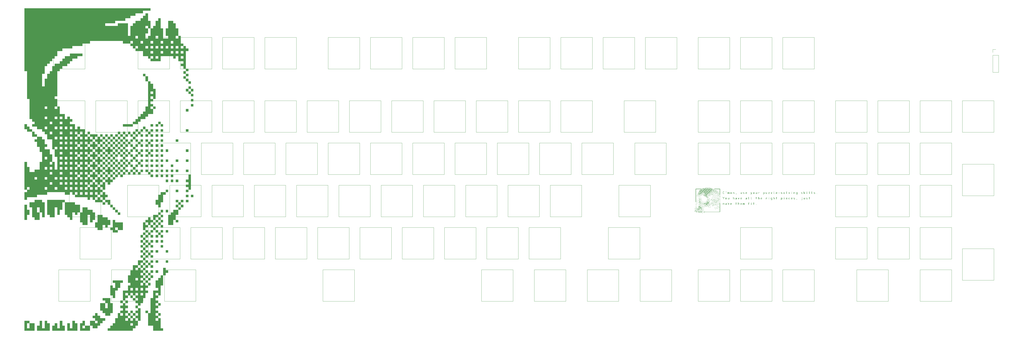
<source format=gbr>
%TF.GenerationSoftware,KiCad,Pcbnew,7.0.7*%
%TF.CreationDate,2024-02-20T17:11:52+02:00*%
%TF.ProjectId,keyboard,6b657962-6f61-4726-942e-6b696361645f,rev?*%
%TF.SameCoordinates,Original*%
%TF.FileFunction,Legend,Top*%
%TF.FilePolarity,Positive*%
%FSLAX46Y46*%
G04 Gerber Fmt 4.6, Leading zero omitted, Abs format (unit mm)*
G04 Created by KiCad (PCBNEW 7.0.7) date 2024-02-20 17:11:52*
%MOMM*%
%LPD*%
G01*
G04 APERTURE LIST*
%ADD10C,0.120000*%
G04 APERTURE END LIST*
D10*
%TO.C,SW68*%
X213162500Y-94100000D02*
X213162500Y-108300000D01*
X213162500Y-108300000D02*
X227362500Y-108300000D01*
X227362500Y-94100000D02*
X213162500Y-94100000D01*
X227362500Y-108300000D02*
X227362500Y-94100000D01*
%TO.C,SW51*%
X289362500Y-75050000D02*
X289362500Y-89250000D01*
X289362500Y-89250000D02*
X303562500Y-89250000D01*
X303562500Y-75050000D02*
X289362500Y-75050000D01*
X303562500Y-89250000D02*
X303562500Y-75050000D01*
%TO.C,SW53*%
X336987500Y-75050000D02*
X336987500Y-89250000D01*
X336987500Y-89250000D02*
X351187500Y-89250000D01*
X351187500Y-75050000D02*
X336987500Y-75050000D01*
X351187500Y-89250000D02*
X351187500Y-75050000D01*
%TO.C,SW72*%
X379850000Y-94100000D02*
X379850000Y-108300000D01*
X379850000Y-108300000D02*
X394050000Y-108300000D01*
X394050000Y-94100000D02*
X379850000Y-94100000D01*
X394050000Y-108300000D02*
X394050000Y-94100000D01*
%TO.C,SW31*%
X317937500Y-56000000D02*
X317937500Y-70200000D01*
X317937500Y-70200000D02*
X332137500Y-70200000D01*
X332137500Y-56000000D02*
X317937500Y-56000000D01*
X332137500Y-70200000D02*
X332137500Y-56000000D01*
%TO.C,J1*%
X450670000Y-32870000D02*
X452000000Y-32870000D01*
X450670000Y-34200000D02*
X450670000Y-32870000D01*
X450670000Y-35470000D02*
X450670000Y-43150000D01*
X450670000Y-35470000D02*
X453330000Y-35470000D01*
X450670000Y-43150000D02*
X453330000Y-43150000D01*
X453330000Y-35470000D02*
X453330000Y-43150000D01*
%TO.C,SW1*%
X27425000Y-27425000D02*
X27425000Y-41625000D01*
X27425000Y-41625000D02*
X41625000Y-41625000D01*
X41625000Y-27425000D02*
X27425000Y-27425000D01*
X41625000Y-41625000D02*
X41625000Y-27425000D01*
%TO.C,SW10*%
X236975000Y-27425000D02*
X236975000Y-41625000D01*
X236975000Y-41625000D02*
X251175000Y-41625000D01*
X251175000Y-27425000D02*
X236975000Y-27425000D01*
X251175000Y-41625000D02*
X251175000Y-27425000D01*
%TO.C,SW19*%
X65525000Y-56000000D02*
X65525000Y-70200000D01*
X65525000Y-70200000D02*
X79725000Y-70200000D01*
X79725000Y-56000000D02*
X65525000Y-56000000D01*
X79725000Y-70200000D02*
X79725000Y-56000000D01*
%TO.C,SW60*%
X60762500Y-94100000D02*
X60762500Y-108300000D01*
X60762500Y-108300000D02*
X74962500Y-108300000D01*
X74962500Y-94100000D02*
X60762500Y-94100000D01*
X74962500Y-108300000D02*
X74962500Y-94100000D01*
%TO.C,SW17*%
X27425000Y-56000000D02*
X27425000Y-70200000D01*
X27425000Y-70200000D02*
X41625000Y-70200000D01*
X41625000Y-56000000D02*
X27425000Y-56000000D01*
X41625000Y-70200000D02*
X41625000Y-56000000D01*
%TO.C,SW74*%
X417950000Y-94100000D02*
X417950000Y-108300000D01*
X417950000Y-108300000D02*
X432150000Y-108300000D01*
X432150000Y-94100000D02*
X417950000Y-94100000D01*
X432150000Y-108300000D02*
X432150000Y-94100000D01*
%TO.C,SW69*%
X232212500Y-94100000D02*
X232212500Y-108300000D01*
X232212500Y-108300000D02*
X246412500Y-108300000D01*
X246412500Y-94100000D02*
X232212500Y-94100000D01*
X246412500Y-108300000D02*
X246412500Y-94100000D01*
%TO.C,SW87*%
X336987500Y-113150000D02*
X336987500Y-127350000D01*
X336987500Y-127350000D02*
X351187500Y-127350000D01*
X351187500Y-113150000D02*
X336987500Y-113150000D01*
X351187500Y-127350000D02*
X351187500Y-113150000D01*
%TO.C,SW96*%
X220306300Y-132200000D02*
X220306300Y-146400000D01*
X220306300Y-146400000D02*
X234506300Y-146400000D01*
X234506300Y-132200000D02*
X220306300Y-132200000D01*
X234506300Y-146400000D02*
X234506300Y-132200000D01*
%TO.C,SW83*%
X203637500Y-113150000D02*
X203637500Y-127350000D01*
X203637500Y-127350000D02*
X217837500Y-127350000D01*
X217837500Y-113150000D02*
X203637500Y-113150000D01*
X217837500Y-127350000D02*
X217837500Y-113150000D01*
%TO.C,G\u002A\u002A\u002A*%
G36*
X50774728Y-81877540D02*
G01*
X50774728Y-82445591D01*
X50206677Y-82445591D01*
X49638626Y-82445591D01*
X49638626Y-81877540D01*
X49638626Y-81309488D01*
X50206677Y-81309488D01*
X50774728Y-81309488D01*
X50774728Y-81877540D01*
G37*
G36*
X54183035Y-83013642D02*
G01*
X54183035Y-83581693D01*
X53614984Y-83581693D01*
X53046933Y-83581693D01*
X53046933Y-83013642D01*
X53046933Y-82445591D01*
X53614984Y-82445591D01*
X54183035Y-82445591D01*
X54183035Y-83013642D01*
G37*
G36*
X54183035Y-103463482D02*
G01*
X54183035Y-104031533D01*
X53614984Y-104031533D01*
X53046933Y-104031533D01*
X53046933Y-103463482D01*
X53046933Y-102895431D01*
X53614984Y-102895431D01*
X54183035Y-102895431D01*
X54183035Y-103463482D01*
G37*
G36*
X55319137Y-84149744D02*
G01*
X55319137Y-84717795D01*
X54751086Y-84717795D01*
X54183035Y-84717795D01*
X54183035Y-84149744D01*
X54183035Y-83581693D01*
X54751086Y-83581693D01*
X55319137Y-83581693D01*
X55319137Y-84149744D01*
G37*
G36*
X55319137Y-104599584D02*
G01*
X55319137Y-105167635D01*
X54751086Y-105167635D01*
X54183035Y-105167635D01*
X54183035Y-104599584D01*
X54183035Y-104031533D01*
X54751086Y-104031533D01*
X55319137Y-104031533D01*
X55319137Y-104599584D01*
G37*
G36*
X56455239Y-105735687D02*
G01*
X56455239Y-106303738D01*
X55887188Y-106303738D01*
X55319137Y-106303738D01*
X55319137Y-105735687D01*
X55319137Y-105167635D01*
X55887188Y-105167635D01*
X56455239Y-105167635D01*
X56455239Y-105735687D01*
G37*
G36*
X57591341Y-106871789D02*
G01*
X57591341Y-107439840D01*
X57023290Y-107439840D01*
X56455239Y-107439840D01*
X56455239Y-106871789D01*
X56455239Y-106303738D01*
X57023290Y-106303738D01*
X57591341Y-106303738D01*
X57591341Y-106871789D01*
G37*
G36*
X60999648Y-146635367D02*
G01*
X60999648Y-147203418D01*
X60431597Y-147203418D01*
X59863546Y-147203418D01*
X59863546Y-146635367D01*
X59863546Y-146067316D01*
X60431597Y-146067316D01*
X60999648Y-146067316D01*
X60999648Y-146635367D01*
G37*
G36*
X63271853Y-76197028D02*
G01*
X63271853Y-76765080D01*
X62703802Y-76765080D01*
X62135750Y-76765080D01*
X62135750Y-76197028D01*
X62135750Y-75628977D01*
X62703802Y-75628977D01*
X63271853Y-75628977D01*
X63271853Y-76197028D01*
G37*
G36*
X63271853Y-80741437D02*
G01*
X63271853Y-81309488D01*
X62703802Y-81309488D01*
X62135750Y-81309488D01*
X62135750Y-80741437D01*
X62135750Y-80173386D01*
X62703802Y-80173386D01*
X63271853Y-80173386D01*
X63271853Y-80741437D01*
G37*
G36*
X63271853Y-85285846D02*
G01*
X63271853Y-85853897D01*
X62703802Y-85853897D01*
X62135750Y-85853897D01*
X62135750Y-85285846D01*
X62135750Y-84717795D01*
X62703802Y-84717795D01*
X63271853Y-84717795D01*
X63271853Y-85285846D01*
G37*
G36*
X63271853Y-144363163D02*
G01*
X63271853Y-144931214D01*
X62703802Y-144931214D01*
X62135750Y-144931214D01*
X62135750Y-144363163D01*
X62135750Y-143795111D01*
X62703802Y-143795111D01*
X63271853Y-143795111D01*
X63271853Y-144363163D01*
G37*
G36*
X64407955Y-145499265D02*
G01*
X64407955Y-146067316D01*
X63839904Y-146067316D01*
X63271853Y-146067316D01*
X63271853Y-145499265D01*
X63271853Y-144931214D01*
X63839904Y-144931214D01*
X64407955Y-144931214D01*
X64407955Y-145499265D01*
G37*
G36*
X67816262Y-71652619D02*
G01*
X67816262Y-72220671D01*
X67248210Y-72220671D01*
X66680159Y-72220671D01*
X66680159Y-71652619D01*
X66680159Y-71084568D01*
X67248210Y-71084568D01*
X67816262Y-71084568D01*
X67816262Y-71652619D01*
G37*
G36*
X67816262Y-76197028D02*
G01*
X67816262Y-76765080D01*
X67248210Y-76765080D01*
X66680159Y-76765080D01*
X66680159Y-76197028D01*
X66680159Y-75628977D01*
X67248210Y-75628977D01*
X67816262Y-75628977D01*
X67816262Y-76197028D01*
G37*
G36*
X67816262Y-80741437D02*
G01*
X67816262Y-81309488D01*
X67248210Y-81309488D01*
X66680159Y-81309488D01*
X66680159Y-80741437D01*
X66680159Y-80173386D01*
X67248210Y-80173386D01*
X67816262Y-80173386D01*
X67816262Y-80741437D01*
G37*
G36*
X67816262Y-85285846D02*
G01*
X67816262Y-85853897D01*
X67248210Y-85853897D01*
X66680159Y-85853897D01*
X66680159Y-85285846D01*
X66680159Y-84717795D01*
X67248210Y-84717795D01*
X67816262Y-84717795D01*
X67816262Y-85285846D01*
G37*
G36*
X68952364Y-44386166D02*
G01*
X68952364Y-44954217D01*
X68384313Y-44954217D01*
X67816262Y-44954217D01*
X67816262Y-44386166D01*
X67816262Y-43818115D01*
X68384313Y-43818115D01*
X68952364Y-43818115D01*
X68952364Y-44386166D01*
G37*
G36*
X68952364Y-134138242D02*
G01*
X68952364Y-134706294D01*
X68384313Y-134706294D01*
X67816262Y-134706294D01*
X67816262Y-134138242D01*
X67816262Y-133570191D01*
X68384313Y-133570191D01*
X68952364Y-133570191D01*
X68952364Y-134138242D01*
G37*
G36*
X70088466Y-46090319D02*
G01*
X70088466Y-47226421D01*
X69520415Y-47226421D01*
X68952364Y-47226421D01*
X68952364Y-46090319D01*
X68952364Y-44954217D01*
X69520415Y-44954217D01*
X70088466Y-44954217D01*
X70088466Y-46090319D01*
G37*
G36*
X70088466Y-83013642D02*
G01*
X70088466Y-83581693D01*
X69520415Y-83581693D01*
X68952364Y-83581693D01*
X68952364Y-83013642D01*
X68952364Y-82445591D01*
X69520415Y-82445591D01*
X70088466Y-82445591D01*
X70088466Y-83013642D01*
G37*
G36*
X70088466Y-85285846D02*
G01*
X70088466Y-85853897D01*
X69520415Y-85853897D01*
X68952364Y-85853897D01*
X68952364Y-85285846D01*
X68952364Y-84717795D01*
X69520415Y-84717795D01*
X70088466Y-84717795D01*
X70088466Y-85285846D01*
G37*
G36*
X72360671Y-67108210D02*
G01*
X72360671Y-67676262D01*
X71792619Y-67676262D01*
X71224568Y-67676262D01*
X71224568Y-67108210D01*
X71224568Y-66540159D01*
X71792619Y-66540159D01*
X72360671Y-66540159D01*
X72360671Y-67108210D01*
G37*
G36*
X72360671Y-71652619D02*
G01*
X72360671Y-72220671D01*
X71792619Y-72220671D01*
X71224568Y-72220671D01*
X71224568Y-71652619D01*
X71224568Y-71084568D01*
X71792619Y-71084568D01*
X72360671Y-71084568D01*
X72360671Y-71652619D01*
G37*
G36*
X72360671Y-76197028D02*
G01*
X72360671Y-76765080D01*
X71792619Y-76765080D01*
X71224568Y-76765080D01*
X71224568Y-76197028D01*
X71224568Y-75628977D01*
X71792619Y-75628977D01*
X72360671Y-75628977D01*
X72360671Y-76197028D01*
G37*
G36*
X72360671Y-80741437D02*
G01*
X72360671Y-81309488D01*
X71792619Y-81309488D01*
X71224568Y-81309488D01*
X71224568Y-80741437D01*
X71224568Y-80173386D01*
X71792619Y-80173386D01*
X72360671Y-80173386D01*
X72360671Y-80741437D01*
G37*
G36*
X72360671Y-83013642D02*
G01*
X72360671Y-83581693D01*
X71792619Y-83581693D01*
X71224568Y-83581693D01*
X71224568Y-83013642D01*
X71224568Y-82445591D01*
X71792619Y-82445591D01*
X72360671Y-82445591D01*
X72360671Y-83013642D01*
G37*
G36*
X72360671Y-85285846D02*
G01*
X72360671Y-85853897D01*
X71792619Y-85853897D01*
X71224568Y-85853897D01*
X71224568Y-85285846D01*
X71224568Y-84717795D01*
X71792619Y-84717795D01*
X72360671Y-84717795D01*
X72360671Y-85285846D01*
G37*
G36*
X72360671Y-89830255D02*
G01*
X72360671Y-90398306D01*
X71792619Y-90398306D01*
X71224568Y-90398306D01*
X71224568Y-89830255D01*
X71224568Y-89262204D01*
X71792619Y-89262204D01*
X72360671Y-89262204D01*
X72360671Y-89830255D01*
G37*
G36*
X72360671Y-117096709D02*
G01*
X72360671Y-117664760D01*
X71792619Y-117664760D01*
X71224568Y-117664760D01*
X71224568Y-117096709D01*
X71224568Y-116528658D01*
X71792619Y-116528658D01*
X72360671Y-116528658D01*
X72360671Y-117096709D01*
G37*
G36*
X72360671Y-121641118D02*
G01*
X72360671Y-122209169D01*
X71792619Y-122209169D01*
X71224568Y-122209169D01*
X71224568Y-121641118D01*
X71224568Y-121073067D01*
X71792619Y-121073067D01*
X72360671Y-121073067D01*
X72360671Y-121641118D01*
G37*
G36*
X72360671Y-126185527D02*
G01*
X72360671Y-126753578D01*
X71792619Y-126753578D01*
X71224568Y-126753578D01*
X71224568Y-126185527D01*
X71224568Y-125617476D01*
X71792619Y-125617476D01*
X72360671Y-125617476D01*
X72360671Y-126185527D01*
G37*
G36*
X72360671Y-130729936D02*
G01*
X72360671Y-131297987D01*
X71792619Y-131297987D01*
X71224568Y-131297987D01*
X71224568Y-130729936D01*
X71224568Y-130161885D01*
X71792619Y-130161885D01*
X72360671Y-130161885D01*
X72360671Y-130729936D01*
G37*
G36*
X74632875Y-69380415D02*
G01*
X74632875Y-69948466D01*
X74064824Y-69948466D01*
X73496773Y-69948466D01*
X73496773Y-69380415D01*
X73496773Y-68812364D01*
X74064824Y-68812364D01*
X74632875Y-68812364D01*
X74632875Y-69380415D01*
G37*
G36*
X74632875Y-71652619D02*
G01*
X74632875Y-72220671D01*
X74064824Y-72220671D01*
X73496773Y-72220671D01*
X73496773Y-71652619D01*
X73496773Y-71084568D01*
X74064824Y-71084568D01*
X74632875Y-71084568D01*
X74632875Y-71652619D01*
G37*
G36*
X74632875Y-73924824D02*
G01*
X74632875Y-74492875D01*
X74064824Y-74492875D01*
X73496773Y-74492875D01*
X73496773Y-73924824D01*
X73496773Y-73356773D01*
X74064824Y-73356773D01*
X74632875Y-73356773D01*
X74632875Y-73924824D01*
G37*
G36*
X74632875Y-76197028D02*
G01*
X74632875Y-76765080D01*
X74064824Y-76765080D01*
X73496773Y-76765080D01*
X73496773Y-76197028D01*
X73496773Y-75628977D01*
X74064824Y-75628977D01*
X74632875Y-75628977D01*
X74632875Y-76197028D01*
G37*
G36*
X74632875Y-78469233D02*
G01*
X74632875Y-79037284D01*
X74064824Y-79037284D01*
X73496773Y-79037284D01*
X73496773Y-78469233D01*
X73496773Y-77901182D01*
X74064824Y-77901182D01*
X74632875Y-77901182D01*
X74632875Y-78469233D01*
G37*
G36*
X74632875Y-80741437D02*
G01*
X74632875Y-81309488D01*
X74064824Y-81309488D01*
X73496773Y-81309488D01*
X73496773Y-80741437D01*
X73496773Y-80173386D01*
X74064824Y-80173386D01*
X74632875Y-80173386D01*
X74632875Y-80741437D01*
G37*
G36*
X74632875Y-83013642D02*
G01*
X74632875Y-83581693D01*
X74064824Y-83581693D01*
X73496773Y-83581693D01*
X73496773Y-83013642D01*
X73496773Y-82445591D01*
X74064824Y-82445591D01*
X74632875Y-82445591D01*
X74632875Y-83013642D01*
G37*
G36*
X74632875Y-85285846D02*
G01*
X74632875Y-85853897D01*
X74064824Y-85853897D01*
X73496773Y-85853897D01*
X73496773Y-85285846D01*
X73496773Y-84717795D01*
X74064824Y-84717795D01*
X74632875Y-84717795D01*
X74632875Y-85285846D01*
G37*
G36*
X74632875Y-87558051D02*
G01*
X74632875Y-88126102D01*
X74064824Y-88126102D01*
X73496773Y-88126102D01*
X73496773Y-87558051D01*
X73496773Y-86990000D01*
X74064824Y-86990000D01*
X74632875Y-86990000D01*
X74632875Y-87558051D01*
G37*
G36*
X74632875Y-89830255D02*
G01*
X74632875Y-90398306D01*
X74064824Y-90398306D01*
X73496773Y-90398306D01*
X73496773Y-89830255D01*
X73496773Y-89262204D01*
X74064824Y-89262204D01*
X74632875Y-89262204D01*
X74632875Y-89830255D01*
G37*
G36*
X74632875Y-119368913D02*
G01*
X74632875Y-119936964D01*
X74064824Y-119936964D01*
X73496773Y-119936964D01*
X73496773Y-119368913D01*
X73496773Y-118800862D01*
X74064824Y-118800862D01*
X74632875Y-118800862D01*
X74632875Y-119368913D01*
G37*
G36*
X74632875Y-123913322D02*
G01*
X74632875Y-124481373D01*
X74064824Y-124481373D01*
X73496773Y-124481373D01*
X73496773Y-123913322D01*
X73496773Y-123345271D01*
X74064824Y-123345271D01*
X74632875Y-123345271D01*
X74632875Y-123913322D01*
G37*
G36*
X74632875Y-128457731D02*
G01*
X74632875Y-129025782D01*
X74064824Y-129025782D01*
X73496773Y-129025782D01*
X73496773Y-128457731D01*
X73496773Y-127889680D01*
X74064824Y-127889680D01*
X74632875Y-127889680D01*
X74632875Y-128457731D01*
G37*
G36*
X74632875Y-133002140D02*
G01*
X74632875Y-133570191D01*
X74064824Y-133570191D01*
X73496773Y-133570191D01*
X73496773Y-133002140D01*
X73496773Y-132434089D01*
X74064824Y-132434089D01*
X74632875Y-132434089D01*
X74632875Y-133002140D01*
G37*
G36*
X76905080Y-67108210D02*
G01*
X76905080Y-67676262D01*
X76337028Y-67676262D01*
X75768977Y-67676262D01*
X75768977Y-67108210D01*
X75768977Y-66540159D01*
X76337028Y-66540159D01*
X76905080Y-66540159D01*
X76905080Y-67108210D01*
G37*
G36*
X76905080Y-69380415D02*
G01*
X76905080Y-69948466D01*
X76337028Y-69948466D01*
X75768977Y-69948466D01*
X75768977Y-69380415D01*
X75768977Y-68812364D01*
X76337028Y-68812364D01*
X76905080Y-68812364D01*
X76905080Y-69380415D01*
G37*
G36*
X76905080Y-71652619D02*
G01*
X76905080Y-72220671D01*
X76337028Y-72220671D01*
X75768977Y-72220671D01*
X75768977Y-71652619D01*
X75768977Y-71084568D01*
X76337028Y-71084568D01*
X76905080Y-71084568D01*
X76905080Y-71652619D01*
G37*
G36*
X76905080Y-73924824D02*
G01*
X76905080Y-74492875D01*
X76337028Y-74492875D01*
X75768977Y-74492875D01*
X75768977Y-73924824D01*
X75768977Y-73356773D01*
X76337028Y-73356773D01*
X76905080Y-73356773D01*
X76905080Y-73924824D01*
G37*
G36*
X76905080Y-76197028D02*
G01*
X76905080Y-76765080D01*
X76337028Y-76765080D01*
X75768977Y-76765080D01*
X75768977Y-76197028D01*
X75768977Y-75628977D01*
X76337028Y-75628977D01*
X76905080Y-75628977D01*
X76905080Y-76197028D01*
G37*
G36*
X76905080Y-78469233D02*
G01*
X76905080Y-79037284D01*
X76337028Y-79037284D01*
X75768977Y-79037284D01*
X75768977Y-78469233D01*
X75768977Y-77901182D01*
X76337028Y-77901182D01*
X76905080Y-77901182D01*
X76905080Y-78469233D01*
G37*
G36*
X76905080Y-80741437D02*
G01*
X76905080Y-81309488D01*
X76337028Y-81309488D01*
X75768977Y-81309488D01*
X75768977Y-80741437D01*
X75768977Y-80173386D01*
X76337028Y-80173386D01*
X76905080Y-80173386D01*
X76905080Y-80741437D01*
G37*
G36*
X76905080Y-83013642D02*
G01*
X76905080Y-83581693D01*
X76337028Y-83581693D01*
X75768977Y-83581693D01*
X75768977Y-83013642D01*
X75768977Y-82445591D01*
X76337028Y-82445591D01*
X76905080Y-82445591D01*
X76905080Y-83013642D01*
G37*
G36*
X76905080Y-85285846D02*
G01*
X76905080Y-85853897D01*
X76337028Y-85853897D01*
X75768977Y-85853897D01*
X75768977Y-85285846D01*
X75768977Y-84717795D01*
X76337028Y-84717795D01*
X76905080Y-84717795D01*
X76905080Y-85285846D01*
G37*
G36*
X76905080Y-87558051D02*
G01*
X76905080Y-88126102D01*
X76337028Y-88126102D01*
X75768977Y-88126102D01*
X75768977Y-87558051D01*
X75768977Y-86990000D01*
X76337028Y-86990000D01*
X76905080Y-86990000D01*
X76905080Y-87558051D01*
G37*
G36*
X76905080Y-89830255D02*
G01*
X76905080Y-90398306D01*
X76337028Y-90398306D01*
X75768977Y-90398306D01*
X75768977Y-89830255D01*
X75768977Y-89262204D01*
X76337028Y-89262204D01*
X76905080Y-89262204D01*
X76905080Y-89830255D01*
G37*
G36*
X76905080Y-112552300D02*
G01*
X76905080Y-113120351D01*
X76337028Y-113120351D01*
X75768977Y-113120351D01*
X75768977Y-112552300D01*
X75768977Y-111984249D01*
X76337028Y-111984249D01*
X76905080Y-111984249D01*
X76905080Y-112552300D01*
G37*
G36*
X76905080Y-117096709D02*
G01*
X76905080Y-117664760D01*
X76337028Y-117664760D01*
X75768977Y-117664760D01*
X75768977Y-117096709D01*
X75768977Y-116528658D01*
X76337028Y-116528658D01*
X76905080Y-116528658D01*
X76905080Y-117096709D01*
G37*
G36*
X76905080Y-119368913D02*
G01*
X76905080Y-119936964D01*
X76337028Y-119936964D01*
X75768977Y-119936964D01*
X75768977Y-119368913D01*
X75768977Y-118800862D01*
X76337028Y-118800862D01*
X76905080Y-118800862D01*
X76905080Y-119368913D01*
G37*
G36*
X76905080Y-121641118D02*
G01*
X76905080Y-122209169D01*
X76337028Y-122209169D01*
X75768977Y-122209169D01*
X75768977Y-121641118D01*
X75768977Y-121073067D01*
X76337028Y-121073067D01*
X76905080Y-121073067D01*
X76905080Y-121641118D01*
G37*
G36*
X79177284Y-78469233D02*
G01*
X79177284Y-79037284D01*
X78609233Y-79037284D01*
X78041182Y-79037284D01*
X78041182Y-78469233D01*
X78041182Y-77901182D01*
X78609233Y-77901182D01*
X79177284Y-77901182D01*
X79177284Y-78469233D01*
G37*
G36*
X79177284Y-83013642D02*
G01*
X79177284Y-83581693D01*
X78609233Y-83581693D01*
X78041182Y-83581693D01*
X78041182Y-83013642D01*
X78041182Y-82445591D01*
X78609233Y-82445591D01*
X79177284Y-82445591D01*
X79177284Y-83013642D01*
G37*
G36*
X79177284Y-87558051D02*
G01*
X79177284Y-88126102D01*
X78609233Y-88126102D01*
X78041182Y-88126102D01*
X78041182Y-87558051D01*
X78041182Y-86990000D01*
X78609233Y-86990000D01*
X79177284Y-86990000D01*
X79177284Y-87558051D01*
G37*
G36*
X79177284Y-89830255D02*
G01*
X79177284Y-90398306D01*
X78609233Y-90398306D01*
X78041182Y-90398306D01*
X78041182Y-89830255D01*
X78041182Y-89262204D01*
X78609233Y-89262204D01*
X79177284Y-89262204D01*
X79177284Y-89830255D01*
G37*
G36*
X79177284Y-92102460D02*
G01*
X79177284Y-92670511D01*
X78609233Y-92670511D01*
X78041182Y-92670511D01*
X78041182Y-92102460D01*
X78041182Y-91534409D01*
X78609233Y-91534409D01*
X79177284Y-91534409D01*
X79177284Y-92102460D01*
G37*
G36*
X79177284Y-105735687D02*
G01*
X79177284Y-106303738D01*
X78609233Y-106303738D01*
X78041182Y-106303738D01*
X78041182Y-105735687D01*
X78041182Y-105167635D01*
X78609233Y-105167635D01*
X79177284Y-105167635D01*
X79177284Y-105735687D01*
G37*
G36*
X79177284Y-114824504D02*
G01*
X79177284Y-115392556D01*
X78609233Y-115392556D01*
X78041182Y-115392556D01*
X78041182Y-114824504D01*
X78041182Y-114256453D01*
X78609233Y-114256453D01*
X79177284Y-114256453D01*
X79177284Y-114824504D01*
G37*
G36*
X79177284Y-123913322D02*
G01*
X79177284Y-124481373D01*
X78609233Y-124481373D01*
X78041182Y-124481373D01*
X78041182Y-123913322D01*
X78041182Y-123345271D01*
X78609233Y-123345271D01*
X79177284Y-123345271D01*
X79177284Y-123913322D01*
G37*
G36*
X79177284Y-128457731D02*
G01*
X79177284Y-129025782D01*
X78609233Y-129025782D01*
X78041182Y-129025782D01*
X78041182Y-128457731D01*
X78041182Y-127889680D01*
X78609233Y-127889680D01*
X79177284Y-127889680D01*
X79177284Y-128457731D01*
G37*
G36*
X81449488Y-85285846D02*
G01*
X81449488Y-85853897D01*
X80881437Y-85853897D01*
X80313386Y-85853897D01*
X80313386Y-85285846D01*
X80313386Y-84717795D01*
X80881437Y-84717795D01*
X81449488Y-84717795D01*
X81449488Y-85285846D01*
G37*
G36*
X81449488Y-87558051D02*
G01*
X81449488Y-88126102D01*
X80881437Y-88126102D01*
X80313386Y-88126102D01*
X80313386Y-87558051D01*
X80313386Y-86990000D01*
X80881437Y-86990000D01*
X81449488Y-86990000D01*
X81449488Y-87558051D01*
G37*
G36*
X81449488Y-89830255D02*
G01*
X81449488Y-90398306D01*
X80881437Y-90398306D01*
X80313386Y-90398306D01*
X80313386Y-89830255D01*
X80313386Y-89262204D01*
X80881437Y-89262204D01*
X81449488Y-89262204D01*
X81449488Y-89830255D01*
G37*
G36*
X81449488Y-92102460D02*
G01*
X81449488Y-92670511D01*
X80881437Y-92670511D01*
X80313386Y-92670511D01*
X80313386Y-92102460D01*
X80313386Y-91534409D01*
X80881437Y-91534409D01*
X81449488Y-91534409D01*
X81449488Y-92102460D01*
G37*
G36*
X83721693Y-73924824D02*
G01*
X83721693Y-74492875D01*
X83153642Y-74492875D01*
X82585591Y-74492875D01*
X82585591Y-73924824D01*
X82585591Y-73356773D01*
X83153642Y-73356773D01*
X83721693Y-73356773D01*
X83721693Y-73924824D01*
G37*
G36*
X83721693Y-83013642D02*
G01*
X83721693Y-83581693D01*
X83153642Y-83581693D01*
X82585591Y-83581693D01*
X82585591Y-83013642D01*
X82585591Y-82445591D01*
X83153642Y-82445591D01*
X83721693Y-82445591D01*
X83721693Y-83013642D01*
G37*
G36*
X83721693Y-87558051D02*
G01*
X83721693Y-88126102D01*
X83153642Y-88126102D01*
X82585591Y-88126102D01*
X82585591Y-87558051D01*
X82585591Y-86990000D01*
X83153642Y-86990000D01*
X83721693Y-86990000D01*
X83721693Y-87558051D01*
G37*
G36*
X83721693Y-92102460D02*
G01*
X83721693Y-92670511D01*
X83153642Y-92670511D01*
X82585591Y-92670511D01*
X82585591Y-92102460D01*
X82585591Y-91534409D01*
X83153642Y-91534409D01*
X83721693Y-91534409D01*
X83721693Y-92102460D01*
G37*
G36*
X83721693Y-96646869D02*
G01*
X83721693Y-97214920D01*
X83153642Y-97214920D01*
X82585591Y-97214920D01*
X82585591Y-96646869D01*
X82585591Y-96078818D01*
X83153642Y-96078818D01*
X83721693Y-96078818D01*
X83721693Y-96646869D01*
G37*
G36*
X83721693Y-110280095D02*
G01*
X83721693Y-110848147D01*
X83153642Y-110848147D01*
X82585591Y-110848147D01*
X82585591Y-110280095D01*
X82585591Y-109712044D01*
X83153642Y-109712044D01*
X83721693Y-109712044D01*
X83721693Y-110280095D01*
G37*
G36*
X88266102Y-46658370D02*
G01*
X88266102Y-47226421D01*
X87698051Y-47226421D01*
X87130000Y-47226421D01*
X87130000Y-46658370D01*
X87130000Y-46090319D01*
X87698051Y-46090319D01*
X88266102Y-46090319D01*
X88266102Y-46658370D01*
G37*
G36*
X88266102Y-60291597D02*
G01*
X88266102Y-60859648D01*
X87698051Y-60859648D01*
X87130000Y-60859648D01*
X87130000Y-60291597D01*
X87130000Y-59723546D01*
X87698051Y-59723546D01*
X88266102Y-59723546D01*
X88266102Y-60291597D01*
G37*
G36*
X88266102Y-69380415D02*
G01*
X88266102Y-69948466D01*
X87698051Y-69948466D01*
X87130000Y-69948466D01*
X87130000Y-69380415D01*
X87130000Y-68812364D01*
X87698051Y-68812364D01*
X88266102Y-68812364D01*
X88266102Y-69380415D01*
G37*
G36*
X88266102Y-78469233D02*
G01*
X88266102Y-79037284D01*
X87698051Y-79037284D01*
X87130000Y-79037284D01*
X87130000Y-78469233D01*
X87130000Y-77901182D01*
X87698051Y-77901182D01*
X88266102Y-77901182D01*
X88266102Y-78469233D01*
G37*
G36*
X88266102Y-83013642D02*
G01*
X88266102Y-83581693D01*
X87698051Y-83581693D01*
X87130000Y-83581693D01*
X87130000Y-83013642D01*
X87130000Y-82445591D01*
X87698051Y-82445591D01*
X88266102Y-82445591D01*
X88266102Y-83013642D01*
G37*
G36*
X88266102Y-87558051D02*
G01*
X88266102Y-88126102D01*
X87698051Y-88126102D01*
X87130000Y-88126102D01*
X87130000Y-87558051D01*
X87130000Y-86990000D01*
X87698051Y-86990000D01*
X88266102Y-86990000D01*
X88266102Y-87558051D01*
G37*
G36*
X88266102Y-98919073D02*
G01*
X88266102Y-99487124D01*
X87698051Y-99487124D01*
X87130000Y-99487124D01*
X87130000Y-98919073D01*
X87130000Y-98351022D01*
X87698051Y-98351022D01*
X88266102Y-98351022D01*
X88266102Y-98919073D01*
G37*
G36*
X88266102Y-101191278D02*
G01*
X88266102Y-101759329D01*
X87698051Y-101759329D01*
X87130000Y-101759329D01*
X87130000Y-101191278D01*
X87130000Y-100623226D01*
X87698051Y-100623226D01*
X88266102Y-100623226D01*
X88266102Y-101191278D01*
G37*
G36*
X89402204Y-47794472D02*
G01*
X89402204Y-48362524D01*
X88834153Y-48362524D01*
X88266102Y-48362524D01*
X88266102Y-47794472D01*
X88266102Y-47226421D01*
X88834153Y-47226421D01*
X89402204Y-47226421D01*
X89402204Y-47794472D01*
G37*
G36*
X90538306Y-53474984D02*
G01*
X90538306Y-54043035D01*
X89970255Y-54043035D01*
X89402204Y-54043035D01*
X89402204Y-53474984D01*
X89402204Y-52906933D01*
X89970255Y-52906933D01*
X90538306Y-52906933D01*
X90538306Y-53474984D01*
G37*
G36*
X90538306Y-55747188D02*
G01*
X90538306Y-56315239D01*
X89970255Y-56315239D01*
X89402204Y-56315239D01*
X89402204Y-55747188D01*
X89402204Y-55179137D01*
X89970255Y-55179137D01*
X90538306Y-55179137D01*
X90538306Y-55747188D01*
G37*
G36*
X90538306Y-58019393D02*
G01*
X90538306Y-58587444D01*
X89970255Y-58587444D01*
X89402204Y-58587444D01*
X89402204Y-58019393D01*
X89402204Y-57451341D01*
X89970255Y-57451341D01*
X90538306Y-57451341D01*
X90538306Y-58019393D01*
G37*
G36*
X90538306Y-98919073D02*
G01*
X90538306Y-99487124D01*
X89970255Y-99487124D01*
X89402204Y-99487124D01*
X89402204Y-98919073D01*
X89402204Y-98351022D01*
X89970255Y-98351022D01*
X90538306Y-98351022D01*
X90538306Y-98919073D01*
G37*
G36*
X18963865Y-70516517D02*
G01*
X18963865Y-71084568D01*
X19531917Y-71084568D01*
X20099968Y-71084568D01*
X20099968Y-71652619D01*
X20099968Y-72220671D01*
X18963865Y-72220671D01*
X17827763Y-72220671D01*
X17827763Y-71084568D01*
X17827763Y-69948466D01*
X18395814Y-69948466D01*
X18963865Y-69948466D01*
X18963865Y-70516517D01*
G37*
G36*
X15555559Y-104031533D02*
G01*
X15555559Y-105167635D01*
X16123610Y-105167635D01*
X16691661Y-105167635D01*
X16691661Y-106303738D01*
X16691661Y-107439840D01*
X16123610Y-107439840D01*
X15555559Y-107439840D01*
X15555559Y-108575942D01*
X15555559Y-109712044D01*
X14987508Y-109712044D01*
X14419457Y-109712044D01*
X14419457Y-106303738D01*
X14419457Y-102895431D01*
X14987508Y-102895431D01*
X15555559Y-102895431D01*
X15555559Y-104031533D01*
G37*
G36*
X50774728Y-88694153D02*
G01*
X50774728Y-89262204D01*
X50206677Y-89262204D01*
X49638626Y-89262204D01*
X49638626Y-89830255D01*
X49638626Y-90398306D01*
X49070575Y-90398306D01*
X48502524Y-90398306D01*
X48502524Y-89830255D01*
X48502524Y-89262204D01*
X49070575Y-89262204D01*
X49638626Y-89262204D01*
X49638626Y-88694153D01*
X49638626Y-88126102D01*
X50206677Y-88126102D01*
X50774728Y-88126102D01*
X50774728Y-88694153D01*
G37*
G36*
X68952364Y-129593833D02*
G01*
X68952364Y-130161885D01*
X68384313Y-130161885D01*
X67816262Y-130161885D01*
X67816262Y-130729936D01*
X67816262Y-131297987D01*
X67248210Y-131297987D01*
X66680159Y-131297987D01*
X66680159Y-130729936D01*
X66680159Y-130161885D01*
X67248210Y-130161885D01*
X67816262Y-130161885D01*
X67816262Y-129593833D01*
X67816262Y-129025782D01*
X68384313Y-129025782D01*
X68952364Y-129025782D01*
X68952364Y-129593833D01*
G37*
G36*
X70088466Y-135274345D02*
G01*
X70088466Y-135842396D01*
X69520415Y-135842396D01*
X68952364Y-135842396D01*
X68952364Y-136410447D01*
X68952364Y-136978498D01*
X68384313Y-136978498D01*
X67816262Y-136978498D01*
X67816262Y-136410447D01*
X67816262Y-135842396D01*
X68384313Y-135842396D01*
X68952364Y-135842396D01*
X68952364Y-135274345D01*
X68952364Y-134706294D01*
X69520415Y-134706294D01*
X70088466Y-134706294D01*
X70088466Y-135274345D01*
G37*
G36*
X75768977Y-65972108D02*
G01*
X75768977Y-66540159D01*
X75200926Y-66540159D01*
X74632875Y-66540159D01*
X74632875Y-67108210D01*
X74632875Y-67676262D01*
X74064824Y-67676262D01*
X73496773Y-67676262D01*
X73496773Y-67108210D01*
X73496773Y-66540159D01*
X74064824Y-66540159D01*
X74632875Y-66540159D01*
X74632875Y-65972108D01*
X74632875Y-65404057D01*
X75200926Y-65404057D01*
X75768977Y-65404057D01*
X75768977Y-65972108D01*
G37*
G36*
X76905080Y-108007891D02*
G01*
X76905080Y-108575942D01*
X76337028Y-108575942D01*
X75768977Y-108575942D01*
X75768977Y-109143993D01*
X75768977Y-109712044D01*
X75200926Y-109712044D01*
X74632875Y-109712044D01*
X74632875Y-109143993D01*
X74632875Y-108575942D01*
X75200926Y-108575942D01*
X75768977Y-108575942D01*
X75768977Y-108007891D01*
X75768977Y-107439840D01*
X76337028Y-107439840D01*
X76905080Y-107439840D01*
X76905080Y-108007891D01*
G37*
G36*
X88266102Y-42113961D02*
G01*
X88266102Y-42682012D01*
X87698051Y-42682012D01*
X87130000Y-42682012D01*
X87130000Y-43250064D01*
X87130000Y-43818115D01*
X86561949Y-43818115D01*
X85993897Y-43818115D01*
X85993897Y-43250064D01*
X85993897Y-42682012D01*
X86561949Y-42682012D01*
X87130000Y-42682012D01*
X87130000Y-42113961D01*
X87130000Y-41545910D01*
X87698051Y-41545910D01*
X88266102Y-41545910D01*
X88266102Y-42113961D01*
G37*
G36*
X88266102Y-44386166D02*
G01*
X88266102Y-44954217D01*
X87698051Y-44954217D01*
X87130000Y-44954217D01*
X87130000Y-45522268D01*
X87130000Y-46090319D01*
X86561949Y-46090319D01*
X85993897Y-46090319D01*
X85993897Y-45522268D01*
X85993897Y-44954217D01*
X86561949Y-44954217D01*
X87130000Y-44954217D01*
X87130000Y-44386166D01*
X87130000Y-43818115D01*
X87698051Y-43818115D01*
X88266102Y-43818115D01*
X88266102Y-44386166D01*
G37*
G36*
X15555559Y-67108210D02*
G01*
X15555559Y-67676262D01*
X16123610Y-67676262D01*
X16691661Y-67676262D01*
X16691661Y-68244313D01*
X16691661Y-68812364D01*
X17259712Y-68812364D01*
X17827763Y-68812364D01*
X17827763Y-69380415D01*
X17827763Y-69948466D01*
X16691661Y-69948466D01*
X15555559Y-69948466D01*
X15555559Y-69380415D01*
X15555559Y-68812364D01*
X14987508Y-68812364D01*
X14419457Y-68812364D01*
X14419457Y-67676262D01*
X14419457Y-66540159D01*
X14987508Y-66540159D01*
X15555559Y-66540159D01*
X15555559Y-67108210D01*
G37*
G36*
X16691661Y-155724185D02*
G01*
X16691661Y-156292236D01*
X16123610Y-156292236D01*
X15555559Y-156292236D01*
X15555559Y-157428338D01*
X15555559Y-158564441D01*
X16123610Y-158564441D01*
X16691661Y-158564441D01*
X16691661Y-157428338D01*
X16691661Y-156292236D01*
X17827763Y-156292236D01*
X18963865Y-156292236D01*
X18963865Y-157996389D01*
X18963865Y-159700543D01*
X16691661Y-159700543D01*
X14419457Y-159700543D01*
X14419457Y-157428338D01*
X14419457Y-155156134D01*
X15555559Y-155156134D01*
X16691661Y-155156134D01*
X16691661Y-155724185D01*
G37*
G36*
X37141501Y-155724185D02*
G01*
X37141501Y-156292236D01*
X37709552Y-156292236D01*
X38277603Y-156292236D01*
X38277603Y-157996389D01*
X38277603Y-159700543D01*
X36005399Y-159700543D01*
X33733195Y-159700543D01*
X33733195Y-157996389D01*
X33733195Y-156292236D01*
X34301246Y-156292236D01*
X34869297Y-156292236D01*
X34869297Y-157428338D01*
X34869297Y-158564441D01*
X35437348Y-158564441D01*
X36005399Y-158564441D01*
X36005399Y-156860287D01*
X36005399Y-155156134D01*
X36573450Y-155156134D01*
X37141501Y-155156134D01*
X37141501Y-155724185D01*
G37*
G36*
X22372172Y-156860287D02*
G01*
X22372172Y-158564441D01*
X22940223Y-158564441D01*
X23508274Y-158564441D01*
X23508274Y-156860287D01*
X23508274Y-155156134D01*
X24076326Y-155156134D01*
X24644377Y-155156134D01*
X24644377Y-155724185D01*
X24644377Y-156292236D01*
X25212428Y-156292236D01*
X25780479Y-156292236D01*
X25780479Y-157996389D01*
X25780479Y-159700543D01*
X22940223Y-159700543D01*
X20099968Y-159700543D01*
X20099968Y-158564441D01*
X20099968Y-157428338D01*
X20668019Y-157428338D01*
X21236070Y-157428338D01*
X21236070Y-156292236D01*
X21236070Y-155156134D01*
X21804121Y-155156134D01*
X22372172Y-155156134D01*
X22372172Y-156860287D01*
G37*
G36*
X31460990Y-156292236D02*
G01*
X31460990Y-157428338D01*
X32029041Y-157428338D01*
X32597092Y-157428338D01*
X32597092Y-158564441D01*
X32597092Y-159700543D01*
X29756837Y-159700543D01*
X26916581Y-159700543D01*
X26916581Y-158564441D01*
X26916581Y-157428338D01*
X27484632Y-157428338D01*
X28052683Y-157428338D01*
X28052683Y-156860287D01*
X28052683Y-156292236D01*
X28620734Y-156292236D01*
X29188786Y-156292236D01*
X29188786Y-157428338D01*
X29188786Y-158564441D01*
X29756837Y-158564441D01*
X30324888Y-158564441D01*
X30324888Y-156860287D01*
X30324888Y-155156134D01*
X30892939Y-155156134D01*
X31460990Y-155156134D01*
X31460990Y-156292236D01*
G37*
G36*
X70088466Y-87558051D02*
G01*
X70088466Y-88126102D01*
X70656517Y-88126102D01*
X71224568Y-88126102D01*
X71224568Y-87558051D01*
X71224568Y-86990000D01*
X71792619Y-86990000D01*
X72360671Y-86990000D01*
X72360671Y-87558051D01*
X72360671Y-88126102D01*
X71792619Y-88126102D01*
X71224568Y-88126102D01*
X71224568Y-88694153D01*
X71224568Y-89262204D01*
X70656517Y-89262204D01*
X70088466Y-89262204D01*
X70088466Y-88694153D01*
X70088466Y-88126102D01*
X69520415Y-88126102D01*
X68952364Y-88126102D01*
X68952364Y-87558051D01*
X68952364Y-86990000D01*
X69520415Y-86990000D01*
X70088466Y-86990000D01*
X70088466Y-87558051D01*
G37*
G36*
X70088466Y-133002140D02*
G01*
X70088466Y-133570191D01*
X70656517Y-133570191D01*
X71224568Y-133570191D01*
X71224568Y-133002140D01*
X71224568Y-132434089D01*
X71792619Y-132434089D01*
X72360671Y-132434089D01*
X72360671Y-133002140D01*
X72360671Y-133570191D01*
X71792619Y-133570191D01*
X71224568Y-133570191D01*
X71224568Y-134138242D01*
X71224568Y-134706294D01*
X70656517Y-134706294D01*
X70088466Y-134706294D01*
X70088466Y-134138242D01*
X70088466Y-133570191D01*
X69520415Y-133570191D01*
X68952364Y-133570191D01*
X68952364Y-133002140D01*
X68952364Y-132434089D01*
X69520415Y-132434089D01*
X70088466Y-132434089D01*
X70088466Y-133002140D01*
G37*
G36*
X74632875Y-110280095D02*
G01*
X74632875Y-110848147D01*
X74064824Y-110848147D01*
X73496773Y-110848147D01*
X73496773Y-111416198D01*
X73496773Y-111984249D01*
X72928722Y-111984249D01*
X72360671Y-111984249D01*
X72360671Y-112552300D01*
X72360671Y-113120351D01*
X71792619Y-113120351D01*
X71224568Y-113120351D01*
X71224568Y-112552300D01*
X71224568Y-111984249D01*
X71792619Y-111984249D01*
X72360671Y-111984249D01*
X72360671Y-111416198D01*
X72360671Y-110848147D01*
X72928722Y-110848147D01*
X73496773Y-110848147D01*
X73496773Y-110280095D01*
X73496773Y-109712044D01*
X74064824Y-109712044D01*
X74632875Y-109712044D01*
X74632875Y-110280095D01*
G37*
G36*
X32597092Y-101191278D02*
G01*
X32597092Y-101759329D01*
X32029041Y-101759329D01*
X31460990Y-101759329D01*
X31460990Y-103463482D01*
X31460990Y-105167635D01*
X30892939Y-105167635D01*
X30324888Y-105167635D01*
X30324888Y-106303738D01*
X30324888Y-107439840D01*
X29756837Y-107439840D01*
X29188786Y-107439840D01*
X29188786Y-105735687D01*
X29188786Y-104031533D01*
X28620734Y-104031533D01*
X28052683Y-104031533D01*
X28052683Y-106303738D01*
X28052683Y-108575942D01*
X26916581Y-108575942D01*
X25780479Y-108575942D01*
X25780479Y-108007891D01*
X25780479Y-107439840D01*
X25212428Y-107439840D01*
X24644377Y-107439840D01*
X24644377Y-104031533D01*
X24644377Y-100623226D01*
X28620734Y-100623226D01*
X32597092Y-100623226D01*
X32597092Y-101191278D01*
G37*
G36*
X63271853Y-151179776D02*
G01*
X63271853Y-151747827D01*
X62703802Y-151747827D01*
X62135750Y-151747827D01*
X62135750Y-152315878D01*
X62135750Y-152883929D01*
X62703802Y-152883929D01*
X63271853Y-152883929D01*
X63271853Y-152315878D01*
X63271853Y-151747827D01*
X63839904Y-151747827D01*
X64407955Y-151747827D01*
X64407955Y-152315878D01*
X64407955Y-152883929D01*
X63839904Y-152883929D01*
X63271853Y-152883929D01*
X63271853Y-153451980D01*
X63271853Y-154020032D01*
X62703802Y-154020032D01*
X62135750Y-154020032D01*
X62135750Y-153451980D01*
X62135750Y-152883929D01*
X61567699Y-152883929D01*
X60999648Y-152883929D01*
X60999648Y-152315878D01*
X60999648Y-151747827D01*
X61567699Y-151747827D01*
X62135750Y-151747827D01*
X62135750Y-151179776D01*
X62135750Y-150611725D01*
X62703802Y-150611725D01*
X63271853Y-150611725D01*
X63271853Y-151179776D01*
G37*
G36*
X70088466Y-69380415D02*
G01*
X70088466Y-69948466D01*
X70656517Y-69948466D01*
X71224568Y-69948466D01*
X71224568Y-69380415D01*
X71224568Y-68812364D01*
X71792619Y-68812364D01*
X72360671Y-68812364D01*
X72360671Y-69380415D01*
X72360671Y-69948466D01*
X71792619Y-69948466D01*
X71224568Y-69948466D01*
X71224568Y-70516517D01*
X71224568Y-71084568D01*
X70656517Y-71084568D01*
X70088466Y-71084568D01*
X70088466Y-71652619D01*
X70088466Y-72220671D01*
X69520415Y-72220671D01*
X68952364Y-72220671D01*
X68952364Y-71652619D01*
X68952364Y-71084568D01*
X69520415Y-71084568D01*
X70088466Y-71084568D01*
X70088466Y-70516517D01*
X70088466Y-69948466D01*
X69520415Y-69948466D01*
X68952364Y-69948466D01*
X68952364Y-69380415D01*
X68952364Y-68812364D01*
X69520415Y-68812364D01*
X70088466Y-68812364D01*
X70088466Y-69380415D01*
G37*
G36*
X70088466Y-73924824D02*
G01*
X70088466Y-74492875D01*
X70656517Y-74492875D01*
X71224568Y-74492875D01*
X71224568Y-73924824D01*
X71224568Y-73356773D01*
X71792619Y-73356773D01*
X72360671Y-73356773D01*
X72360671Y-73924824D01*
X72360671Y-74492875D01*
X71792619Y-74492875D01*
X71224568Y-74492875D01*
X71224568Y-75060926D01*
X71224568Y-75628977D01*
X70656517Y-75628977D01*
X70088466Y-75628977D01*
X70088466Y-76197028D01*
X70088466Y-76765080D01*
X69520415Y-76765080D01*
X68952364Y-76765080D01*
X68952364Y-76197028D01*
X68952364Y-75628977D01*
X69520415Y-75628977D01*
X70088466Y-75628977D01*
X70088466Y-75060926D01*
X70088466Y-74492875D01*
X69520415Y-74492875D01*
X68952364Y-74492875D01*
X68952364Y-73924824D01*
X68952364Y-73356773D01*
X69520415Y-73356773D01*
X70088466Y-73356773D01*
X70088466Y-73924824D01*
G37*
G36*
X70088466Y-78469233D02*
G01*
X70088466Y-79037284D01*
X70656517Y-79037284D01*
X71224568Y-79037284D01*
X71224568Y-78469233D01*
X71224568Y-77901182D01*
X71792619Y-77901182D01*
X72360671Y-77901182D01*
X72360671Y-78469233D01*
X72360671Y-79037284D01*
X71792619Y-79037284D01*
X71224568Y-79037284D01*
X71224568Y-79605335D01*
X71224568Y-80173386D01*
X70656517Y-80173386D01*
X70088466Y-80173386D01*
X70088466Y-80741437D01*
X70088466Y-81309488D01*
X69520415Y-81309488D01*
X68952364Y-81309488D01*
X68952364Y-80741437D01*
X68952364Y-80173386D01*
X69520415Y-80173386D01*
X70088466Y-80173386D01*
X70088466Y-79605335D01*
X70088466Y-79037284D01*
X69520415Y-79037284D01*
X68952364Y-79037284D01*
X68952364Y-78469233D01*
X68952364Y-77901182D01*
X69520415Y-77901182D01*
X70088466Y-77901182D01*
X70088466Y-78469233D01*
G37*
G36*
X74632875Y-114824504D02*
G01*
X74632875Y-115392556D01*
X75200926Y-115392556D01*
X75768977Y-115392556D01*
X75768977Y-114824504D01*
X75768977Y-114256453D01*
X76337028Y-114256453D01*
X76905080Y-114256453D01*
X76905080Y-114824504D01*
X76905080Y-115392556D01*
X76337028Y-115392556D01*
X75768977Y-115392556D01*
X75768977Y-115960607D01*
X75768977Y-116528658D01*
X75200926Y-116528658D01*
X74632875Y-116528658D01*
X74632875Y-117096709D01*
X74632875Y-117664760D01*
X74064824Y-117664760D01*
X73496773Y-117664760D01*
X73496773Y-117096709D01*
X73496773Y-116528658D01*
X74064824Y-116528658D01*
X74632875Y-116528658D01*
X74632875Y-115960607D01*
X74632875Y-115392556D01*
X74064824Y-115392556D01*
X73496773Y-115392556D01*
X73496773Y-114824504D01*
X73496773Y-114256453D01*
X74064824Y-114256453D01*
X74632875Y-114256453D01*
X74632875Y-114824504D01*
G37*
G36*
X89402204Y-50066677D02*
G01*
X89402204Y-50634728D01*
X88834153Y-50634728D01*
X88266102Y-50634728D01*
X88266102Y-51202779D01*
X88266102Y-51770830D01*
X88834153Y-51770830D01*
X89402204Y-51770830D01*
X89402204Y-51202779D01*
X89402204Y-50634728D01*
X89970255Y-50634728D01*
X90538306Y-50634728D01*
X90538306Y-51202779D01*
X90538306Y-51770830D01*
X89970255Y-51770830D01*
X89402204Y-51770830D01*
X89402204Y-52338881D01*
X89402204Y-52906933D01*
X88834153Y-52906933D01*
X88266102Y-52906933D01*
X88266102Y-52338881D01*
X88266102Y-51770830D01*
X87698051Y-51770830D01*
X87130000Y-51770830D01*
X87130000Y-51202779D01*
X87130000Y-50634728D01*
X87698051Y-50634728D01*
X88266102Y-50634728D01*
X88266102Y-50066677D01*
X88266102Y-49498626D01*
X88834153Y-49498626D01*
X89402204Y-49498626D01*
X89402204Y-50066677D01*
G37*
G36*
X89402204Y-92670511D02*
G01*
X89402204Y-96078818D01*
X88834153Y-96078818D01*
X88266102Y-96078818D01*
X88266102Y-96646869D01*
X88266102Y-97214920D01*
X87698051Y-97214920D01*
X87130000Y-97214920D01*
X87130000Y-96646869D01*
X87130000Y-96078818D01*
X87698051Y-96078818D01*
X88266102Y-96078818D01*
X88266102Y-95510766D01*
X88266102Y-94942715D01*
X87698051Y-94942715D01*
X87130000Y-94942715D01*
X87130000Y-94374664D01*
X87130000Y-93806613D01*
X87698051Y-93806613D01*
X88266102Y-93806613D01*
X88266102Y-93238562D01*
X88266102Y-92670511D01*
X87698051Y-92670511D01*
X87130000Y-92670511D01*
X87130000Y-92102460D01*
X87130000Y-91534409D01*
X87698051Y-91534409D01*
X88266102Y-91534409D01*
X88266102Y-90398306D01*
X88266102Y-89262204D01*
X88834153Y-89262204D01*
X89402204Y-89262204D01*
X89402204Y-92670511D01*
G37*
G36*
X55319137Y-110280095D02*
G01*
X55319137Y-110848147D01*
X57023290Y-110848147D01*
X58727444Y-110848147D01*
X58727444Y-112552300D01*
X58727444Y-114256453D01*
X57591341Y-114256453D01*
X56455239Y-114256453D01*
X56455239Y-114824504D01*
X56455239Y-115392556D01*
X55319137Y-115392556D01*
X54183035Y-115392556D01*
X54183035Y-114824504D01*
X54183035Y-114256453D01*
X53614984Y-114256453D01*
X53046933Y-114256453D01*
X53046933Y-113688402D01*
X53046933Y-113120351D01*
X53614984Y-113120351D01*
X54183035Y-113120351D01*
X55319137Y-113120351D01*
X55319137Y-113688402D01*
X55319137Y-114256453D01*
X55887188Y-114256453D01*
X56455239Y-114256453D01*
X56455239Y-113688402D01*
X56455239Y-113120351D01*
X55887188Y-113120351D01*
X55319137Y-113120351D01*
X54183035Y-113120351D01*
X54183035Y-111416198D01*
X54183035Y-109712044D01*
X54751086Y-109712044D01*
X55319137Y-109712044D01*
X55319137Y-110280095D01*
G37*
G36*
X49638626Y-108007891D02*
G01*
X49638626Y-108575942D01*
X50774728Y-108575942D01*
X51910830Y-108575942D01*
X51910830Y-109143993D01*
X51910830Y-109712044D01*
X52478881Y-109712044D01*
X53046933Y-109712044D01*
X53046933Y-110848147D01*
X53046933Y-111984249D01*
X52478881Y-111984249D01*
X51910830Y-111984249D01*
X51910830Y-112552300D01*
X51910830Y-113120351D01*
X51342779Y-113120351D01*
X50774728Y-113120351D01*
X50774728Y-112552300D01*
X50774728Y-111984249D01*
X50206677Y-111984249D01*
X49638626Y-111984249D01*
X49638626Y-113120351D01*
X49638626Y-114256453D01*
X48502524Y-114256453D01*
X47366421Y-114256453D01*
X47366421Y-113688402D01*
X47366421Y-113120351D01*
X46798370Y-113120351D01*
X46230319Y-113120351D01*
X46230319Y-111984249D01*
X46230319Y-110848147D01*
X46798370Y-110848147D01*
X47366421Y-110848147D01*
X47366421Y-109143993D01*
X47366421Y-107439840D01*
X48502524Y-107439840D01*
X49638626Y-107439840D01*
X49638626Y-108007891D01*
G37*
G36*
X58727444Y-137546549D02*
G01*
X58727444Y-138114600D01*
X58159393Y-138114600D01*
X57591341Y-138114600D01*
X57591341Y-139250703D01*
X57591341Y-140386805D01*
X57023290Y-140386805D01*
X56455239Y-140386805D01*
X56455239Y-140954856D01*
X56455239Y-141522907D01*
X55887188Y-141522907D01*
X55319137Y-141522907D01*
X55319137Y-143227060D01*
X55319137Y-144931214D01*
X54751086Y-144931214D01*
X54183035Y-144931214D01*
X54183035Y-144363163D01*
X54183035Y-143795111D01*
X53614984Y-143795111D01*
X53046933Y-143795111D01*
X53046933Y-141522907D01*
X53046933Y-139250703D01*
X53614984Y-139250703D01*
X54183035Y-139250703D01*
X54183035Y-139818754D01*
X54183035Y-140386805D01*
X54751086Y-140386805D01*
X55319137Y-140386805D01*
X55319137Y-139250703D01*
X55319137Y-138114600D01*
X54751086Y-138114600D01*
X54183035Y-138114600D01*
X54183035Y-137546549D01*
X54183035Y-136978498D01*
X56455239Y-136978498D01*
X58727444Y-136978498D01*
X58727444Y-137546549D01*
G37*
G36*
X79177284Y-96646869D02*
G01*
X79177284Y-97214920D01*
X78609233Y-97214920D01*
X78041182Y-97214920D01*
X78041182Y-97782971D01*
X78041182Y-98351022D01*
X77473131Y-98351022D01*
X76905080Y-98351022D01*
X76905080Y-100055175D01*
X76905080Y-101759329D01*
X76337028Y-101759329D01*
X75768977Y-101759329D01*
X75768977Y-102895431D01*
X75768977Y-104031533D01*
X75200926Y-104031533D01*
X74632875Y-104031533D01*
X74632875Y-103463482D01*
X74632875Y-102895431D01*
X74064824Y-102895431D01*
X73496773Y-102895431D01*
X73496773Y-101759329D01*
X73496773Y-100623226D01*
X74064824Y-100623226D01*
X74632875Y-100623226D01*
X74632875Y-99487124D01*
X74632875Y-98351022D01*
X75200926Y-98351022D01*
X75768977Y-98351022D01*
X75768977Y-97782971D01*
X75768977Y-97214920D01*
X76905080Y-97214920D01*
X78041182Y-97214920D01*
X78041182Y-96646869D01*
X78041182Y-96078818D01*
X78609233Y-96078818D01*
X79177284Y-96078818D01*
X79177284Y-96646869D01*
G37*
G36*
X53046933Y-146067316D02*
G01*
X53046933Y-147203418D01*
X53614984Y-147203418D01*
X54183035Y-147203418D01*
X54183035Y-149475623D01*
X54183035Y-151747827D01*
X53614984Y-151747827D01*
X53046933Y-151747827D01*
X53046933Y-152315878D01*
X53046933Y-152883929D01*
X51910830Y-152883929D01*
X50774728Y-152883929D01*
X50774728Y-152315878D01*
X50774728Y-151747827D01*
X50206677Y-151747827D01*
X49638626Y-151747827D01*
X49638626Y-151179776D01*
X49638626Y-150611725D01*
X49070575Y-150611725D01*
X48502524Y-150611725D01*
X48502524Y-148907572D01*
X48502524Y-147203418D01*
X49638626Y-147203418D01*
X50774728Y-147203418D01*
X50774728Y-148339520D01*
X50774728Y-149475623D01*
X51342779Y-149475623D01*
X51910830Y-149475623D01*
X51910830Y-148339520D01*
X51910830Y-147203418D01*
X51342779Y-147203418D01*
X50774728Y-147203418D01*
X50774728Y-146635367D01*
X50774728Y-146067316D01*
X50206677Y-146067316D01*
X49638626Y-146067316D01*
X49638626Y-145499265D01*
X49638626Y-144931214D01*
X51342779Y-144931214D01*
X53046933Y-144931214D01*
X53046933Y-146067316D01*
G37*
G36*
X56455239Y-78469233D02*
G01*
X56455239Y-79037284D01*
X55887188Y-79037284D01*
X55319137Y-79037284D01*
X55319137Y-79605335D01*
X55319137Y-80173386D01*
X54751086Y-80173386D01*
X54183035Y-80173386D01*
X54183035Y-80741437D01*
X54183035Y-81309488D01*
X53614984Y-81309488D01*
X53046933Y-81309488D01*
X53046933Y-81877540D01*
X53046933Y-82445591D01*
X52478881Y-82445591D01*
X51910830Y-82445591D01*
X51910830Y-81877540D01*
X51910830Y-81309488D01*
X51342779Y-81309488D01*
X50774728Y-81309488D01*
X50774728Y-80741437D01*
X50774728Y-80173386D01*
X51342779Y-80173386D01*
X51910830Y-80173386D01*
X51910830Y-80741437D01*
X51910830Y-81309488D01*
X52478881Y-81309488D01*
X53046933Y-81309488D01*
X53046933Y-80741437D01*
X53046933Y-80173386D01*
X53614984Y-80173386D01*
X54183035Y-80173386D01*
X54183035Y-79605335D01*
X54183035Y-79037284D01*
X54751086Y-79037284D01*
X55319137Y-79037284D01*
X55319137Y-78469233D01*
X55319137Y-77901182D01*
X55887188Y-77901182D01*
X56455239Y-77901182D01*
X56455239Y-78469233D01*
G37*
G36*
X60999648Y-73924824D02*
G01*
X60999648Y-74492875D01*
X61567699Y-74492875D01*
X62135750Y-74492875D01*
X62135750Y-73924824D01*
X62135750Y-73356773D01*
X62703802Y-73356773D01*
X63271853Y-73356773D01*
X63271853Y-73924824D01*
X63271853Y-74492875D01*
X62703802Y-74492875D01*
X62135750Y-74492875D01*
X62135750Y-75060926D01*
X62135750Y-75628977D01*
X61567699Y-75628977D01*
X60999648Y-75628977D01*
X60999648Y-76197028D01*
X60999648Y-76765080D01*
X60431597Y-76765080D01*
X59863546Y-76765080D01*
X59863546Y-77333131D01*
X59863546Y-77901182D01*
X59295495Y-77901182D01*
X58727444Y-77901182D01*
X58727444Y-77333131D01*
X58727444Y-76765080D01*
X59295495Y-76765080D01*
X59863546Y-76765080D01*
X59863546Y-76197028D01*
X59863546Y-75628977D01*
X60431597Y-75628977D01*
X60999648Y-75628977D01*
X60999648Y-75060926D01*
X60999648Y-74492875D01*
X60431597Y-74492875D01*
X59863546Y-74492875D01*
X59863546Y-73924824D01*
X59863546Y-73356773D01*
X60431597Y-73356773D01*
X60999648Y-73356773D01*
X60999648Y-73924824D01*
G37*
G36*
X60999648Y-78469233D02*
G01*
X60999648Y-79037284D01*
X61567699Y-79037284D01*
X62135750Y-79037284D01*
X62135750Y-78469233D01*
X62135750Y-77901182D01*
X62703802Y-77901182D01*
X63271853Y-77901182D01*
X63271853Y-78469233D01*
X63271853Y-79037284D01*
X62703802Y-79037284D01*
X62135750Y-79037284D01*
X62135750Y-79605335D01*
X62135750Y-80173386D01*
X61567699Y-80173386D01*
X60999648Y-80173386D01*
X60999648Y-80741437D01*
X60999648Y-81309488D01*
X60431597Y-81309488D01*
X59863546Y-81309488D01*
X59863546Y-81877540D01*
X59863546Y-82445591D01*
X59295495Y-82445591D01*
X58727444Y-82445591D01*
X58727444Y-81877540D01*
X58727444Y-81309488D01*
X59295495Y-81309488D01*
X59863546Y-81309488D01*
X59863546Y-80741437D01*
X59863546Y-80173386D01*
X60431597Y-80173386D01*
X60999648Y-80173386D01*
X60999648Y-79605335D01*
X60999648Y-79037284D01*
X60431597Y-79037284D01*
X59863546Y-79037284D01*
X59863546Y-78469233D01*
X59863546Y-77901182D01*
X60431597Y-77901182D01*
X60999648Y-77901182D01*
X60999648Y-78469233D01*
G37*
G36*
X65544057Y-73924824D02*
G01*
X65544057Y-74492875D01*
X66112108Y-74492875D01*
X66680159Y-74492875D01*
X66680159Y-73924824D01*
X66680159Y-73356773D01*
X67248210Y-73356773D01*
X67816262Y-73356773D01*
X67816262Y-73924824D01*
X67816262Y-74492875D01*
X67248210Y-74492875D01*
X66680159Y-74492875D01*
X66680159Y-75060926D01*
X66680159Y-75628977D01*
X66112108Y-75628977D01*
X65544057Y-75628977D01*
X65544057Y-76197028D01*
X65544057Y-76765080D01*
X64976006Y-76765080D01*
X64407955Y-76765080D01*
X64407955Y-77333131D01*
X64407955Y-77901182D01*
X63839904Y-77901182D01*
X63271853Y-77901182D01*
X63271853Y-77333131D01*
X63271853Y-76765080D01*
X63839904Y-76765080D01*
X64407955Y-76765080D01*
X64407955Y-76197028D01*
X64407955Y-75628977D01*
X64976006Y-75628977D01*
X65544057Y-75628977D01*
X65544057Y-75060926D01*
X65544057Y-74492875D01*
X64976006Y-74492875D01*
X64407955Y-74492875D01*
X64407955Y-73924824D01*
X64407955Y-73356773D01*
X64976006Y-73356773D01*
X65544057Y-73356773D01*
X65544057Y-73924824D01*
G37*
G36*
X65544057Y-78469233D02*
G01*
X65544057Y-79037284D01*
X66112108Y-79037284D01*
X66680159Y-79037284D01*
X66680159Y-78469233D01*
X66680159Y-77901182D01*
X67248210Y-77901182D01*
X67816262Y-77901182D01*
X67816262Y-78469233D01*
X67816262Y-79037284D01*
X67248210Y-79037284D01*
X66680159Y-79037284D01*
X66680159Y-79605335D01*
X66680159Y-80173386D01*
X66112108Y-80173386D01*
X65544057Y-80173386D01*
X65544057Y-80741437D01*
X65544057Y-81309488D01*
X64976006Y-81309488D01*
X64407955Y-81309488D01*
X64407955Y-81877540D01*
X64407955Y-82445591D01*
X63839904Y-82445591D01*
X63271853Y-82445591D01*
X63271853Y-81877540D01*
X63271853Y-81309488D01*
X63839904Y-81309488D01*
X64407955Y-81309488D01*
X64407955Y-80741437D01*
X64407955Y-80173386D01*
X64976006Y-80173386D01*
X65544057Y-80173386D01*
X65544057Y-79605335D01*
X65544057Y-79037284D01*
X64976006Y-79037284D01*
X64407955Y-79037284D01*
X64407955Y-78469233D01*
X64407955Y-77901182D01*
X64976006Y-77901182D01*
X65544057Y-77901182D01*
X65544057Y-78469233D01*
G37*
G36*
X22372172Y-101191278D02*
G01*
X22372172Y-101759329D01*
X22940223Y-101759329D01*
X23508274Y-101759329D01*
X23508274Y-105167635D01*
X23508274Y-108575942D01*
X22940223Y-108575942D01*
X22372172Y-108575942D01*
X22372172Y-107439840D01*
X22372172Y-106303738D01*
X21804121Y-106303738D01*
X21236070Y-106303738D01*
X21236070Y-108007891D01*
X21236070Y-109712044D01*
X20099968Y-109712044D01*
X18963865Y-109712044D01*
X18963865Y-109143993D01*
X18963865Y-108575942D01*
X18395814Y-108575942D01*
X17827763Y-108575942D01*
X17827763Y-106303738D01*
X17827763Y-104031533D01*
X20099968Y-104031533D01*
X20099968Y-105167635D01*
X20099968Y-106303738D01*
X20668019Y-106303738D01*
X21236070Y-106303738D01*
X21236070Y-105167635D01*
X21236070Y-104031533D01*
X20668019Y-104031533D01*
X20099968Y-104031533D01*
X17827763Y-104031533D01*
X17259712Y-104031533D01*
X16691661Y-104031533D01*
X16691661Y-102895431D01*
X16691661Y-101759329D01*
X17827763Y-101759329D01*
X18963865Y-101759329D01*
X18963865Y-101191278D01*
X18963865Y-100623226D01*
X20668019Y-100623226D01*
X22372172Y-100623226D01*
X22372172Y-101191278D01*
G37*
G36*
X51910830Y-83013642D02*
G01*
X51910830Y-83581693D01*
X51342779Y-83581693D01*
X50774728Y-83581693D01*
X50774728Y-84149744D01*
X50774728Y-84717795D01*
X50206677Y-84717795D01*
X49638626Y-84717795D01*
X49638626Y-85285846D01*
X49638626Y-85853897D01*
X50206677Y-85853897D01*
X50774728Y-85853897D01*
X50774728Y-85285846D01*
X50774728Y-84717795D01*
X51342779Y-84717795D01*
X51910830Y-84717795D01*
X51910830Y-84149744D01*
X51910830Y-83581693D01*
X52478881Y-83581693D01*
X53046933Y-83581693D01*
X53046933Y-84149744D01*
X53046933Y-84717795D01*
X52478881Y-84717795D01*
X51910830Y-84717795D01*
X51910830Y-85285846D01*
X51910830Y-85853897D01*
X51342779Y-85853897D01*
X50774728Y-85853897D01*
X50774728Y-86421949D01*
X50774728Y-86990000D01*
X50206677Y-86990000D01*
X49638626Y-86990000D01*
X49638626Y-86421949D01*
X49638626Y-85853897D01*
X49070575Y-85853897D01*
X48502524Y-85853897D01*
X48502524Y-85285846D01*
X48502524Y-84717795D01*
X49070575Y-84717795D01*
X49638626Y-84717795D01*
X49638626Y-84149744D01*
X49638626Y-83581693D01*
X50206677Y-83581693D01*
X50774728Y-83581693D01*
X50774728Y-83013642D01*
X50774728Y-82445591D01*
X51342779Y-82445591D01*
X51910830Y-82445591D01*
X51910830Y-83013642D01*
G37*
G36*
X58727444Y-78469233D02*
G01*
X58727444Y-79037284D01*
X58159393Y-79037284D01*
X57591341Y-79037284D01*
X57591341Y-79605335D01*
X57591341Y-80173386D01*
X58159393Y-80173386D01*
X58727444Y-80173386D01*
X58727444Y-79605335D01*
X58727444Y-79037284D01*
X59295495Y-79037284D01*
X59863546Y-79037284D01*
X59863546Y-79605335D01*
X59863546Y-80173386D01*
X59295495Y-80173386D01*
X58727444Y-80173386D01*
X58727444Y-80741437D01*
X58727444Y-81309488D01*
X58159393Y-81309488D01*
X57591341Y-81309488D01*
X57591341Y-80741437D01*
X57591341Y-80173386D01*
X57023290Y-80173386D01*
X56455239Y-80173386D01*
X56455239Y-80741437D01*
X56455239Y-81309488D01*
X55887188Y-81309488D01*
X55319137Y-81309488D01*
X55319137Y-81877540D01*
X55319137Y-82445591D01*
X54751086Y-82445591D01*
X54183035Y-82445591D01*
X54183035Y-81877540D01*
X54183035Y-81309488D01*
X54751086Y-81309488D01*
X55319137Y-81309488D01*
X55319137Y-80741437D01*
X55319137Y-80173386D01*
X55887188Y-80173386D01*
X56455239Y-80173386D01*
X56455239Y-79605335D01*
X56455239Y-79037284D01*
X57023290Y-79037284D01*
X57591341Y-79037284D01*
X57591341Y-78469233D01*
X57591341Y-77901182D01*
X58159393Y-77901182D01*
X58727444Y-77901182D01*
X58727444Y-78469233D01*
G37*
G36*
X56455239Y-83013642D02*
G01*
X56455239Y-83581693D01*
X57023290Y-83581693D01*
X57591341Y-83581693D01*
X57591341Y-83013642D01*
X57591341Y-82445591D01*
X58159393Y-82445591D01*
X58727444Y-82445591D01*
X58727444Y-83013642D01*
X58727444Y-83581693D01*
X58159393Y-83581693D01*
X57591341Y-83581693D01*
X57591341Y-84149744D01*
X57591341Y-84717795D01*
X58159393Y-84717795D01*
X58727444Y-84717795D01*
X58727444Y-84149744D01*
X58727444Y-83581693D01*
X59295495Y-83581693D01*
X59863546Y-83581693D01*
X59863546Y-84149744D01*
X59863546Y-84717795D01*
X59295495Y-84717795D01*
X58727444Y-84717795D01*
X58727444Y-85285846D01*
X58727444Y-85853897D01*
X58159393Y-85853897D01*
X57591341Y-85853897D01*
X57591341Y-85285846D01*
X57591341Y-84717795D01*
X57023290Y-84717795D01*
X56455239Y-84717795D01*
X56455239Y-85285846D01*
X56455239Y-85853897D01*
X55887188Y-85853897D01*
X55319137Y-85853897D01*
X55319137Y-86421949D01*
X55319137Y-86990000D01*
X54751086Y-86990000D01*
X54183035Y-86990000D01*
X54183035Y-86421949D01*
X54183035Y-85853897D01*
X53614984Y-85853897D01*
X53046933Y-85853897D01*
X53046933Y-85285846D01*
X53046933Y-84717795D01*
X53614984Y-84717795D01*
X54183035Y-84717795D01*
X54183035Y-85285846D01*
X54183035Y-85853897D01*
X54751086Y-85853897D01*
X55319137Y-85853897D01*
X55319137Y-85285846D01*
X55319137Y-84717795D01*
X55887188Y-84717795D01*
X56455239Y-84717795D01*
X56455239Y-84149744D01*
X56455239Y-83581693D01*
X55887188Y-83581693D01*
X55319137Y-83581693D01*
X55319137Y-83013642D01*
X55319137Y-82445591D01*
X55887188Y-82445591D01*
X56455239Y-82445591D01*
X56455239Y-83013642D01*
G37*
G36*
X37141501Y-102327380D02*
G01*
X37141501Y-102895431D01*
X38277603Y-102895431D01*
X39413706Y-102895431D01*
X39413706Y-104599584D01*
X39413706Y-106303738D01*
X39981757Y-106303738D01*
X40549808Y-106303738D01*
X40549808Y-105167635D01*
X40549808Y-104031533D01*
X41685910Y-104031533D01*
X42822012Y-104031533D01*
X42822012Y-104599584D01*
X42822012Y-105167635D01*
X43958115Y-105167635D01*
X45094217Y-105167635D01*
X45094217Y-105735687D01*
X45094217Y-106303738D01*
X45662268Y-106303738D01*
X46230319Y-106303738D01*
X46230319Y-108007891D01*
X46230319Y-109712044D01*
X45662268Y-109712044D01*
X45094217Y-109712044D01*
X45094217Y-110280095D01*
X45094217Y-110848147D01*
X44526166Y-110848147D01*
X43958115Y-110848147D01*
X43958115Y-109143993D01*
X43958115Y-107439840D01*
X43390064Y-107439840D01*
X42822012Y-107439840D01*
X42822012Y-109712044D01*
X42822012Y-111984249D01*
X41685910Y-111984249D01*
X40549808Y-111984249D01*
X40549808Y-111416198D01*
X40549808Y-110848147D01*
X39981757Y-110848147D01*
X39413706Y-110848147D01*
X39413706Y-108575942D01*
X39413706Y-106303738D01*
X38845655Y-106303738D01*
X38277603Y-106303738D01*
X38277603Y-106871789D01*
X38277603Y-107439840D01*
X37709552Y-107439840D01*
X37141501Y-107439840D01*
X37141501Y-106871789D01*
X37141501Y-106303738D01*
X36573450Y-106303738D01*
X36005399Y-106303738D01*
X36005399Y-108007891D01*
X36005399Y-109712044D01*
X35437348Y-109712044D01*
X34869297Y-109712044D01*
X34869297Y-109143993D01*
X34869297Y-108575942D01*
X34301246Y-108575942D01*
X33733195Y-108575942D01*
X33733195Y-108007891D01*
X33733195Y-107439840D01*
X33165143Y-107439840D01*
X32597092Y-107439840D01*
X32597092Y-104599584D01*
X32597092Y-101759329D01*
X34869297Y-101759329D01*
X37141501Y-101759329D01*
X37141501Y-102327380D01*
G37*
G36*
X76905080Y-105735687D02*
G01*
X76905080Y-106303738D01*
X76337028Y-106303738D01*
X75768977Y-106303738D01*
X75768977Y-106871789D01*
X75768977Y-107439840D01*
X75200926Y-107439840D01*
X74632875Y-107439840D01*
X74632875Y-108007891D01*
X74632875Y-108575942D01*
X74064824Y-108575942D01*
X73496773Y-108575942D01*
X73496773Y-109143993D01*
X73496773Y-109712044D01*
X72928722Y-109712044D01*
X72360671Y-109712044D01*
X72360671Y-110280095D01*
X72360671Y-110848147D01*
X71792619Y-110848147D01*
X71224568Y-110848147D01*
X71224568Y-111416198D01*
X71224568Y-111984249D01*
X70656517Y-111984249D01*
X70088466Y-111984249D01*
X70088466Y-111416198D01*
X70088466Y-110848147D01*
X69520415Y-110848147D01*
X68952364Y-110848147D01*
X68952364Y-111416198D01*
X68952364Y-111984249D01*
X69520415Y-111984249D01*
X70088466Y-111984249D01*
X70088466Y-112552300D01*
X70088466Y-113120351D01*
X69520415Y-113120351D01*
X68952364Y-113120351D01*
X68952364Y-113688402D01*
X68952364Y-114256453D01*
X68384313Y-114256453D01*
X67816262Y-114256453D01*
X67816262Y-112552300D01*
X67816262Y-110848147D01*
X68384313Y-110848147D01*
X68952364Y-110848147D01*
X68952364Y-110280095D01*
X68952364Y-109712044D01*
X69520415Y-109712044D01*
X70088466Y-109712044D01*
X70088466Y-109143993D01*
X70088466Y-108575942D01*
X70656517Y-108575942D01*
X71224568Y-108575942D01*
X71224568Y-109143993D01*
X71224568Y-109712044D01*
X71792619Y-109712044D01*
X72360671Y-109712044D01*
X72360671Y-108575942D01*
X72360671Y-107439840D01*
X73496773Y-107439840D01*
X74632875Y-107439840D01*
X74632875Y-106871789D01*
X74632875Y-106303738D01*
X75200926Y-106303738D01*
X75768977Y-106303738D01*
X75768977Y-105735687D01*
X75768977Y-105167635D01*
X76337028Y-105167635D01*
X76905080Y-105167635D01*
X76905080Y-105735687D01*
G37*
G36*
X83721693Y-101191278D02*
G01*
X83721693Y-101759329D01*
X84289744Y-101759329D01*
X84857795Y-101759329D01*
X84857795Y-101191278D01*
X84857795Y-100623226D01*
X85425846Y-100623226D01*
X85993897Y-100623226D01*
X85993897Y-101191278D01*
X85993897Y-101759329D01*
X85425846Y-101759329D01*
X84857795Y-101759329D01*
X84857795Y-102327380D01*
X84857795Y-102895431D01*
X84289744Y-102895431D01*
X83721693Y-102895431D01*
X83721693Y-103463482D01*
X83721693Y-104031533D01*
X84289744Y-104031533D01*
X84857795Y-104031533D01*
X84857795Y-103463482D01*
X84857795Y-102895431D01*
X85425846Y-102895431D01*
X85993897Y-102895431D01*
X85993897Y-103463482D01*
X85993897Y-104031533D01*
X85425846Y-104031533D01*
X84857795Y-104031533D01*
X84857795Y-104599584D01*
X84857795Y-105167635D01*
X84289744Y-105167635D01*
X83721693Y-105167635D01*
X83721693Y-106303738D01*
X83721693Y-107439840D01*
X83153642Y-107439840D01*
X82585591Y-107439840D01*
X82585591Y-108575942D01*
X82585591Y-109712044D01*
X82017540Y-109712044D01*
X81449488Y-109712044D01*
X81449488Y-110848147D01*
X81449488Y-111984249D01*
X80313386Y-111984249D01*
X79177284Y-111984249D01*
X79177284Y-109712044D01*
X79177284Y-107439840D01*
X79745335Y-107439840D01*
X80313386Y-107439840D01*
X80313386Y-106871789D01*
X80313386Y-106303738D01*
X80881437Y-106303738D01*
X81449488Y-106303738D01*
X81449488Y-105735687D01*
X81449488Y-105167635D01*
X82585591Y-105167635D01*
X83721693Y-105167635D01*
X83721693Y-104599584D01*
X83721693Y-104031533D01*
X83153642Y-104031533D01*
X82585591Y-104031533D01*
X82585591Y-103463482D01*
X82585591Y-102895431D01*
X83153642Y-102895431D01*
X83721693Y-102895431D01*
X83721693Y-102327380D01*
X83721693Y-101759329D01*
X83153642Y-101759329D01*
X82585591Y-101759329D01*
X82585591Y-101191278D01*
X82585591Y-100623226D01*
X83153642Y-100623226D01*
X83721693Y-100623226D01*
X83721693Y-101191278D01*
G37*
G36*
X47366421Y-152315878D02*
G01*
X47366421Y-152883929D01*
X47934472Y-152883929D01*
X48502524Y-152883929D01*
X48502524Y-153451980D01*
X48502524Y-154020032D01*
X49638626Y-154020032D01*
X50774728Y-154020032D01*
X50774728Y-154588083D01*
X50774728Y-155156134D01*
X50206677Y-155156134D01*
X49638626Y-155156134D01*
X49638626Y-155724185D01*
X49638626Y-156292236D01*
X49070575Y-156292236D01*
X48502524Y-156292236D01*
X48502524Y-156860287D01*
X48502524Y-157428338D01*
X47934472Y-157428338D01*
X47366421Y-157428338D01*
X47366421Y-157996389D01*
X47366421Y-158564441D01*
X46230319Y-158564441D01*
X45094217Y-158564441D01*
X45094217Y-157996389D01*
X45094217Y-157428338D01*
X44526166Y-157428338D01*
X43958115Y-157428338D01*
X43958115Y-158564441D01*
X43958115Y-159700543D01*
X41685910Y-159700543D01*
X39413706Y-159700543D01*
X39413706Y-157996389D01*
X39413706Y-157428338D01*
X40549808Y-157428338D01*
X40549808Y-157996389D01*
X40549808Y-158564441D01*
X41117859Y-158564441D01*
X41685910Y-158564441D01*
X41685910Y-157996389D01*
X41685910Y-157428338D01*
X41117859Y-157428338D01*
X40549808Y-157428338D01*
X39413706Y-157428338D01*
X39413706Y-156292236D01*
X39981757Y-156292236D01*
X40549808Y-156292236D01*
X40549808Y-155724185D01*
X40549808Y-155156134D01*
X41117859Y-155156134D01*
X41685910Y-155156134D01*
X41685910Y-156292236D01*
X41685910Y-157428338D01*
X42822012Y-157428338D01*
X43958115Y-157428338D01*
X43958115Y-156292236D01*
X43958115Y-155156134D01*
X45094217Y-155156134D01*
X46230319Y-155156134D01*
X46230319Y-155724185D01*
X46230319Y-156292236D01*
X46798370Y-156292236D01*
X47366421Y-156292236D01*
X47366421Y-155724185D01*
X47366421Y-155156134D01*
X46798370Y-155156134D01*
X46230319Y-155156134D01*
X46230319Y-154588083D01*
X46230319Y-154020032D01*
X45662268Y-154020032D01*
X45094217Y-154020032D01*
X45094217Y-153451980D01*
X45094217Y-152883929D01*
X45662268Y-152883929D01*
X46230319Y-152883929D01*
X46230319Y-152315878D01*
X46230319Y-151747827D01*
X46798370Y-151747827D01*
X47366421Y-151747827D01*
X47366421Y-152315878D01*
G37*
G36*
X57591341Y-75060926D02*
G01*
X57591341Y-75628977D01*
X58159393Y-75628977D01*
X58727444Y-75628977D01*
X58727444Y-75060926D01*
X58727444Y-74492875D01*
X59295495Y-74492875D01*
X59863546Y-74492875D01*
X59863546Y-75060926D01*
X59863546Y-75628977D01*
X59295495Y-75628977D01*
X58727444Y-75628977D01*
X58727444Y-76197028D01*
X58727444Y-76765080D01*
X58159393Y-76765080D01*
X57591341Y-76765080D01*
X57591341Y-77333131D01*
X57591341Y-77901182D01*
X57023290Y-77901182D01*
X56455239Y-77901182D01*
X56455239Y-77333131D01*
X56455239Y-76765080D01*
X57023290Y-76765080D01*
X57591341Y-76765080D01*
X57591341Y-76197028D01*
X57591341Y-75628977D01*
X57023290Y-75628977D01*
X56455239Y-75628977D01*
X56455239Y-76197028D01*
X56455239Y-76765080D01*
X55887188Y-76765080D01*
X55319137Y-76765080D01*
X55319137Y-77333131D01*
X55319137Y-77901182D01*
X54751086Y-77901182D01*
X54183035Y-77901182D01*
X54183035Y-77333131D01*
X54183035Y-76765080D01*
X53614984Y-76765080D01*
X53046933Y-76765080D01*
X53046933Y-77333131D01*
X53046933Y-77901182D01*
X53614984Y-77901182D01*
X54183035Y-77901182D01*
X54183035Y-78469233D01*
X54183035Y-79037284D01*
X53614984Y-79037284D01*
X53046933Y-79037284D01*
X53046933Y-79605335D01*
X53046933Y-80173386D01*
X52478881Y-80173386D01*
X51910830Y-80173386D01*
X51910830Y-79605335D01*
X51910830Y-79037284D01*
X51342779Y-79037284D01*
X50774728Y-79037284D01*
X50774728Y-79605335D01*
X50774728Y-80173386D01*
X50206677Y-80173386D01*
X49638626Y-80173386D01*
X49638626Y-80741437D01*
X49638626Y-81309488D01*
X49070575Y-81309488D01*
X48502524Y-81309488D01*
X48502524Y-80741437D01*
X48502524Y-80173386D01*
X49070575Y-80173386D01*
X49638626Y-80173386D01*
X49638626Y-79605335D01*
X49638626Y-79037284D01*
X50206677Y-79037284D01*
X50774728Y-79037284D01*
X50774728Y-78469233D01*
X50774728Y-77901182D01*
X50206677Y-77901182D01*
X49638626Y-77901182D01*
X49638626Y-77333131D01*
X49638626Y-76765080D01*
X50206677Y-76765080D01*
X50774728Y-76765080D01*
X50774728Y-77333131D01*
X50774728Y-77901182D01*
X51342779Y-77901182D01*
X51910830Y-77901182D01*
X51910830Y-77333131D01*
X51910830Y-76765080D01*
X51342779Y-76765080D01*
X50774728Y-76765080D01*
X50774728Y-76197028D01*
X50774728Y-75628977D01*
X51342779Y-75628977D01*
X51910830Y-75628977D01*
X51910830Y-76197028D01*
X51910830Y-76765080D01*
X52478881Y-76765080D01*
X53046933Y-76765080D01*
X53046933Y-76197028D01*
X53046933Y-75628977D01*
X53614984Y-75628977D01*
X54183035Y-75628977D01*
X54183035Y-76197028D01*
X54183035Y-76765080D01*
X54751086Y-76765080D01*
X55319137Y-76765080D01*
X55319137Y-76197028D01*
X55319137Y-75628977D01*
X55887188Y-75628977D01*
X56455239Y-75628977D01*
X56455239Y-75060926D01*
X56455239Y-74492875D01*
X57023290Y-74492875D01*
X57591341Y-74492875D01*
X57591341Y-75060926D01*
G37*
G36*
X71224568Y-47794472D02*
G01*
X71224568Y-48362524D01*
X71792619Y-48362524D01*
X72360671Y-48362524D01*
X72360671Y-49498626D01*
X72360671Y-50634728D01*
X72928722Y-50634728D01*
X73496773Y-50634728D01*
X73496773Y-52906933D01*
X73496773Y-55179137D01*
X72928722Y-55179137D01*
X72360671Y-55179137D01*
X72360671Y-55747188D01*
X72360671Y-56315239D01*
X71792619Y-56315239D01*
X71224568Y-56315239D01*
X71224568Y-56883290D01*
X71224568Y-57451341D01*
X71792619Y-57451341D01*
X72360671Y-57451341D01*
X72360671Y-58019393D01*
X72360671Y-58587444D01*
X71792619Y-58587444D01*
X71224568Y-58587444D01*
X71224568Y-59155495D01*
X71224568Y-59723546D01*
X71792619Y-59723546D01*
X72360671Y-59723546D01*
X72360671Y-59155495D01*
X72360671Y-58587444D01*
X72928722Y-58587444D01*
X73496773Y-58587444D01*
X73496773Y-59155495D01*
X73496773Y-59723546D01*
X72928722Y-59723546D01*
X72360671Y-59723546D01*
X72360671Y-60859648D01*
X72360671Y-61995750D01*
X71224568Y-61995750D01*
X70088466Y-61995750D01*
X70088466Y-62563802D01*
X70088466Y-63131853D01*
X69520415Y-63131853D01*
X68952364Y-63131853D01*
X68952364Y-63699904D01*
X68952364Y-64267955D01*
X67816262Y-64267955D01*
X66680159Y-64267955D01*
X66680159Y-64836006D01*
X66680159Y-65404057D01*
X66112108Y-65404057D01*
X65544057Y-65404057D01*
X65544057Y-65972108D01*
X65544057Y-66540159D01*
X64407955Y-66540159D01*
X63271853Y-66540159D01*
X63271853Y-67108210D01*
X63271853Y-67676262D01*
X60999648Y-67676262D01*
X58727444Y-67676262D01*
X58727444Y-67108210D01*
X58727444Y-66540159D01*
X60999648Y-66540159D01*
X63271853Y-66540159D01*
X63271853Y-65972108D01*
X63271853Y-65404057D01*
X63839904Y-65404057D01*
X64407955Y-65404057D01*
X64407955Y-64836006D01*
X64407955Y-64267955D01*
X64976006Y-64267955D01*
X65544057Y-64267955D01*
X65544057Y-63699904D01*
X65544057Y-63131853D01*
X66112108Y-63131853D01*
X66680159Y-63131853D01*
X66680159Y-62563802D01*
X66680159Y-61995750D01*
X67248210Y-61995750D01*
X67816262Y-61995750D01*
X67816262Y-61427699D01*
X67816262Y-60859648D01*
X68384313Y-60859648D01*
X68952364Y-60859648D01*
X68952364Y-59723546D01*
X68952364Y-58587444D01*
X69520415Y-58587444D01*
X70088466Y-58587444D01*
X70088466Y-54043035D01*
X71224568Y-54043035D01*
X71224568Y-54611086D01*
X71224568Y-55179137D01*
X71792619Y-55179137D01*
X72360671Y-55179137D01*
X72360671Y-54611086D01*
X72360671Y-54043035D01*
X71792619Y-54043035D01*
X71224568Y-54043035D01*
X70088466Y-54043035D01*
X70088466Y-52906933D01*
X70088466Y-51770830D01*
X71224568Y-51770830D01*
X71224568Y-52338881D01*
X71224568Y-52906933D01*
X71792619Y-52906933D01*
X72360671Y-52906933D01*
X72360671Y-52338881D01*
X72360671Y-51770830D01*
X71792619Y-51770830D01*
X71224568Y-51770830D01*
X70088466Y-51770830D01*
X70088466Y-47226421D01*
X70656517Y-47226421D01*
X71224568Y-47226421D01*
X71224568Y-47794472D01*
G37*
G36*
X59863546Y-147771469D02*
G01*
X59863546Y-148339520D01*
X60431597Y-148339520D01*
X60999648Y-148339520D01*
X60999648Y-148907572D01*
X60999648Y-149475623D01*
X60431597Y-149475623D01*
X59863546Y-149475623D01*
X59863546Y-150043674D01*
X59863546Y-150611725D01*
X60431597Y-150611725D01*
X60999648Y-150611725D01*
X60999648Y-151179776D01*
X60999648Y-151747827D01*
X60431597Y-151747827D01*
X59863546Y-151747827D01*
X59863546Y-152315878D01*
X59863546Y-152883929D01*
X60431597Y-152883929D01*
X60999648Y-152883929D01*
X60999648Y-153451980D01*
X60999648Y-154020032D01*
X60431597Y-154020032D01*
X59863546Y-154020032D01*
X59863546Y-154588083D01*
X59863546Y-155156134D01*
X60431597Y-155156134D01*
X60999648Y-155156134D01*
X60999648Y-154588083D01*
X60999648Y-154020032D01*
X61567699Y-154020032D01*
X62135750Y-154020032D01*
X62135750Y-154588083D01*
X62135750Y-155156134D01*
X62703802Y-155156134D01*
X63271853Y-155156134D01*
X63271853Y-154588083D01*
X63271853Y-154020032D01*
X63839904Y-154020032D01*
X64407955Y-154020032D01*
X64407955Y-154588083D01*
X64407955Y-155156134D01*
X64976006Y-155156134D01*
X65544057Y-155156134D01*
X65544057Y-154588083D01*
X65544057Y-154020032D01*
X64976006Y-154020032D01*
X64407955Y-154020032D01*
X64407955Y-153451980D01*
X64407955Y-152883929D01*
X64976006Y-152883929D01*
X65544057Y-152883929D01*
X65544057Y-152315878D01*
X65544057Y-151747827D01*
X64976006Y-151747827D01*
X64407955Y-151747827D01*
X64407955Y-151179776D01*
X64407955Y-150611725D01*
X64976006Y-150611725D01*
X65544057Y-150611725D01*
X65544057Y-150043674D01*
X65544057Y-149475623D01*
X66112108Y-149475623D01*
X66680159Y-149475623D01*
X66680159Y-152315878D01*
X66680159Y-155156134D01*
X66112108Y-155156134D01*
X65544057Y-155156134D01*
X65544057Y-156292236D01*
X65544057Y-157428338D01*
X64976006Y-157428338D01*
X64407955Y-157428338D01*
X64407955Y-157996389D01*
X64407955Y-158564441D01*
X63839904Y-158564441D01*
X63271853Y-158564441D01*
X63271853Y-159132492D01*
X63271853Y-159700543D01*
X57591341Y-159700543D01*
X51910830Y-159700543D01*
X51910830Y-159132492D01*
X51910830Y-158564441D01*
X52478881Y-158564441D01*
X53046933Y-158564441D01*
X53046933Y-157996389D01*
X53046933Y-157428338D01*
X53614984Y-157428338D01*
X54183035Y-157428338D01*
X54183035Y-156860287D01*
X54183035Y-156292236D01*
X54751086Y-156292236D01*
X55319137Y-156292236D01*
X62135750Y-156292236D01*
X62135750Y-156860287D01*
X62135750Y-157428338D01*
X62703802Y-157428338D01*
X63271853Y-157428338D01*
X63271853Y-156860287D01*
X63271853Y-156292236D01*
X62703802Y-156292236D01*
X62135750Y-156292236D01*
X55319137Y-156292236D01*
X55319137Y-155156134D01*
X55319137Y-154020032D01*
X55887188Y-154020032D01*
X56455239Y-154020032D01*
X56455239Y-152883929D01*
X56455239Y-151747827D01*
X57023290Y-151747827D01*
X57591341Y-151747827D01*
X57591341Y-152315878D01*
X57591341Y-152883929D01*
X58159393Y-152883929D01*
X58727444Y-152883929D01*
X58727444Y-152315878D01*
X58727444Y-151747827D01*
X58159393Y-151747827D01*
X57591341Y-151747827D01*
X57591341Y-151179776D01*
X57591341Y-150611725D01*
X58159393Y-150611725D01*
X58727444Y-150611725D01*
X58727444Y-150043674D01*
X58727444Y-149475623D01*
X58159393Y-149475623D01*
X57591341Y-149475623D01*
X57591341Y-148907572D01*
X57591341Y-148339520D01*
X58159393Y-148339520D01*
X58727444Y-148339520D01*
X58727444Y-147771469D01*
X58727444Y-147203418D01*
X59295495Y-147203418D01*
X59863546Y-147203418D01*
X59863546Y-147771469D01*
G37*
G36*
X78041182Y-131866038D02*
G01*
X78041182Y-132434089D01*
X78609233Y-132434089D01*
X79177284Y-132434089D01*
X79177284Y-133002140D01*
X79177284Y-133570191D01*
X78609233Y-133570191D01*
X78041182Y-133570191D01*
X78041182Y-134138242D01*
X78041182Y-134706294D01*
X77473131Y-134706294D01*
X76905080Y-134706294D01*
X76905080Y-136978498D01*
X76905080Y-139250703D01*
X76337028Y-139250703D01*
X75768977Y-139250703D01*
X75768977Y-141522907D01*
X75768977Y-143795111D01*
X75200926Y-143795111D01*
X74632875Y-143795111D01*
X74632875Y-144363163D01*
X74632875Y-144931214D01*
X74064824Y-144931214D01*
X73496773Y-144931214D01*
X73496773Y-145499265D01*
X73496773Y-146067316D01*
X74064824Y-146067316D01*
X74632875Y-146067316D01*
X74632875Y-146635367D01*
X74632875Y-147203418D01*
X74064824Y-147203418D01*
X73496773Y-147203418D01*
X73496773Y-147771469D01*
X73496773Y-148339520D01*
X74064824Y-148339520D01*
X74632875Y-148339520D01*
X74632875Y-147771469D01*
X74632875Y-147203418D01*
X75200926Y-147203418D01*
X75768977Y-147203418D01*
X75768977Y-147771469D01*
X75768977Y-148339520D01*
X75200926Y-148339520D01*
X74632875Y-148339520D01*
X74632875Y-148907572D01*
X74632875Y-149475623D01*
X74064824Y-149475623D01*
X73496773Y-149475623D01*
X73496773Y-150043674D01*
X73496773Y-150611725D01*
X74064824Y-150611725D01*
X74632875Y-150611725D01*
X74632875Y-151179776D01*
X74632875Y-151747827D01*
X74064824Y-151747827D01*
X73496773Y-151747827D01*
X73496773Y-152315878D01*
X73496773Y-152883929D01*
X74064824Y-152883929D01*
X74632875Y-152883929D01*
X74632875Y-152315878D01*
X74632875Y-151747827D01*
X75200926Y-151747827D01*
X75768977Y-151747827D01*
X75768977Y-152315878D01*
X75768977Y-152883929D01*
X75200926Y-152883929D01*
X74632875Y-152883929D01*
X74632875Y-153451980D01*
X74632875Y-154020032D01*
X74064824Y-154020032D01*
X73496773Y-154020032D01*
X73496773Y-154588083D01*
X73496773Y-155156134D01*
X74064824Y-155156134D01*
X74632875Y-155156134D01*
X74632875Y-154588083D01*
X74632875Y-154020032D01*
X75200926Y-154020032D01*
X75768977Y-154020032D01*
X75768977Y-156292236D01*
X75768977Y-158564441D01*
X76337028Y-158564441D01*
X76905080Y-158564441D01*
X76905080Y-159132492D01*
X76905080Y-159700543D01*
X74632875Y-159700543D01*
X72360671Y-159700543D01*
X72360671Y-158564441D01*
X72360671Y-157428338D01*
X71224568Y-157428338D01*
X70088466Y-157428338D01*
X70088466Y-154588083D01*
X70088466Y-151747827D01*
X69520415Y-151747827D01*
X68952364Y-151747827D01*
X68952364Y-151179776D01*
X68952364Y-150611725D01*
X69520415Y-150611725D01*
X70088466Y-150611725D01*
X70088466Y-151179776D01*
X70088466Y-151747827D01*
X70656517Y-151747827D01*
X71224568Y-151747827D01*
X71224568Y-148339520D01*
X71224568Y-144931214D01*
X71792619Y-144931214D01*
X72360671Y-144931214D01*
X72360671Y-143227060D01*
X72360671Y-142659009D01*
X73496773Y-142659009D01*
X73496773Y-143227060D01*
X73496773Y-143795111D01*
X74064824Y-143795111D01*
X74632875Y-143795111D01*
X74632875Y-143227060D01*
X74632875Y-142659009D01*
X74064824Y-142659009D01*
X73496773Y-142659009D01*
X72360671Y-142659009D01*
X72360671Y-141522907D01*
X73496773Y-141522907D01*
X74632875Y-141522907D01*
X74632875Y-140954856D01*
X74632875Y-140386805D01*
X74064824Y-140386805D01*
X73496773Y-140386805D01*
X73496773Y-138682651D01*
X73496773Y-136978498D01*
X74064824Y-136978498D01*
X74632875Y-136978498D01*
X74632875Y-136410447D01*
X74632875Y-135842396D01*
X75200926Y-135842396D01*
X75768977Y-135842396D01*
X75768977Y-135274345D01*
X75768977Y-134706294D01*
X76337028Y-134706294D01*
X76905080Y-134706294D01*
X76905080Y-133002140D01*
X76905080Y-131297987D01*
X77473131Y-131297987D01*
X78041182Y-131297987D01*
X78041182Y-131866038D01*
G37*
G36*
X57591341Y-72788722D02*
G01*
X57591341Y-73356773D01*
X58159393Y-73356773D01*
X58727444Y-73356773D01*
X58727444Y-72788722D01*
X58727444Y-72220671D01*
X59295495Y-72220671D01*
X59863546Y-72220671D01*
X59863546Y-72788722D01*
X59863546Y-73356773D01*
X59295495Y-73356773D01*
X58727444Y-73356773D01*
X58727444Y-73924824D01*
X58727444Y-74492875D01*
X58159393Y-74492875D01*
X57591341Y-74492875D01*
X57591341Y-73924824D01*
X57591341Y-73356773D01*
X57023290Y-73356773D01*
X56455239Y-73356773D01*
X56455239Y-73924824D01*
X56455239Y-74492875D01*
X55887188Y-74492875D01*
X55319137Y-74492875D01*
X55319137Y-75060926D01*
X55319137Y-75628977D01*
X54751086Y-75628977D01*
X54183035Y-75628977D01*
X54183035Y-75060926D01*
X54183035Y-74492875D01*
X53614984Y-74492875D01*
X53046933Y-74492875D01*
X53046933Y-75060926D01*
X53046933Y-75628977D01*
X52478881Y-75628977D01*
X51910830Y-75628977D01*
X51910830Y-75060926D01*
X51910830Y-74492875D01*
X51342779Y-74492875D01*
X50774728Y-74492875D01*
X50774728Y-75060926D01*
X50774728Y-75628977D01*
X50206677Y-75628977D01*
X49638626Y-75628977D01*
X49638626Y-76197028D01*
X49638626Y-76765080D01*
X49070575Y-76765080D01*
X48502524Y-76765080D01*
X48502524Y-77333131D01*
X48502524Y-77901182D01*
X49070575Y-77901182D01*
X49638626Y-77901182D01*
X49638626Y-78469233D01*
X49638626Y-79037284D01*
X49070575Y-79037284D01*
X48502524Y-79037284D01*
X48502524Y-79605335D01*
X48502524Y-80173386D01*
X47934472Y-80173386D01*
X47366421Y-80173386D01*
X47366421Y-79605335D01*
X47366421Y-79037284D01*
X46798370Y-79037284D01*
X46230319Y-79037284D01*
X46230319Y-79605335D01*
X46230319Y-80173386D01*
X46798370Y-80173386D01*
X47366421Y-80173386D01*
X47366421Y-80741437D01*
X47366421Y-81309488D01*
X46798370Y-81309488D01*
X46230319Y-81309488D01*
X46230319Y-81877540D01*
X46230319Y-82445591D01*
X46798370Y-82445591D01*
X47366421Y-82445591D01*
X47366421Y-81877540D01*
X47366421Y-81309488D01*
X47934472Y-81309488D01*
X48502524Y-81309488D01*
X48502524Y-81877540D01*
X48502524Y-82445591D01*
X49070575Y-82445591D01*
X49638626Y-82445591D01*
X49638626Y-83013642D01*
X49638626Y-83581693D01*
X49070575Y-83581693D01*
X48502524Y-83581693D01*
X48502524Y-84149744D01*
X48502524Y-84717795D01*
X47934472Y-84717795D01*
X47366421Y-84717795D01*
X47366421Y-84149744D01*
X47366421Y-83581693D01*
X46798370Y-83581693D01*
X46230319Y-83581693D01*
X46230319Y-84149744D01*
X46230319Y-84717795D01*
X46798370Y-84717795D01*
X47366421Y-84717795D01*
X47366421Y-85285846D01*
X47366421Y-85853897D01*
X46798370Y-85853897D01*
X46230319Y-85853897D01*
X46230319Y-86421949D01*
X46230319Y-86990000D01*
X46798370Y-86990000D01*
X47366421Y-86990000D01*
X47366421Y-86421949D01*
X47366421Y-85853897D01*
X47934472Y-85853897D01*
X48502524Y-85853897D01*
X48502524Y-86421949D01*
X48502524Y-86990000D01*
X49070575Y-86990000D01*
X49638626Y-86990000D01*
X49638626Y-87558051D01*
X49638626Y-88126102D01*
X49070575Y-88126102D01*
X48502524Y-88126102D01*
X48502524Y-88694153D01*
X48502524Y-89262204D01*
X47934472Y-89262204D01*
X47366421Y-89262204D01*
X47366421Y-88694153D01*
X47366421Y-88126102D01*
X46798370Y-88126102D01*
X46230319Y-88126102D01*
X46230319Y-88694153D01*
X46230319Y-89262204D01*
X46798370Y-89262204D01*
X47366421Y-89262204D01*
X47366421Y-89830255D01*
X47366421Y-90398306D01*
X46798370Y-90398306D01*
X46230319Y-90398306D01*
X46230319Y-90966357D01*
X46230319Y-91534409D01*
X46798370Y-91534409D01*
X47366421Y-91534409D01*
X47366421Y-90966357D01*
X47366421Y-90398306D01*
X47934472Y-90398306D01*
X48502524Y-90398306D01*
X48502524Y-90966357D01*
X48502524Y-91534409D01*
X49070575Y-91534409D01*
X49638626Y-91534409D01*
X49638626Y-90966357D01*
X49638626Y-90398306D01*
X50206677Y-90398306D01*
X50774728Y-90398306D01*
X50774728Y-89830255D01*
X50774728Y-89262204D01*
X51342779Y-89262204D01*
X51910830Y-89262204D01*
X51910830Y-88694153D01*
X51910830Y-88126102D01*
X51342779Y-88126102D01*
X50774728Y-88126102D01*
X50774728Y-87558051D01*
X50774728Y-86990000D01*
X51342779Y-86990000D01*
X51910830Y-86990000D01*
X51910830Y-86421949D01*
X51910830Y-85853897D01*
X52478881Y-85853897D01*
X53046933Y-85853897D01*
X53046933Y-86421949D01*
X53046933Y-86990000D01*
X53614984Y-86990000D01*
X54183035Y-86990000D01*
X54183035Y-87558051D01*
X54183035Y-88126102D01*
X53614984Y-88126102D01*
X53046933Y-88126102D01*
X53046933Y-88694153D01*
X53046933Y-89262204D01*
X53614984Y-89262204D01*
X54183035Y-89262204D01*
X54183035Y-88694153D01*
X54183035Y-88126102D01*
X54751086Y-88126102D01*
X55319137Y-88126102D01*
X55319137Y-87558051D01*
X55319137Y-86990000D01*
X55887188Y-86990000D01*
X56455239Y-86990000D01*
X56455239Y-86421949D01*
X56455239Y-85853897D01*
X57023290Y-85853897D01*
X57591341Y-85853897D01*
X57591341Y-86421949D01*
X57591341Y-86990000D01*
X58159393Y-86990000D01*
X58727444Y-86990000D01*
X58727444Y-86421949D01*
X58727444Y-85853897D01*
X59295495Y-85853897D01*
X59863546Y-85853897D01*
X59863546Y-85285846D01*
X59863546Y-84717795D01*
X60431597Y-84717795D01*
X60999648Y-84717795D01*
X60999648Y-84149744D01*
X60999648Y-83581693D01*
X60431597Y-83581693D01*
X59863546Y-83581693D01*
X59863546Y-83013642D01*
X59863546Y-82445591D01*
X60431597Y-82445591D01*
X60999648Y-82445591D01*
X60999648Y-83013642D01*
X60999648Y-83581693D01*
X61567699Y-83581693D01*
X62135750Y-83581693D01*
X62135750Y-83013642D01*
X62135750Y-82445591D01*
X62703802Y-82445591D01*
X63271853Y-82445591D01*
X63271853Y-83013642D01*
X63271853Y-83581693D01*
X62703802Y-83581693D01*
X62135750Y-83581693D01*
X62135750Y-84149744D01*
X62135750Y-84717795D01*
X61567699Y-84717795D01*
X60999648Y-84717795D01*
X60999648Y-85285846D01*
X60999648Y-85853897D01*
X60431597Y-85853897D01*
X59863546Y-85853897D01*
X59863546Y-86421949D01*
X59863546Y-86990000D01*
X59295495Y-86990000D01*
X58727444Y-86990000D01*
X58727444Y-87558051D01*
X58727444Y-88126102D01*
X58159393Y-88126102D01*
X57591341Y-88126102D01*
X57591341Y-87558051D01*
X57591341Y-86990000D01*
X57023290Y-86990000D01*
X56455239Y-86990000D01*
X56455239Y-87558051D01*
X56455239Y-88126102D01*
X55887188Y-88126102D01*
X55319137Y-88126102D01*
X55319137Y-88694153D01*
X55319137Y-89262204D01*
X54751086Y-89262204D01*
X54183035Y-89262204D01*
X54183035Y-89830255D01*
X54183035Y-90398306D01*
X53614984Y-90398306D01*
X53046933Y-90398306D01*
X53046933Y-89830255D01*
X53046933Y-89262204D01*
X52478881Y-89262204D01*
X51910830Y-89262204D01*
X51910830Y-89830255D01*
X51910830Y-90398306D01*
X51342779Y-90398306D01*
X50774728Y-90398306D01*
X50774728Y-90966357D01*
X50774728Y-91534409D01*
X50206677Y-91534409D01*
X49638626Y-91534409D01*
X49638626Y-92102460D01*
X49638626Y-92670511D01*
X49070575Y-92670511D01*
X48502524Y-92670511D01*
X48502524Y-93238562D01*
X48502524Y-93806613D01*
X47934472Y-93806613D01*
X47366421Y-93806613D01*
X47366421Y-93238562D01*
X47366421Y-92670511D01*
X46798370Y-92670511D01*
X46230319Y-92670511D01*
X46230319Y-92102460D01*
X46230319Y-91534409D01*
X45662268Y-91534409D01*
X45094217Y-91534409D01*
X45094217Y-90966357D01*
X45094217Y-90398306D01*
X44526166Y-90398306D01*
X43958115Y-90398306D01*
X43958115Y-89830255D01*
X43958115Y-89262204D01*
X44526166Y-89262204D01*
X45094217Y-89262204D01*
X45094217Y-88694153D01*
X45094217Y-88126102D01*
X45662268Y-88126102D01*
X46230319Y-88126102D01*
X46230319Y-87558051D01*
X46230319Y-86990000D01*
X45662268Y-86990000D01*
X45094217Y-86990000D01*
X45094217Y-86421949D01*
X45094217Y-85853897D01*
X44526166Y-85853897D01*
X43958115Y-85853897D01*
X43958115Y-85285846D01*
X43958115Y-84717795D01*
X44526166Y-84717795D01*
X45094217Y-84717795D01*
X45094217Y-84149744D01*
X45094217Y-83581693D01*
X45662268Y-83581693D01*
X46230319Y-83581693D01*
X46230319Y-83013642D01*
X46230319Y-82445591D01*
X45662268Y-82445591D01*
X45094217Y-82445591D01*
X45094217Y-81877540D01*
X45094217Y-81309488D01*
X44526166Y-81309488D01*
X43958115Y-81309488D01*
X43958115Y-80741437D01*
X43958115Y-80173386D01*
X44526166Y-80173386D01*
X45094217Y-80173386D01*
X45094217Y-79605335D01*
X45094217Y-79037284D01*
X45662268Y-79037284D01*
X46230319Y-79037284D01*
X46230319Y-78469233D01*
X46230319Y-77901182D01*
X45662268Y-77901182D01*
X45094217Y-77901182D01*
X45094217Y-77333131D01*
X45094217Y-76765080D01*
X46230319Y-76765080D01*
X46230319Y-77333131D01*
X46230319Y-77901182D01*
X46798370Y-77901182D01*
X47366421Y-77901182D01*
X47366421Y-77333131D01*
X47366421Y-76765080D01*
X46798370Y-76765080D01*
X46230319Y-76765080D01*
X45094217Y-76765080D01*
X44526166Y-76765080D01*
X43958115Y-76765080D01*
X43958115Y-76197028D01*
X43958115Y-75628977D01*
X44526166Y-75628977D01*
X45094217Y-75628977D01*
X45094217Y-75060926D01*
X45094217Y-74492875D01*
X45662268Y-74492875D01*
X46230319Y-74492875D01*
X46230319Y-75060926D01*
X46230319Y-75628977D01*
X46798370Y-75628977D01*
X47366421Y-75628977D01*
X47366421Y-76197028D01*
X47366421Y-76765080D01*
X47934472Y-76765080D01*
X48502524Y-76765080D01*
X48502524Y-76197028D01*
X48502524Y-75628977D01*
X49070575Y-75628977D01*
X49638626Y-75628977D01*
X49638626Y-75060926D01*
X49638626Y-74492875D01*
X50206677Y-74492875D01*
X50774728Y-74492875D01*
X50774728Y-73924824D01*
X50774728Y-73356773D01*
X51342779Y-73356773D01*
X51910830Y-73356773D01*
X51910830Y-73924824D01*
X51910830Y-74492875D01*
X52478881Y-74492875D01*
X53046933Y-74492875D01*
X53046933Y-73924824D01*
X53046933Y-73356773D01*
X53614984Y-73356773D01*
X54183035Y-73356773D01*
X54183035Y-73924824D01*
X54183035Y-74492875D01*
X54751086Y-74492875D01*
X55319137Y-74492875D01*
X55319137Y-73924824D01*
X55319137Y-73356773D01*
X55887188Y-73356773D01*
X56455239Y-73356773D01*
X56455239Y-72788722D01*
X56455239Y-72220671D01*
X57023290Y-72220671D01*
X57591341Y-72220671D01*
X57591341Y-72788722D01*
G37*
G36*
X76905080Y-110280095D02*
G01*
X76905080Y-110848147D01*
X76337028Y-110848147D01*
X75768977Y-110848147D01*
X75768977Y-111416198D01*
X75768977Y-111984249D01*
X75200926Y-111984249D01*
X74632875Y-111984249D01*
X74632875Y-112552300D01*
X74632875Y-113120351D01*
X74064824Y-113120351D01*
X73496773Y-113120351D01*
X73496773Y-113688402D01*
X73496773Y-114256453D01*
X72928722Y-114256453D01*
X72360671Y-114256453D01*
X72360671Y-114824504D01*
X72360671Y-115392556D01*
X71792619Y-115392556D01*
X71224568Y-115392556D01*
X71224568Y-115960607D01*
X71224568Y-116528658D01*
X70656517Y-116528658D01*
X70088466Y-116528658D01*
X70088466Y-117096709D01*
X70088466Y-117664760D01*
X69520415Y-117664760D01*
X68952364Y-117664760D01*
X68952364Y-118232811D01*
X68952364Y-118800862D01*
X68384313Y-118800862D01*
X67816262Y-118800862D01*
X67816262Y-119368913D01*
X67816262Y-119936964D01*
X68384313Y-119936964D01*
X68952364Y-119936964D01*
X68952364Y-119368913D01*
X68952364Y-118800862D01*
X69520415Y-118800862D01*
X70088466Y-118800862D01*
X70088466Y-119368913D01*
X70088466Y-119936964D01*
X70656517Y-119936964D01*
X71224568Y-119936964D01*
X71224568Y-119368913D01*
X71224568Y-118800862D01*
X71792619Y-118800862D01*
X72360671Y-118800862D01*
X72360671Y-119368913D01*
X72360671Y-119936964D01*
X71792619Y-119936964D01*
X71224568Y-119936964D01*
X71224568Y-120505016D01*
X71224568Y-121073067D01*
X70656517Y-121073067D01*
X70088466Y-121073067D01*
X70088466Y-121641118D01*
X70088466Y-122209169D01*
X69520415Y-122209169D01*
X68952364Y-122209169D01*
X68952364Y-122777220D01*
X68952364Y-123345271D01*
X68384313Y-123345271D01*
X67816262Y-123345271D01*
X67816262Y-123913322D01*
X67816262Y-124481373D01*
X68384313Y-124481373D01*
X68952364Y-124481373D01*
X68952364Y-123913322D01*
X68952364Y-123345271D01*
X69520415Y-123345271D01*
X70088466Y-123345271D01*
X70088466Y-123913322D01*
X70088466Y-124481373D01*
X70656517Y-124481373D01*
X71224568Y-124481373D01*
X71224568Y-123913322D01*
X71224568Y-123345271D01*
X71792619Y-123345271D01*
X72360671Y-123345271D01*
X72360671Y-123913322D01*
X72360671Y-124481373D01*
X71792619Y-124481373D01*
X71224568Y-124481373D01*
X71224568Y-125049425D01*
X71224568Y-125617476D01*
X70656517Y-125617476D01*
X70088466Y-125617476D01*
X70088466Y-126185527D01*
X70088466Y-126753578D01*
X69520415Y-126753578D01*
X68952364Y-126753578D01*
X68952364Y-127321629D01*
X68952364Y-127889680D01*
X68384313Y-127889680D01*
X67816262Y-127889680D01*
X67816262Y-128457731D01*
X67816262Y-129025782D01*
X67248210Y-129025782D01*
X66680159Y-129025782D01*
X66680159Y-129593833D01*
X66680159Y-130161885D01*
X66112108Y-130161885D01*
X65544057Y-130161885D01*
X65544057Y-130729936D01*
X65544057Y-131297987D01*
X64976006Y-131297987D01*
X64407955Y-131297987D01*
X64407955Y-131866038D01*
X64407955Y-132434089D01*
X64976006Y-132434089D01*
X65544057Y-132434089D01*
X65544057Y-131866038D01*
X65544057Y-131297987D01*
X66112108Y-131297987D01*
X66680159Y-131297987D01*
X66680159Y-131866038D01*
X66680159Y-132434089D01*
X67248210Y-132434089D01*
X67816262Y-132434089D01*
X67816262Y-131866038D01*
X67816262Y-131297987D01*
X68384313Y-131297987D01*
X68952364Y-131297987D01*
X68952364Y-130729936D01*
X68952364Y-130161885D01*
X69520415Y-130161885D01*
X70088466Y-130161885D01*
X70088466Y-129593833D01*
X70088466Y-129025782D01*
X69520415Y-129025782D01*
X68952364Y-129025782D01*
X68952364Y-128457731D01*
X68952364Y-127889680D01*
X69520415Y-127889680D01*
X70088466Y-127889680D01*
X70088466Y-128457731D01*
X70088466Y-129025782D01*
X70656517Y-129025782D01*
X71224568Y-129025782D01*
X71224568Y-128457731D01*
X71224568Y-127889680D01*
X71792619Y-127889680D01*
X72360671Y-127889680D01*
X72360671Y-128457731D01*
X72360671Y-129025782D01*
X71792619Y-129025782D01*
X71224568Y-129025782D01*
X71224568Y-129593833D01*
X71224568Y-130161885D01*
X70656517Y-130161885D01*
X70088466Y-130161885D01*
X70088466Y-130729936D01*
X70088466Y-131297987D01*
X69520415Y-131297987D01*
X68952364Y-131297987D01*
X68952364Y-131866038D01*
X68952364Y-132434089D01*
X68384313Y-132434089D01*
X67816262Y-132434089D01*
X67816262Y-133002140D01*
X67816262Y-133570191D01*
X67248210Y-133570191D01*
X66680159Y-133570191D01*
X66680159Y-134138242D01*
X66680159Y-134706294D01*
X67248210Y-134706294D01*
X67816262Y-134706294D01*
X67816262Y-135274345D01*
X67816262Y-135842396D01*
X67248210Y-135842396D01*
X66680159Y-135842396D01*
X66680159Y-136410447D01*
X66680159Y-136978498D01*
X67248210Y-136978498D01*
X67816262Y-136978498D01*
X67816262Y-137546549D01*
X67816262Y-138114600D01*
X67248210Y-138114600D01*
X66680159Y-138114600D01*
X66680159Y-138682651D01*
X66680159Y-139250703D01*
X67248210Y-139250703D01*
X67816262Y-139250703D01*
X67816262Y-138682651D01*
X67816262Y-138114600D01*
X68384313Y-138114600D01*
X68952364Y-138114600D01*
X68952364Y-137546549D01*
X68952364Y-136978498D01*
X69520415Y-136978498D01*
X70088466Y-136978498D01*
X70088466Y-136410447D01*
X70088466Y-135842396D01*
X70656517Y-135842396D01*
X71224568Y-135842396D01*
X71224568Y-135274345D01*
X71224568Y-134706294D01*
X71792619Y-134706294D01*
X72360671Y-134706294D01*
X72360671Y-135274345D01*
X72360671Y-135842396D01*
X71792619Y-135842396D01*
X71224568Y-135842396D01*
X71224568Y-136410447D01*
X71224568Y-136978498D01*
X70656517Y-136978498D01*
X70088466Y-136978498D01*
X70088466Y-137546549D01*
X70088466Y-138114600D01*
X69520415Y-138114600D01*
X68952364Y-138114600D01*
X68952364Y-138682651D01*
X68952364Y-139250703D01*
X69520415Y-139250703D01*
X70088466Y-139250703D01*
X70088466Y-138682651D01*
X70088466Y-138114600D01*
X70656517Y-138114600D01*
X71224568Y-138114600D01*
X71224568Y-138682651D01*
X71224568Y-139250703D01*
X70656517Y-139250703D01*
X70088466Y-139250703D01*
X70088466Y-139818754D01*
X70088466Y-140386805D01*
X69520415Y-140386805D01*
X68952364Y-140386805D01*
X68952364Y-140954856D01*
X68952364Y-141522907D01*
X69520415Y-141522907D01*
X70088466Y-141522907D01*
X70088466Y-142090958D01*
X70088466Y-142659009D01*
X69520415Y-142659009D01*
X68952364Y-142659009D01*
X68952364Y-143795111D01*
X68952364Y-144931214D01*
X68384313Y-144931214D01*
X67816262Y-144931214D01*
X67816262Y-146067316D01*
X67816262Y-147203418D01*
X67248210Y-147203418D01*
X66680159Y-147203418D01*
X66680159Y-147771469D01*
X66680159Y-148339520D01*
X66112108Y-148339520D01*
X65544057Y-148339520D01*
X65544057Y-148907572D01*
X65544057Y-149475623D01*
X64976006Y-149475623D01*
X64407955Y-149475623D01*
X64407955Y-148907572D01*
X64407955Y-148339520D01*
X64976006Y-148339520D01*
X65544057Y-148339520D01*
X65544057Y-147771469D01*
X65544057Y-147203418D01*
X64976006Y-147203418D01*
X64407955Y-147203418D01*
X64407955Y-146635367D01*
X64407955Y-146067316D01*
X64976006Y-146067316D01*
X65544057Y-146067316D01*
X65544057Y-145499265D01*
X65544057Y-144931214D01*
X64976006Y-144931214D01*
X64407955Y-144931214D01*
X64407955Y-144363163D01*
X64407955Y-143795111D01*
X64976006Y-143795111D01*
X65544057Y-143795111D01*
X65544057Y-143227060D01*
X65544057Y-142659009D01*
X66680159Y-142659009D01*
X66680159Y-143227060D01*
X66680159Y-143795111D01*
X67248210Y-143795111D01*
X67816262Y-143795111D01*
X67816262Y-143227060D01*
X67816262Y-142659009D01*
X67248210Y-142659009D01*
X66680159Y-142659009D01*
X65544057Y-142659009D01*
X64976006Y-142659009D01*
X64407955Y-142659009D01*
X64407955Y-143227060D01*
X64407955Y-143795111D01*
X63839904Y-143795111D01*
X63271853Y-143795111D01*
X63271853Y-143227060D01*
X63271853Y-142659009D01*
X62703802Y-142659009D01*
X62135750Y-142659009D01*
X62135750Y-143227060D01*
X62135750Y-143795111D01*
X61567699Y-143795111D01*
X60999648Y-143795111D01*
X60999648Y-143227060D01*
X60999648Y-142659009D01*
X60431597Y-142659009D01*
X59863546Y-142659009D01*
X59863546Y-143227060D01*
X59863546Y-143795111D01*
X60431597Y-143795111D01*
X60999648Y-143795111D01*
X60999648Y-144363163D01*
X60999648Y-144931214D01*
X60431597Y-144931214D01*
X59863546Y-144931214D01*
X59863546Y-145499265D01*
X59863546Y-146067316D01*
X59295495Y-146067316D01*
X58727444Y-146067316D01*
X58727444Y-146635367D01*
X58727444Y-147203418D01*
X58159393Y-147203418D01*
X57591341Y-147203418D01*
X57591341Y-146635367D01*
X57591341Y-146067316D01*
X58159393Y-146067316D01*
X58727444Y-146067316D01*
X58727444Y-143795111D01*
X58727444Y-141522907D01*
X59863546Y-141522907D01*
X60999648Y-141522907D01*
X60999648Y-140386805D01*
X62135750Y-140386805D01*
X62135750Y-140954856D01*
X62135750Y-141522907D01*
X62703802Y-141522907D01*
X63271853Y-141522907D01*
X63271853Y-140954856D01*
X63271853Y-140386805D01*
X64407955Y-140386805D01*
X64407955Y-140954856D01*
X64407955Y-141522907D01*
X64976006Y-141522907D01*
X65544057Y-141522907D01*
X65544057Y-140954856D01*
X65544057Y-140386805D01*
X66680159Y-140386805D01*
X66680159Y-140954856D01*
X66680159Y-141522907D01*
X67248210Y-141522907D01*
X67816262Y-141522907D01*
X67816262Y-140954856D01*
X67816262Y-140386805D01*
X67248210Y-140386805D01*
X66680159Y-140386805D01*
X65544057Y-140386805D01*
X64976006Y-140386805D01*
X64407955Y-140386805D01*
X63271853Y-140386805D01*
X62703802Y-140386805D01*
X62135750Y-140386805D01*
X60999648Y-140386805D01*
X60999648Y-139250703D01*
X61567699Y-139250703D01*
X62135750Y-139250703D01*
X62135750Y-138682651D01*
X62135750Y-138114600D01*
X61567699Y-138114600D01*
X60999648Y-138114600D01*
X60999648Y-136410447D01*
X60999648Y-135842396D01*
X64407955Y-135842396D01*
X64407955Y-136410447D01*
X64407955Y-136978498D01*
X64976006Y-136978498D01*
X65544057Y-136978498D01*
X65544057Y-136410447D01*
X65544057Y-135842396D01*
X64976006Y-135842396D01*
X64407955Y-135842396D01*
X60999648Y-135842396D01*
X60999648Y-134706294D01*
X61567699Y-134706294D01*
X62135750Y-134706294D01*
X62135750Y-133570191D01*
X62135750Y-132434089D01*
X62703802Y-132434089D01*
X63271853Y-132434089D01*
X63271853Y-131297987D01*
X63271853Y-130161885D01*
X64407955Y-130161885D01*
X65544057Y-130161885D01*
X65544057Y-129025782D01*
X65544057Y-127889680D01*
X66680159Y-127889680D01*
X67816262Y-127889680D01*
X67816262Y-127321629D01*
X67816262Y-126753578D01*
X68384313Y-126753578D01*
X68952364Y-126753578D01*
X68952364Y-126185527D01*
X68952364Y-125617476D01*
X69520415Y-125617476D01*
X70088466Y-125617476D01*
X70088466Y-125049425D01*
X70088466Y-124481373D01*
X69520415Y-124481373D01*
X68952364Y-124481373D01*
X68952364Y-125049425D01*
X68952364Y-125617476D01*
X68384313Y-125617476D01*
X67816262Y-125617476D01*
X67816262Y-126185527D01*
X67816262Y-126753578D01*
X67248210Y-126753578D01*
X66680159Y-126753578D01*
X66680159Y-126185527D01*
X66680159Y-125617476D01*
X67248210Y-125617476D01*
X67816262Y-125617476D01*
X67816262Y-125049425D01*
X67816262Y-124481373D01*
X67248210Y-124481373D01*
X66680159Y-124481373D01*
X66680159Y-123913322D01*
X66680159Y-123345271D01*
X67248210Y-123345271D01*
X67816262Y-123345271D01*
X67816262Y-122777220D01*
X67816262Y-122209169D01*
X68384313Y-122209169D01*
X68952364Y-122209169D01*
X68952364Y-121641118D01*
X68952364Y-121073067D01*
X69520415Y-121073067D01*
X70088466Y-121073067D01*
X70088466Y-120505016D01*
X70088466Y-119936964D01*
X69520415Y-119936964D01*
X68952364Y-119936964D01*
X68952364Y-120505016D01*
X68952364Y-121073067D01*
X68384313Y-121073067D01*
X67816262Y-121073067D01*
X67816262Y-121641118D01*
X67816262Y-122209169D01*
X67248210Y-122209169D01*
X66680159Y-122209169D01*
X66680159Y-121641118D01*
X66680159Y-121073067D01*
X67248210Y-121073067D01*
X67816262Y-121073067D01*
X67816262Y-120505016D01*
X67816262Y-119936964D01*
X67248210Y-119936964D01*
X66680159Y-119936964D01*
X66680159Y-119368913D01*
X66680159Y-118800862D01*
X67248210Y-118800862D01*
X67816262Y-118800862D01*
X67816262Y-118232811D01*
X67816262Y-117664760D01*
X67248210Y-117664760D01*
X66680159Y-117664760D01*
X66680159Y-117096709D01*
X66680159Y-116528658D01*
X67248210Y-116528658D01*
X67816262Y-116528658D01*
X67816262Y-115960607D01*
X67816262Y-115392556D01*
X68384313Y-115392556D01*
X68952364Y-115392556D01*
X68952364Y-114824504D01*
X68952364Y-114256453D01*
X69520415Y-114256453D01*
X70088466Y-114256453D01*
X70088466Y-114824504D01*
X70088466Y-115392556D01*
X69520415Y-115392556D01*
X68952364Y-115392556D01*
X68952364Y-115960607D01*
X68952364Y-116528658D01*
X68384313Y-116528658D01*
X67816262Y-116528658D01*
X67816262Y-117096709D01*
X67816262Y-117664760D01*
X68384313Y-117664760D01*
X68952364Y-117664760D01*
X68952364Y-117096709D01*
X68952364Y-116528658D01*
X69520415Y-116528658D01*
X70088466Y-116528658D01*
X70088466Y-115960607D01*
X70088466Y-115392556D01*
X70656517Y-115392556D01*
X71224568Y-115392556D01*
X71224568Y-114824504D01*
X71224568Y-114256453D01*
X71792619Y-114256453D01*
X72360671Y-114256453D01*
X72360671Y-113688402D01*
X72360671Y-113120351D01*
X72928722Y-113120351D01*
X73496773Y-113120351D01*
X73496773Y-112552300D01*
X73496773Y-111984249D01*
X74064824Y-111984249D01*
X74632875Y-111984249D01*
X74632875Y-111416198D01*
X74632875Y-110848147D01*
X75200926Y-110848147D01*
X75768977Y-110848147D01*
X75768977Y-110280095D01*
X75768977Y-109712044D01*
X76337028Y-109712044D01*
X76905080Y-109712044D01*
X76905080Y-110280095D01*
G37*
G36*
X71224568Y-14847508D02*
G01*
X71224568Y-15415559D01*
X69520415Y-15415559D01*
X67816262Y-15415559D01*
X67816262Y-15983610D01*
X67816262Y-16551661D01*
X66112108Y-16551661D01*
X64407955Y-16551661D01*
X64407955Y-17119712D01*
X64407955Y-17687763D01*
X63271853Y-17687763D01*
X62135750Y-17687763D01*
X62135750Y-18255814D01*
X62135750Y-18823865D01*
X60999648Y-18823865D01*
X59863546Y-18823865D01*
X59863546Y-19391917D01*
X59863546Y-19959968D01*
X57591341Y-19959968D01*
X55319137Y-19959968D01*
X55319137Y-20528019D01*
X55319137Y-21096070D01*
X53046933Y-21096070D01*
X50774728Y-21096070D01*
X50774728Y-21664121D01*
X50774728Y-22232172D01*
X53614984Y-22232172D01*
X56455239Y-22232172D01*
X56455239Y-21664121D01*
X56455239Y-21096070D01*
X58727444Y-21096070D01*
X60999648Y-21096070D01*
X60999648Y-23936326D01*
X60999648Y-26776581D01*
X61567699Y-26776581D01*
X62135750Y-26776581D01*
X64407955Y-26776581D01*
X64407955Y-27344632D01*
X64407955Y-27912683D01*
X64976006Y-27912683D01*
X65544057Y-27912683D01*
X68952364Y-27912683D01*
X69520415Y-27912683D01*
X70088466Y-27912683D01*
X70088466Y-27344632D01*
X70088466Y-26776581D01*
X70656517Y-26776581D01*
X71224568Y-26776581D01*
X73496773Y-26776581D01*
X73496773Y-27344632D01*
X73496773Y-27912683D01*
X74064824Y-27912683D01*
X74632875Y-27912683D01*
X74632875Y-27344632D01*
X74632875Y-26776581D01*
X74064824Y-26776581D01*
X73496773Y-26776581D01*
X71224568Y-26776581D01*
X71224568Y-25072428D01*
X71224568Y-23368274D01*
X70656517Y-23368274D01*
X70088466Y-23368274D01*
X70088466Y-24504377D01*
X70088466Y-25640479D01*
X69520415Y-25640479D01*
X68952364Y-25640479D01*
X68952364Y-26776581D01*
X68952364Y-27912683D01*
X65544057Y-27912683D01*
X65544057Y-27344632D01*
X65544057Y-26776581D01*
X64976006Y-26776581D01*
X64407955Y-26776581D01*
X62135750Y-26776581D01*
X62135750Y-24504377D01*
X62135750Y-22232172D01*
X62703802Y-22232172D01*
X63271853Y-22232172D01*
X68952364Y-22232172D01*
X68952364Y-22800223D01*
X68952364Y-23368274D01*
X69520415Y-23368274D01*
X70088466Y-23368274D01*
X70088466Y-22800223D01*
X70088466Y-22232172D01*
X69520415Y-22232172D01*
X68952364Y-22232172D01*
X63271853Y-22232172D01*
X63271853Y-21664121D01*
X63271853Y-21096070D01*
X63839904Y-21096070D01*
X64407955Y-21096070D01*
X64407955Y-20528019D01*
X64407955Y-19959968D01*
X65544057Y-19959968D01*
X66680159Y-19959968D01*
X66680159Y-19391917D01*
X66680159Y-18823865D01*
X67248210Y-18823865D01*
X67816262Y-18823865D01*
X67816262Y-18255814D01*
X67816262Y-17687763D01*
X68384313Y-17687763D01*
X68952364Y-17687763D01*
X68952364Y-17119712D01*
X68952364Y-16551661D01*
X69520415Y-16551661D01*
X70088466Y-16551661D01*
X70088466Y-18255814D01*
X70088466Y-19959968D01*
X70656517Y-19959968D01*
X71224568Y-19959968D01*
X71224568Y-21664121D01*
X71224568Y-23368274D01*
X71792619Y-23368274D01*
X72360671Y-23368274D01*
X72360671Y-22800223D01*
X72360671Y-22232172D01*
X72928722Y-22232172D01*
X73496773Y-22232172D01*
X73496773Y-21096070D01*
X73496773Y-19959968D01*
X74064824Y-19959968D01*
X74632875Y-19959968D01*
X74632875Y-19391917D01*
X74632875Y-18823865D01*
X75200926Y-18823865D01*
X75768977Y-18823865D01*
X75768977Y-21096070D01*
X75768977Y-23368274D01*
X76337028Y-23368274D01*
X76905080Y-23368274D01*
X76905080Y-25640479D01*
X76905080Y-27912683D01*
X78041182Y-27912683D01*
X79177284Y-27912683D01*
X79177284Y-27344632D01*
X79177284Y-26776581D01*
X78609233Y-26776581D01*
X78041182Y-26776581D01*
X78041182Y-25072428D01*
X78041182Y-23368274D01*
X78609233Y-23368274D01*
X79177284Y-23368274D01*
X79177284Y-21664121D01*
X79177284Y-19959968D01*
X80313386Y-19959968D01*
X81449488Y-19959968D01*
X81449488Y-20528019D01*
X81449488Y-21096070D01*
X82017540Y-21096070D01*
X82585591Y-21096070D01*
X82585591Y-22232172D01*
X82585591Y-23368274D01*
X83153642Y-23368274D01*
X83721693Y-23368274D01*
X83721693Y-25072428D01*
X83721693Y-26776581D01*
X83153642Y-26776581D01*
X82585591Y-26776581D01*
X82585591Y-27344632D01*
X82585591Y-27912683D01*
X83153642Y-27912683D01*
X83721693Y-27912683D01*
X83721693Y-27344632D01*
X83721693Y-26776581D01*
X84289744Y-26776581D01*
X84857795Y-26776581D01*
X84857795Y-28480734D01*
X84857795Y-30184888D01*
X85425846Y-30184888D01*
X85993897Y-30184888D01*
X85993897Y-30752939D01*
X85993897Y-31320990D01*
X85425846Y-31320990D01*
X84857795Y-31320990D01*
X84857795Y-31889041D01*
X84857795Y-32457092D01*
X85425846Y-32457092D01*
X85993897Y-32457092D01*
X85993897Y-31889041D01*
X85993897Y-31320990D01*
X86561949Y-31320990D01*
X87130000Y-31320990D01*
X87130000Y-31889041D01*
X87130000Y-32457092D01*
X87698051Y-32457092D01*
X88266102Y-32457092D01*
X88266102Y-33025143D01*
X88266102Y-33593195D01*
X87698051Y-33593195D01*
X87130000Y-33593195D01*
X87130000Y-37569552D01*
X87130000Y-41545910D01*
X86561949Y-41545910D01*
X85993897Y-41545910D01*
X85993897Y-40977859D01*
X85993897Y-40409808D01*
X85425846Y-40409808D01*
X84857795Y-40409808D01*
X84857795Y-39841757D01*
X84857795Y-39273706D01*
X85425846Y-39273706D01*
X85993897Y-39273706D01*
X85993897Y-38705655D01*
X85993897Y-38137603D01*
X84857795Y-38137603D01*
X83721693Y-38137603D01*
X83721693Y-37001501D01*
X83721693Y-35865399D01*
X84857795Y-35865399D01*
X84857795Y-36433450D01*
X84857795Y-37001501D01*
X85425846Y-37001501D01*
X85993897Y-37001501D01*
X85993897Y-36433450D01*
X85993897Y-35865399D01*
X85425846Y-35865399D01*
X84857795Y-35865399D01*
X83721693Y-35865399D01*
X83153642Y-35865399D01*
X82585591Y-35865399D01*
X82585591Y-36433450D01*
X82585591Y-37001501D01*
X82017540Y-37001501D01*
X81449488Y-37001501D01*
X81449488Y-36433450D01*
X81449488Y-35865399D01*
X78609233Y-35865399D01*
X75768977Y-35865399D01*
X75768977Y-37001501D01*
X75768977Y-38137603D01*
X73496773Y-38137603D01*
X71224568Y-38137603D01*
X71224568Y-37569552D01*
X71224568Y-37001501D01*
X70656517Y-37001501D01*
X70088466Y-37001501D01*
X70088466Y-36433450D01*
X70088466Y-35865399D01*
X71224568Y-35865399D01*
X71224568Y-36433450D01*
X71224568Y-37001501D01*
X71792619Y-37001501D01*
X72360671Y-37001501D01*
X72360671Y-36433450D01*
X72360671Y-35865399D01*
X73496773Y-35865399D01*
X73496773Y-36433450D01*
X73496773Y-37001501D01*
X74064824Y-37001501D01*
X74632875Y-37001501D01*
X74632875Y-36433450D01*
X74632875Y-35865399D01*
X74064824Y-35865399D01*
X73496773Y-35865399D01*
X72360671Y-35865399D01*
X71792619Y-35865399D01*
X71224568Y-35865399D01*
X70088466Y-35865399D01*
X68952364Y-35865399D01*
X67816262Y-35865399D01*
X67816262Y-34729297D01*
X67816262Y-33593195D01*
X71224568Y-33593195D01*
X71224568Y-34161246D01*
X71224568Y-34729297D01*
X71792619Y-34729297D01*
X72360671Y-34729297D01*
X72360671Y-34161246D01*
X72360671Y-33593195D01*
X75768977Y-33593195D01*
X75768977Y-34161246D01*
X75768977Y-34729297D01*
X76337028Y-34729297D01*
X76905080Y-34729297D01*
X76905080Y-34161246D01*
X76905080Y-33593195D01*
X80313386Y-33593195D01*
X80313386Y-34161246D01*
X80313386Y-34729297D01*
X80881437Y-34729297D01*
X81449488Y-34729297D01*
X81449488Y-34161246D01*
X81449488Y-33593195D01*
X82585591Y-33593195D01*
X82585591Y-34161246D01*
X82585591Y-34729297D01*
X83153642Y-34729297D01*
X83721693Y-34729297D01*
X83721693Y-34161246D01*
X83721693Y-33593195D01*
X84857795Y-33593195D01*
X84857795Y-34161246D01*
X84857795Y-34729297D01*
X85425846Y-34729297D01*
X85993897Y-34729297D01*
X85993897Y-34161246D01*
X85993897Y-33593195D01*
X85425846Y-33593195D01*
X84857795Y-33593195D01*
X83721693Y-33593195D01*
X83153642Y-33593195D01*
X82585591Y-33593195D01*
X81449488Y-33593195D01*
X80881437Y-33593195D01*
X80313386Y-33593195D01*
X76905080Y-33593195D01*
X76337028Y-33593195D01*
X75768977Y-33593195D01*
X72360671Y-33593195D01*
X71792619Y-33593195D01*
X71224568Y-33593195D01*
X67816262Y-33593195D01*
X66112108Y-33593195D01*
X64407955Y-33593195D01*
X64407955Y-33025143D01*
X64407955Y-32457092D01*
X63839904Y-32457092D01*
X63271853Y-32457092D01*
X63271853Y-31889041D01*
X63271853Y-31320990D01*
X64407955Y-31320990D01*
X64407955Y-31889041D01*
X64407955Y-32457092D01*
X64976006Y-32457092D01*
X65544057Y-32457092D01*
X65544057Y-31889041D01*
X65544057Y-31320990D01*
X68952364Y-31320990D01*
X68952364Y-31889041D01*
X68952364Y-32457092D01*
X69520415Y-32457092D01*
X70088466Y-32457092D01*
X70088466Y-31889041D01*
X70088466Y-31320990D01*
X71224568Y-31320990D01*
X71224568Y-31889041D01*
X71224568Y-32457092D01*
X71792619Y-32457092D01*
X72360671Y-32457092D01*
X72360671Y-31889041D01*
X72360671Y-31320990D01*
X73496773Y-31320990D01*
X73496773Y-31889041D01*
X73496773Y-32457092D01*
X74064824Y-32457092D01*
X74632875Y-32457092D01*
X74632875Y-31889041D01*
X74632875Y-31320990D01*
X75768977Y-31320990D01*
X75768977Y-31889041D01*
X75768977Y-32457092D01*
X76337028Y-32457092D01*
X76905080Y-32457092D01*
X76905080Y-31889041D01*
X76905080Y-31320990D01*
X78041182Y-31320990D01*
X78041182Y-31889041D01*
X78041182Y-32457092D01*
X78609233Y-32457092D01*
X79177284Y-32457092D01*
X79177284Y-31889041D01*
X79177284Y-31320990D01*
X80313386Y-31320990D01*
X80313386Y-31889041D01*
X80313386Y-32457092D01*
X80881437Y-32457092D01*
X81449488Y-32457092D01*
X81449488Y-31889041D01*
X81449488Y-31320990D01*
X82585591Y-31320990D01*
X82585591Y-31889041D01*
X82585591Y-32457092D01*
X83153642Y-32457092D01*
X83721693Y-32457092D01*
X83721693Y-31889041D01*
X83721693Y-31320990D01*
X83153642Y-31320990D01*
X82585591Y-31320990D01*
X81449488Y-31320990D01*
X80881437Y-31320990D01*
X80313386Y-31320990D01*
X79177284Y-31320990D01*
X78609233Y-31320990D01*
X78041182Y-31320990D01*
X76905080Y-31320990D01*
X76337028Y-31320990D01*
X75768977Y-31320990D01*
X74632875Y-31320990D01*
X74064824Y-31320990D01*
X73496773Y-31320990D01*
X72360671Y-31320990D01*
X71792619Y-31320990D01*
X71224568Y-31320990D01*
X70088466Y-31320990D01*
X69520415Y-31320990D01*
X68952364Y-31320990D01*
X65544057Y-31320990D01*
X64976006Y-31320990D01*
X64407955Y-31320990D01*
X63271853Y-31320990D01*
X62703802Y-31320990D01*
X62135750Y-31320990D01*
X62135750Y-30752939D01*
X62135750Y-30184888D01*
X60431597Y-30184888D01*
X58727444Y-30184888D01*
X58727444Y-29616837D01*
X58727444Y-29048786D01*
X62135750Y-29048786D01*
X62135750Y-29616837D01*
X62135750Y-30184888D01*
X62703802Y-30184888D01*
X63271853Y-30184888D01*
X63271853Y-29616837D01*
X63271853Y-29048786D01*
X66680159Y-29048786D01*
X66680159Y-29616837D01*
X66680159Y-30184888D01*
X67248210Y-30184888D01*
X67816262Y-30184888D01*
X67816262Y-29616837D01*
X67816262Y-29048786D01*
X71224568Y-29048786D01*
X71224568Y-29616837D01*
X71224568Y-30184888D01*
X71792619Y-30184888D01*
X72360671Y-30184888D01*
X72360671Y-29616837D01*
X72360671Y-29048786D01*
X75768977Y-29048786D01*
X75768977Y-29616837D01*
X75768977Y-30184888D01*
X76337028Y-30184888D01*
X76905080Y-30184888D01*
X76905080Y-29616837D01*
X76905080Y-29048786D01*
X80313386Y-29048786D01*
X80313386Y-29616837D01*
X80313386Y-30184888D01*
X80881437Y-30184888D01*
X81449488Y-30184888D01*
X81449488Y-29616837D01*
X81449488Y-29048786D01*
X80881437Y-29048786D01*
X80313386Y-29048786D01*
X76905080Y-29048786D01*
X76337028Y-29048786D01*
X75768977Y-29048786D01*
X72360671Y-29048786D01*
X71792619Y-29048786D01*
X71224568Y-29048786D01*
X67816262Y-29048786D01*
X67248210Y-29048786D01*
X66680159Y-29048786D01*
X63271853Y-29048786D01*
X62703802Y-29048786D01*
X62135750Y-29048786D01*
X58727444Y-29048786D01*
X51342779Y-29048786D01*
X43958115Y-29048786D01*
X43958115Y-29616837D01*
X43958115Y-30184888D01*
X42253961Y-30184888D01*
X40549808Y-30184888D01*
X40549808Y-30752939D01*
X40549808Y-31320990D01*
X38277603Y-31320990D01*
X36005399Y-31320990D01*
X36005399Y-31889041D01*
X36005399Y-32457092D01*
X33733195Y-32457092D01*
X31460990Y-32457092D01*
X31460990Y-33025143D01*
X31460990Y-33593195D01*
X30324888Y-33593195D01*
X29188786Y-33593195D01*
X29188786Y-34729297D01*
X29188786Y-35865399D01*
X28620734Y-35865399D01*
X28052683Y-35865399D01*
X28052683Y-36433450D01*
X28052683Y-37001501D01*
X27484632Y-37001501D01*
X26916581Y-37001501D01*
X26916581Y-37569552D01*
X26916581Y-38137603D01*
X26348530Y-38137603D01*
X25780479Y-38137603D01*
X25780479Y-38705655D01*
X25780479Y-39273706D01*
X25212428Y-39273706D01*
X24644377Y-39273706D01*
X24644377Y-39841757D01*
X24644377Y-40409808D01*
X24076326Y-40409808D01*
X23508274Y-40409808D01*
X23508274Y-42113961D01*
X23508274Y-43818115D01*
X22940223Y-43818115D01*
X22372172Y-43818115D01*
X22372172Y-46658370D01*
X22372172Y-49498626D01*
X22940223Y-49498626D01*
X23508274Y-49498626D01*
X23508274Y-47794472D01*
X23508274Y-46090319D01*
X24076326Y-46090319D01*
X24644377Y-46090319D01*
X24644377Y-44954217D01*
X24644377Y-43818115D01*
X25212428Y-43818115D01*
X25780479Y-43818115D01*
X25780479Y-43250064D01*
X25780479Y-42682012D01*
X26348530Y-42682012D01*
X26916581Y-42682012D01*
X26916581Y-41545910D01*
X26916581Y-40409808D01*
X27484632Y-40409808D01*
X28052683Y-40409808D01*
X28052683Y-39841757D01*
X28052683Y-39273706D01*
X29188786Y-39273706D01*
X30324888Y-39273706D01*
X30324888Y-38705655D01*
X30324888Y-38137603D01*
X30892939Y-38137603D01*
X31460990Y-38137603D01*
X31460990Y-37569552D01*
X31460990Y-37001501D01*
X32029041Y-37001501D01*
X32597092Y-37001501D01*
X32597092Y-36433450D01*
X32597092Y-35865399D01*
X33733195Y-35865399D01*
X34869297Y-35865399D01*
X34869297Y-35297348D01*
X34869297Y-34729297D01*
X37709552Y-34729297D01*
X40549808Y-34729297D01*
X40549808Y-35297348D01*
X40549808Y-35865399D01*
X39413706Y-35865399D01*
X38277603Y-35865399D01*
X38277603Y-36433450D01*
X38277603Y-37001501D01*
X37141501Y-37001501D01*
X36005399Y-37001501D01*
X36005399Y-37569552D01*
X36005399Y-38137603D01*
X35437348Y-38137603D01*
X34869297Y-38137603D01*
X34869297Y-38705655D01*
X34869297Y-39273706D01*
X34301246Y-39273706D01*
X33733195Y-39273706D01*
X33733195Y-39841757D01*
X33733195Y-40409808D01*
X32597092Y-40409808D01*
X31460990Y-40409808D01*
X31460990Y-40977859D01*
X31460990Y-41545910D01*
X30892939Y-41545910D01*
X30324888Y-41545910D01*
X30324888Y-42113961D01*
X30324888Y-42682012D01*
X29756837Y-42682012D01*
X29188786Y-42682012D01*
X29188786Y-48362524D01*
X29188786Y-54043035D01*
X28620734Y-54043035D01*
X28052683Y-54043035D01*
X28052683Y-54611086D01*
X28052683Y-55179137D01*
X28620734Y-55179137D01*
X29188786Y-55179137D01*
X29188786Y-56883290D01*
X29188786Y-58587444D01*
X28620734Y-58587444D01*
X28052683Y-58587444D01*
X28052683Y-59155495D01*
X28052683Y-59723546D01*
X28620734Y-59723546D01*
X29188786Y-59723546D01*
X29188786Y-59155495D01*
X29188786Y-58587444D01*
X29756837Y-58587444D01*
X30324888Y-58587444D01*
X30324888Y-60291597D01*
X30324888Y-61995750D01*
X31460990Y-61995750D01*
X32597092Y-61995750D01*
X32597092Y-63131853D01*
X32597092Y-64267955D01*
X33165143Y-64267955D01*
X33733195Y-64267955D01*
X33733195Y-63699904D01*
X33733195Y-63131853D01*
X34301246Y-63131853D01*
X34869297Y-63131853D01*
X34869297Y-63699904D01*
X34869297Y-64267955D01*
X35437348Y-64267955D01*
X36005399Y-64267955D01*
X36005399Y-64836006D01*
X36005399Y-65404057D01*
X35437348Y-65404057D01*
X34869297Y-65404057D01*
X34869297Y-65972108D01*
X34869297Y-66540159D01*
X36005399Y-66540159D01*
X37141501Y-66540159D01*
X37141501Y-67676262D01*
X37141501Y-68812364D01*
X37709552Y-68812364D01*
X38277603Y-68812364D01*
X38277603Y-68244313D01*
X38277603Y-67676262D01*
X38845655Y-67676262D01*
X39413706Y-67676262D01*
X39413706Y-68244313D01*
X39413706Y-68812364D01*
X40549808Y-68812364D01*
X41685910Y-68812364D01*
X41685910Y-69948466D01*
X41685910Y-71084568D01*
X42253961Y-71084568D01*
X42822012Y-71084568D01*
X42822012Y-70516517D01*
X42822012Y-69948466D01*
X43390064Y-69948466D01*
X43958115Y-69948466D01*
X43958115Y-70516517D01*
X43958115Y-71084568D01*
X43390064Y-71084568D01*
X42822012Y-71084568D01*
X42822012Y-71652619D01*
X42822012Y-72220671D01*
X42253961Y-72220671D01*
X41685910Y-72220671D01*
X41685910Y-72788722D01*
X41685910Y-73356773D01*
X42253961Y-73356773D01*
X42822012Y-73356773D01*
X42822012Y-72788722D01*
X42822012Y-72220671D01*
X43390064Y-72220671D01*
X43958115Y-72220671D01*
X43958115Y-71652619D01*
X43958115Y-71084568D01*
X45662268Y-71084568D01*
X47366421Y-71084568D01*
X47366421Y-71652619D01*
X47366421Y-72220671D01*
X47934472Y-72220671D01*
X48502524Y-72220671D01*
X48502524Y-71652619D01*
X48502524Y-71084568D01*
X49070575Y-71084568D01*
X49638626Y-71084568D01*
X49638626Y-71652619D01*
X49638626Y-72220671D01*
X50206677Y-72220671D01*
X50774728Y-72220671D01*
X50774728Y-71652619D01*
X50774728Y-71084568D01*
X51342779Y-71084568D01*
X51910830Y-71084568D01*
X51910830Y-71652619D01*
X51910830Y-72220671D01*
X52478881Y-72220671D01*
X53046933Y-72220671D01*
X53046933Y-71652619D01*
X53046933Y-71084568D01*
X53614984Y-71084568D01*
X54183035Y-71084568D01*
X54183035Y-71652619D01*
X54183035Y-72220671D01*
X54751086Y-72220671D01*
X55319137Y-72220671D01*
X55319137Y-71652619D01*
X55319137Y-71084568D01*
X55887188Y-71084568D01*
X56455239Y-71084568D01*
X56455239Y-70516517D01*
X56455239Y-69948466D01*
X57023290Y-69948466D01*
X57591341Y-69948466D01*
X57591341Y-70516517D01*
X57591341Y-71084568D01*
X58159393Y-71084568D01*
X58727444Y-71084568D01*
X58727444Y-70516517D01*
X58727444Y-69948466D01*
X59295495Y-69948466D01*
X59863546Y-69948466D01*
X59863546Y-70516517D01*
X59863546Y-71084568D01*
X60431597Y-71084568D01*
X60999648Y-71084568D01*
X60999648Y-70516517D01*
X60999648Y-69948466D01*
X61567699Y-69948466D01*
X62135750Y-69948466D01*
X62135750Y-70516517D01*
X62135750Y-71084568D01*
X62703802Y-71084568D01*
X63271853Y-71084568D01*
X63271853Y-70516517D01*
X63271853Y-69948466D01*
X63839904Y-69948466D01*
X64407955Y-69948466D01*
X64407955Y-69380415D01*
X64407955Y-68812364D01*
X64976006Y-68812364D01*
X65544057Y-68812364D01*
X65544057Y-69380415D01*
X65544057Y-69948466D01*
X66112108Y-69948466D01*
X66680159Y-69948466D01*
X66680159Y-69380415D01*
X66680159Y-68812364D01*
X67248210Y-68812364D01*
X67816262Y-68812364D01*
X67816262Y-68244313D01*
X67816262Y-67676262D01*
X68384313Y-67676262D01*
X68952364Y-67676262D01*
X68952364Y-68244313D01*
X68952364Y-68812364D01*
X68384313Y-68812364D01*
X67816262Y-68812364D01*
X67816262Y-69380415D01*
X67816262Y-69948466D01*
X67248210Y-69948466D01*
X66680159Y-69948466D01*
X66680159Y-70516517D01*
X66680159Y-71084568D01*
X66112108Y-71084568D01*
X65544057Y-71084568D01*
X65544057Y-71652619D01*
X65544057Y-72220671D01*
X64976006Y-72220671D01*
X64407955Y-72220671D01*
X64407955Y-72788722D01*
X64407955Y-73356773D01*
X63839904Y-73356773D01*
X63271853Y-73356773D01*
X63271853Y-72788722D01*
X63271853Y-72220671D01*
X63839904Y-72220671D01*
X64407955Y-72220671D01*
X64407955Y-71652619D01*
X64407955Y-71084568D01*
X64976006Y-71084568D01*
X65544057Y-71084568D01*
X65544057Y-70516517D01*
X65544057Y-69948466D01*
X64976006Y-69948466D01*
X64407955Y-69948466D01*
X64407955Y-70516517D01*
X64407955Y-71084568D01*
X63839904Y-71084568D01*
X63271853Y-71084568D01*
X63271853Y-71652619D01*
X63271853Y-72220671D01*
X62703802Y-72220671D01*
X62135750Y-72220671D01*
X62135750Y-71652619D01*
X62135750Y-71084568D01*
X61567699Y-71084568D01*
X60999648Y-71084568D01*
X60999648Y-71652619D01*
X60999648Y-72220671D01*
X60431597Y-72220671D01*
X59863546Y-72220671D01*
X59863546Y-71652619D01*
X59863546Y-71084568D01*
X59295495Y-71084568D01*
X58727444Y-71084568D01*
X58727444Y-71652619D01*
X58727444Y-72220671D01*
X58159393Y-72220671D01*
X57591341Y-72220671D01*
X57591341Y-71652619D01*
X57591341Y-71084568D01*
X57023290Y-71084568D01*
X56455239Y-71084568D01*
X56455239Y-71652619D01*
X56455239Y-72220671D01*
X55887188Y-72220671D01*
X55319137Y-72220671D01*
X55319137Y-72788722D01*
X55319137Y-73356773D01*
X54751086Y-73356773D01*
X54183035Y-73356773D01*
X54183035Y-72788722D01*
X54183035Y-72220671D01*
X53614984Y-72220671D01*
X53046933Y-72220671D01*
X53046933Y-72788722D01*
X53046933Y-73356773D01*
X52478881Y-73356773D01*
X51910830Y-73356773D01*
X51910830Y-72788722D01*
X51910830Y-72220671D01*
X51342779Y-72220671D01*
X50774728Y-72220671D01*
X50774728Y-72788722D01*
X50774728Y-73356773D01*
X50206677Y-73356773D01*
X49638626Y-73356773D01*
X49638626Y-72788722D01*
X49638626Y-72220671D01*
X49070575Y-72220671D01*
X48502524Y-72220671D01*
X48502524Y-72788722D01*
X48502524Y-73356773D01*
X49070575Y-73356773D01*
X49638626Y-73356773D01*
X49638626Y-73924824D01*
X49638626Y-74492875D01*
X49070575Y-74492875D01*
X48502524Y-74492875D01*
X48502524Y-75060926D01*
X48502524Y-75628977D01*
X47934472Y-75628977D01*
X47366421Y-75628977D01*
X47366421Y-75060926D01*
X47366421Y-74492875D01*
X46798370Y-74492875D01*
X46230319Y-74492875D01*
X46230319Y-73924824D01*
X46230319Y-73356773D01*
X46798370Y-73356773D01*
X47366421Y-73356773D01*
X47366421Y-72788722D01*
X47366421Y-72220671D01*
X46798370Y-72220671D01*
X46230319Y-72220671D01*
X46230319Y-72788722D01*
X46230319Y-73356773D01*
X45662268Y-73356773D01*
X45094217Y-73356773D01*
X45094217Y-72788722D01*
X45094217Y-72220671D01*
X44526166Y-72220671D01*
X43958115Y-72220671D01*
X43958115Y-72788722D01*
X43958115Y-73356773D01*
X44526166Y-73356773D01*
X45094217Y-73356773D01*
X45094217Y-73924824D01*
X45094217Y-74492875D01*
X44526166Y-74492875D01*
X43958115Y-74492875D01*
X43958115Y-75060926D01*
X43958115Y-75628977D01*
X43390064Y-75628977D01*
X42822012Y-75628977D01*
X42822012Y-75060926D01*
X42822012Y-74492875D01*
X42253961Y-74492875D01*
X41685910Y-74492875D01*
X41685910Y-75060926D01*
X41685910Y-75628977D01*
X42253961Y-75628977D01*
X42822012Y-75628977D01*
X42822012Y-76197028D01*
X42822012Y-76765080D01*
X42253961Y-76765080D01*
X41685910Y-76765080D01*
X41685910Y-77333131D01*
X41685910Y-77901182D01*
X42253961Y-77901182D01*
X42822012Y-77901182D01*
X42822012Y-77333131D01*
X42822012Y-76765080D01*
X43390064Y-76765080D01*
X43958115Y-76765080D01*
X43958115Y-77333131D01*
X43958115Y-77901182D01*
X44526166Y-77901182D01*
X45094217Y-77901182D01*
X45094217Y-78469233D01*
X45094217Y-79037284D01*
X44526166Y-79037284D01*
X43958115Y-79037284D01*
X43958115Y-79605335D01*
X43958115Y-80173386D01*
X43390064Y-80173386D01*
X42822012Y-80173386D01*
X42822012Y-79605335D01*
X42822012Y-79037284D01*
X42253961Y-79037284D01*
X41685910Y-79037284D01*
X41685910Y-79605335D01*
X41685910Y-80173386D01*
X42253961Y-80173386D01*
X42822012Y-80173386D01*
X42822012Y-80741437D01*
X42822012Y-81309488D01*
X42253961Y-81309488D01*
X41685910Y-81309488D01*
X41685910Y-81877540D01*
X41685910Y-82445591D01*
X42253961Y-82445591D01*
X42822012Y-82445591D01*
X42822012Y-81877540D01*
X42822012Y-81309488D01*
X43390064Y-81309488D01*
X43958115Y-81309488D01*
X43958115Y-81877540D01*
X43958115Y-82445591D01*
X44526166Y-82445591D01*
X45094217Y-82445591D01*
X45094217Y-83013642D01*
X45094217Y-83581693D01*
X44526166Y-83581693D01*
X43958115Y-83581693D01*
X43958115Y-84149744D01*
X43958115Y-84717795D01*
X43390064Y-84717795D01*
X42822012Y-84717795D01*
X42822012Y-84149744D01*
X42822012Y-83581693D01*
X42253961Y-83581693D01*
X41685910Y-83581693D01*
X41685910Y-84149744D01*
X41685910Y-84717795D01*
X42253961Y-84717795D01*
X42822012Y-84717795D01*
X42822012Y-85285846D01*
X42822012Y-85853897D01*
X42253961Y-85853897D01*
X41685910Y-85853897D01*
X41685910Y-86421949D01*
X41685910Y-86990000D01*
X42253961Y-86990000D01*
X42822012Y-86990000D01*
X42822012Y-86421949D01*
X42822012Y-85853897D01*
X43390064Y-85853897D01*
X43958115Y-85853897D01*
X43958115Y-86421949D01*
X43958115Y-86990000D01*
X44526166Y-86990000D01*
X45094217Y-86990000D01*
X45094217Y-87558051D01*
X45094217Y-88126102D01*
X44526166Y-88126102D01*
X43958115Y-88126102D01*
X43958115Y-88694153D01*
X43958115Y-89262204D01*
X43390064Y-89262204D01*
X42822012Y-89262204D01*
X42822012Y-88694153D01*
X42822012Y-88126102D01*
X42253961Y-88126102D01*
X41685910Y-88126102D01*
X41685910Y-88694153D01*
X41685910Y-89262204D01*
X42253961Y-89262204D01*
X42822012Y-89262204D01*
X42822012Y-89830255D01*
X42822012Y-90398306D01*
X42253961Y-90398306D01*
X41685910Y-90398306D01*
X41685910Y-90966357D01*
X41685910Y-91534409D01*
X42253961Y-91534409D01*
X42822012Y-91534409D01*
X42822012Y-90966357D01*
X42822012Y-90398306D01*
X43390064Y-90398306D01*
X43958115Y-90398306D01*
X43958115Y-90966357D01*
X43958115Y-91534409D01*
X44526166Y-91534409D01*
X45094217Y-91534409D01*
X45094217Y-92102460D01*
X45094217Y-92670511D01*
X44526166Y-92670511D01*
X43958115Y-92670511D01*
X43958115Y-93238562D01*
X43958115Y-93806613D01*
X43390064Y-93806613D01*
X42822012Y-93806613D01*
X42822012Y-93238562D01*
X42822012Y-92670511D01*
X42253961Y-92670511D01*
X41685910Y-92670511D01*
X41685910Y-93238562D01*
X41685910Y-93806613D01*
X42253961Y-93806613D01*
X42822012Y-93806613D01*
X42822012Y-94374664D01*
X42822012Y-94942715D01*
X42253961Y-94942715D01*
X41685910Y-94942715D01*
X41685910Y-95510766D01*
X41685910Y-96078818D01*
X42253961Y-96078818D01*
X42822012Y-96078818D01*
X42822012Y-95510766D01*
X42822012Y-94942715D01*
X43390064Y-94942715D01*
X43958115Y-94942715D01*
X43958115Y-95510766D01*
X43958115Y-96078818D01*
X44526166Y-96078818D01*
X45094217Y-96078818D01*
X45094217Y-95510766D01*
X45094217Y-94942715D01*
X44526166Y-94942715D01*
X43958115Y-94942715D01*
X43958115Y-94374664D01*
X43958115Y-93806613D01*
X44526166Y-93806613D01*
X45094217Y-93806613D01*
X45094217Y-93238562D01*
X45094217Y-92670511D01*
X45662268Y-92670511D01*
X46230319Y-92670511D01*
X46230319Y-93238562D01*
X46230319Y-93806613D01*
X46798370Y-93806613D01*
X47366421Y-93806613D01*
X47366421Y-94374664D01*
X47366421Y-94942715D01*
X46798370Y-94942715D01*
X46230319Y-94942715D01*
X46230319Y-95510766D01*
X46230319Y-96078818D01*
X46798370Y-96078818D01*
X47366421Y-96078818D01*
X47366421Y-95510766D01*
X47366421Y-94942715D01*
X47934472Y-94942715D01*
X48502524Y-94942715D01*
X48502524Y-95510766D01*
X48502524Y-96078818D01*
X49070575Y-96078818D01*
X49638626Y-96078818D01*
X49638626Y-95510766D01*
X49638626Y-94942715D01*
X49070575Y-94942715D01*
X48502524Y-94942715D01*
X48502524Y-94374664D01*
X48502524Y-93806613D01*
X49070575Y-93806613D01*
X49638626Y-93806613D01*
X49638626Y-93238562D01*
X49638626Y-92670511D01*
X50206677Y-92670511D01*
X50774728Y-92670511D01*
X50774728Y-92102460D01*
X50774728Y-91534409D01*
X51342779Y-91534409D01*
X51910830Y-91534409D01*
X51910830Y-90966357D01*
X51910830Y-90398306D01*
X52478881Y-90398306D01*
X53046933Y-90398306D01*
X53046933Y-90966357D01*
X53046933Y-91534409D01*
X53614984Y-91534409D01*
X54183035Y-91534409D01*
X54183035Y-90966357D01*
X54183035Y-90398306D01*
X54751086Y-90398306D01*
X55319137Y-90398306D01*
X55319137Y-89830255D01*
X55319137Y-89262204D01*
X55887188Y-89262204D01*
X56455239Y-89262204D01*
X56455239Y-88694153D01*
X56455239Y-88126102D01*
X57023290Y-88126102D01*
X57591341Y-88126102D01*
X57591341Y-88694153D01*
X57591341Y-89262204D01*
X58159393Y-89262204D01*
X58727444Y-89262204D01*
X58727444Y-88694153D01*
X58727444Y-88126102D01*
X59295495Y-88126102D01*
X59863546Y-88126102D01*
X59863546Y-87558051D01*
X59863546Y-86990000D01*
X60431597Y-86990000D01*
X60999648Y-86990000D01*
X60999648Y-87558051D01*
X60999648Y-88126102D01*
X61567699Y-88126102D01*
X62135750Y-88126102D01*
X62135750Y-87558051D01*
X62135750Y-86990000D01*
X62703802Y-86990000D01*
X63271853Y-86990000D01*
X63271853Y-86421949D01*
X63271853Y-85853897D01*
X63839904Y-85853897D01*
X64407955Y-85853897D01*
X64407955Y-85285846D01*
X64407955Y-84717795D01*
X64976006Y-84717795D01*
X65544057Y-84717795D01*
X65544057Y-84149744D01*
X65544057Y-83581693D01*
X64976006Y-83581693D01*
X64407955Y-83581693D01*
X64407955Y-83013642D01*
X64407955Y-82445591D01*
X64976006Y-82445591D01*
X65544057Y-82445591D01*
X65544057Y-83013642D01*
X65544057Y-83581693D01*
X66112108Y-83581693D01*
X66680159Y-83581693D01*
X66680159Y-83013642D01*
X66680159Y-82445591D01*
X67248210Y-82445591D01*
X67816262Y-82445591D01*
X67816262Y-83013642D01*
X67816262Y-83581693D01*
X67248210Y-83581693D01*
X66680159Y-83581693D01*
X66680159Y-84149744D01*
X66680159Y-84717795D01*
X66112108Y-84717795D01*
X65544057Y-84717795D01*
X65544057Y-85285846D01*
X65544057Y-85853897D01*
X64976006Y-85853897D01*
X64407955Y-85853897D01*
X64407955Y-86421949D01*
X64407955Y-86990000D01*
X63839904Y-86990000D01*
X63271853Y-86990000D01*
X63271853Y-87558051D01*
X63271853Y-88126102D01*
X63839904Y-88126102D01*
X64407955Y-88126102D01*
X64407955Y-87558051D01*
X64407955Y-86990000D01*
X64976006Y-86990000D01*
X65544057Y-86990000D01*
X65544057Y-87558051D01*
X65544057Y-88126102D01*
X66112108Y-88126102D01*
X66680159Y-88126102D01*
X66680159Y-87558051D01*
X66680159Y-86990000D01*
X67248210Y-86990000D01*
X67816262Y-86990000D01*
X67816262Y-87558051D01*
X67816262Y-88126102D01*
X67248210Y-88126102D01*
X66680159Y-88126102D01*
X66680159Y-88694153D01*
X66680159Y-89262204D01*
X66112108Y-89262204D01*
X65544057Y-89262204D01*
X65544057Y-88694153D01*
X65544057Y-88126102D01*
X64976006Y-88126102D01*
X64407955Y-88126102D01*
X64407955Y-88694153D01*
X64407955Y-89262204D01*
X63839904Y-89262204D01*
X63271853Y-89262204D01*
X63271853Y-88694153D01*
X63271853Y-88126102D01*
X62703802Y-88126102D01*
X62135750Y-88126102D01*
X62135750Y-88694153D01*
X62135750Y-89262204D01*
X61567699Y-89262204D01*
X60999648Y-89262204D01*
X60999648Y-88694153D01*
X60999648Y-88126102D01*
X60431597Y-88126102D01*
X59863546Y-88126102D01*
X59863546Y-88694153D01*
X59863546Y-89262204D01*
X59295495Y-89262204D01*
X58727444Y-89262204D01*
X58727444Y-89830255D01*
X58727444Y-90398306D01*
X58159393Y-90398306D01*
X57591341Y-90398306D01*
X57591341Y-89830255D01*
X57591341Y-89262204D01*
X57023290Y-89262204D01*
X56455239Y-89262204D01*
X56455239Y-89830255D01*
X56455239Y-90398306D01*
X55887188Y-90398306D01*
X55319137Y-90398306D01*
X55319137Y-90966357D01*
X55319137Y-91534409D01*
X54751086Y-91534409D01*
X54183035Y-91534409D01*
X54183035Y-92102460D01*
X54183035Y-92670511D01*
X53614984Y-92670511D01*
X53046933Y-92670511D01*
X53046933Y-93238562D01*
X53046933Y-93806613D01*
X52478881Y-93806613D01*
X51910830Y-93806613D01*
X51910830Y-93238562D01*
X51910830Y-92670511D01*
X51342779Y-92670511D01*
X50774728Y-92670511D01*
X50774728Y-94374664D01*
X50774728Y-96078818D01*
X50206677Y-96078818D01*
X49638626Y-96078818D01*
X49638626Y-96646869D01*
X49638626Y-97214920D01*
X49070575Y-97214920D01*
X48502524Y-97214920D01*
X48502524Y-97782971D01*
X48502524Y-98351022D01*
X47934472Y-98351022D01*
X47366421Y-98351022D01*
X47366421Y-97782971D01*
X47366421Y-97214920D01*
X46798370Y-97214920D01*
X46230319Y-97214920D01*
X46230319Y-97782971D01*
X46230319Y-98351022D01*
X46798370Y-98351022D01*
X47366421Y-98351022D01*
X47366421Y-98919073D01*
X47366421Y-99487124D01*
X46798370Y-99487124D01*
X46230319Y-99487124D01*
X46230319Y-100055175D01*
X46230319Y-100623226D01*
X46798370Y-100623226D01*
X47366421Y-100623226D01*
X47366421Y-100055175D01*
X47366421Y-99487124D01*
X47934472Y-99487124D01*
X48502524Y-99487124D01*
X48502524Y-100055175D01*
X48502524Y-100623226D01*
X49070575Y-100623226D01*
X49638626Y-100623226D01*
X49638626Y-100055175D01*
X49638626Y-99487124D01*
X49070575Y-99487124D01*
X48502524Y-99487124D01*
X48502524Y-98919073D01*
X48502524Y-98351022D01*
X49070575Y-98351022D01*
X49638626Y-98351022D01*
X49638626Y-97782971D01*
X49638626Y-97214920D01*
X50206677Y-97214920D01*
X50774728Y-97214920D01*
X50774728Y-97782971D01*
X50774728Y-98351022D01*
X51342779Y-98351022D01*
X51910830Y-98351022D01*
X51910830Y-98919073D01*
X51910830Y-99487124D01*
X51342779Y-99487124D01*
X50774728Y-99487124D01*
X50774728Y-100055175D01*
X50774728Y-100623226D01*
X50206677Y-100623226D01*
X49638626Y-100623226D01*
X49638626Y-101191278D01*
X49638626Y-101759329D01*
X50206677Y-101759329D01*
X50774728Y-101759329D01*
X50774728Y-101191278D01*
X50774728Y-100623226D01*
X51910830Y-100623226D01*
X53046933Y-100623226D01*
X53046933Y-101759329D01*
X53046933Y-102895431D01*
X52478881Y-102895431D01*
X51910830Y-102895431D01*
X51910830Y-102327380D01*
X51910830Y-101759329D01*
X51342779Y-101759329D01*
X50774728Y-101759329D01*
X50774728Y-102327380D01*
X50774728Y-102895431D01*
X50206677Y-102895431D01*
X49638626Y-102895431D01*
X49638626Y-102327380D01*
X49638626Y-101759329D01*
X47934472Y-101759329D01*
X46230319Y-101759329D01*
X46230319Y-101191278D01*
X46230319Y-100623226D01*
X45662268Y-100623226D01*
X45094217Y-100623226D01*
X45094217Y-100055175D01*
X45094217Y-99487124D01*
X44526166Y-99487124D01*
X43958115Y-99487124D01*
X43958115Y-100055175D01*
X43958115Y-100623226D01*
X43390064Y-100623226D01*
X42822012Y-100623226D01*
X42822012Y-100055175D01*
X42822012Y-99487124D01*
X39981757Y-99487124D01*
X37141501Y-99487124D01*
X37141501Y-98919073D01*
X37141501Y-98351022D01*
X36573450Y-98351022D01*
X36005399Y-98351022D01*
X36005399Y-97782971D01*
X36005399Y-97214920D01*
X37141501Y-97214920D01*
X37141501Y-97782971D01*
X37141501Y-98351022D01*
X37709552Y-98351022D01*
X38277603Y-98351022D01*
X38277603Y-97782971D01*
X38277603Y-97214920D01*
X39413706Y-97214920D01*
X39413706Y-97782971D01*
X39413706Y-98351022D01*
X39981757Y-98351022D01*
X40549808Y-98351022D01*
X40549808Y-97782971D01*
X40549808Y-97214920D01*
X41685910Y-97214920D01*
X41685910Y-97782971D01*
X41685910Y-98351022D01*
X42253961Y-98351022D01*
X42822012Y-98351022D01*
X42822012Y-97782971D01*
X42822012Y-97214920D01*
X43958115Y-97214920D01*
X43958115Y-97782971D01*
X43958115Y-98351022D01*
X44526166Y-98351022D01*
X45094217Y-98351022D01*
X45094217Y-97782971D01*
X45094217Y-97214920D01*
X44526166Y-97214920D01*
X43958115Y-97214920D01*
X42822012Y-97214920D01*
X42253961Y-97214920D01*
X41685910Y-97214920D01*
X40549808Y-97214920D01*
X39981757Y-97214920D01*
X39413706Y-97214920D01*
X38277603Y-97214920D01*
X37709552Y-97214920D01*
X37141501Y-97214920D01*
X36005399Y-97214920D01*
X35437348Y-97214920D01*
X34869297Y-97214920D01*
X34869297Y-97782971D01*
X34869297Y-98351022D01*
X33733195Y-98351022D01*
X32597092Y-98351022D01*
X32597092Y-97782971D01*
X32597092Y-97214920D01*
X28620734Y-97214920D01*
X24644377Y-97214920D01*
X24644377Y-97782971D01*
X24644377Y-98351022D01*
X22372172Y-98351022D01*
X20099968Y-98351022D01*
X20099968Y-98919073D01*
X20099968Y-99487124D01*
X17827763Y-99487124D01*
X15555559Y-99487124D01*
X15555559Y-100055175D01*
X15555559Y-100623226D01*
X14987508Y-100623226D01*
X14419457Y-100623226D01*
X14419457Y-98919073D01*
X14419457Y-97214920D01*
X14987508Y-97214920D01*
X15555559Y-97214920D01*
X15555559Y-96646869D01*
X15555559Y-96078818D01*
X14987508Y-96078818D01*
X14419457Y-96078818D01*
X14419457Y-94942715D01*
X15555559Y-94942715D01*
X15555559Y-95510766D01*
X15555559Y-96078818D01*
X16123610Y-96078818D01*
X16691661Y-96078818D01*
X16691661Y-95510766D01*
X16691661Y-94942715D01*
X23508274Y-94942715D01*
X23508274Y-95510766D01*
X23508274Y-96078818D01*
X24076326Y-96078818D01*
X24644377Y-96078818D01*
X24644377Y-95510766D01*
X24644377Y-94942715D01*
X28052683Y-94942715D01*
X28052683Y-95510766D01*
X28052683Y-96078818D01*
X28620734Y-96078818D01*
X29188786Y-96078818D01*
X29188786Y-95510766D01*
X29188786Y-94942715D01*
X32597092Y-94942715D01*
X32597092Y-95510766D01*
X32597092Y-96078818D01*
X33165143Y-96078818D01*
X33733195Y-96078818D01*
X33733195Y-95510766D01*
X33733195Y-94942715D01*
X34869297Y-94942715D01*
X34869297Y-95510766D01*
X34869297Y-96078818D01*
X35437348Y-96078818D01*
X36005399Y-96078818D01*
X36005399Y-95510766D01*
X36005399Y-94942715D01*
X37141501Y-94942715D01*
X37141501Y-95510766D01*
X37141501Y-96078818D01*
X37709552Y-96078818D01*
X38277603Y-96078818D01*
X38277603Y-95510766D01*
X38277603Y-94942715D01*
X39413706Y-94942715D01*
X39413706Y-95510766D01*
X39413706Y-96078818D01*
X39981757Y-96078818D01*
X40549808Y-96078818D01*
X40549808Y-95510766D01*
X40549808Y-94942715D01*
X39981757Y-94942715D01*
X39413706Y-94942715D01*
X38277603Y-94942715D01*
X37709552Y-94942715D01*
X37141501Y-94942715D01*
X36005399Y-94942715D01*
X35437348Y-94942715D01*
X34869297Y-94942715D01*
X33733195Y-94942715D01*
X33165143Y-94942715D01*
X32597092Y-94942715D01*
X29188786Y-94942715D01*
X28620734Y-94942715D01*
X28052683Y-94942715D01*
X24644377Y-94942715D01*
X24076326Y-94942715D01*
X23508274Y-94942715D01*
X16691661Y-94942715D01*
X16123610Y-94942715D01*
X15555559Y-94942715D01*
X14419457Y-94942715D01*
X14419457Y-92670511D01*
X25780479Y-92670511D01*
X25780479Y-93238562D01*
X25780479Y-93806613D01*
X26348530Y-93806613D01*
X26916581Y-93806613D01*
X26916581Y-93238562D01*
X26916581Y-92670511D01*
X30324888Y-92670511D01*
X30324888Y-93238562D01*
X30324888Y-93806613D01*
X30892939Y-93806613D01*
X31460990Y-93806613D01*
X31460990Y-93238562D01*
X31460990Y-92670511D01*
X32597092Y-92670511D01*
X32597092Y-93238562D01*
X32597092Y-93806613D01*
X33165143Y-93806613D01*
X33733195Y-93806613D01*
X33733195Y-93238562D01*
X33733195Y-92670511D01*
X34869297Y-92670511D01*
X34869297Y-93238562D01*
X34869297Y-93806613D01*
X35437348Y-93806613D01*
X36005399Y-93806613D01*
X36005399Y-93238562D01*
X36005399Y-92670511D01*
X37141501Y-92670511D01*
X37141501Y-93238562D01*
X37141501Y-93806613D01*
X37709552Y-93806613D01*
X38277603Y-93806613D01*
X38277603Y-93238562D01*
X38277603Y-92670511D01*
X39413706Y-92670511D01*
X39413706Y-93238562D01*
X39413706Y-93806613D01*
X39981757Y-93806613D01*
X40549808Y-93806613D01*
X40549808Y-93238562D01*
X40549808Y-92670511D01*
X39981757Y-92670511D01*
X39413706Y-92670511D01*
X38277603Y-92670511D01*
X37709552Y-92670511D01*
X37141501Y-92670511D01*
X36005399Y-92670511D01*
X35437348Y-92670511D01*
X34869297Y-92670511D01*
X33733195Y-92670511D01*
X33165143Y-92670511D01*
X32597092Y-92670511D01*
X31460990Y-92670511D01*
X30892939Y-92670511D01*
X30324888Y-92670511D01*
X26916581Y-92670511D01*
X26348530Y-92670511D01*
X25780479Y-92670511D01*
X14419457Y-92670511D01*
X14419457Y-90398306D01*
X18963865Y-90398306D01*
X18963865Y-90966357D01*
X18963865Y-91534409D01*
X19531917Y-91534409D01*
X20099968Y-91534409D01*
X20099968Y-90966357D01*
X20099968Y-90398306D01*
X23508274Y-90398306D01*
X23508274Y-90966357D01*
X23508274Y-91534409D01*
X24076326Y-91534409D01*
X24644377Y-91534409D01*
X24644377Y-90966357D01*
X24644377Y-90398306D01*
X28052683Y-90398306D01*
X28052683Y-90966357D01*
X28052683Y-91534409D01*
X28620734Y-91534409D01*
X29188786Y-91534409D01*
X29188786Y-90966357D01*
X29188786Y-90398306D01*
X30324888Y-90398306D01*
X30324888Y-90966357D01*
X30324888Y-91534409D01*
X30892939Y-91534409D01*
X31460990Y-91534409D01*
X31460990Y-90966357D01*
X31460990Y-90398306D01*
X32597092Y-90398306D01*
X32597092Y-90966357D01*
X32597092Y-91534409D01*
X33165143Y-91534409D01*
X33733195Y-91534409D01*
X33733195Y-90966357D01*
X33733195Y-90398306D01*
X34869297Y-90398306D01*
X34869297Y-90966357D01*
X34869297Y-91534409D01*
X35437348Y-91534409D01*
X36005399Y-91534409D01*
X36005399Y-90966357D01*
X36005399Y-90398306D01*
X35437348Y-90398306D01*
X34869297Y-90398306D01*
X33733195Y-90398306D01*
X33165143Y-90398306D01*
X32597092Y-90398306D01*
X31460990Y-90398306D01*
X30892939Y-90398306D01*
X30324888Y-90398306D01*
X29188786Y-90398306D01*
X28620734Y-90398306D01*
X28052683Y-90398306D01*
X24644377Y-90398306D01*
X24076326Y-90398306D01*
X23508274Y-90398306D01*
X20099968Y-90398306D01*
X19531917Y-90398306D01*
X18963865Y-90398306D01*
X14419457Y-90398306D01*
X14419457Y-89830255D01*
X14419457Y-83581693D01*
X14987508Y-83581693D01*
X15555559Y-83581693D01*
X15555559Y-84717795D01*
X15555559Y-85853897D01*
X16123610Y-85853897D01*
X16691661Y-85853897D01*
X16691661Y-86990000D01*
X16691661Y-88126102D01*
X17827763Y-88126102D01*
X18963865Y-88126102D01*
X25780479Y-88126102D01*
X25780479Y-88694153D01*
X25780479Y-89262204D01*
X26348530Y-89262204D01*
X26916581Y-89262204D01*
X26916581Y-88694153D01*
X26916581Y-88126102D01*
X30324888Y-88126102D01*
X30324888Y-88694153D01*
X30324888Y-89262204D01*
X30892939Y-89262204D01*
X31460990Y-89262204D01*
X31460990Y-88694153D01*
X31460990Y-88126102D01*
X34869297Y-88126102D01*
X34869297Y-88694153D01*
X34869297Y-89262204D01*
X35437348Y-89262204D01*
X36005399Y-89262204D01*
X36005399Y-88694153D01*
X36005399Y-88126102D01*
X37141501Y-88126102D01*
X37141501Y-88694153D01*
X37141501Y-89262204D01*
X37709552Y-89262204D01*
X38277603Y-89262204D01*
X38277603Y-89830255D01*
X38277603Y-90398306D01*
X37709552Y-90398306D01*
X37141501Y-90398306D01*
X37141501Y-90966357D01*
X37141501Y-91534409D01*
X37709552Y-91534409D01*
X38277603Y-91534409D01*
X38277603Y-90966357D01*
X38277603Y-90398306D01*
X38845655Y-90398306D01*
X39413706Y-90398306D01*
X39413706Y-90966357D01*
X39413706Y-91534409D01*
X39981757Y-91534409D01*
X40549808Y-91534409D01*
X40549808Y-90966357D01*
X40549808Y-90398306D01*
X39981757Y-90398306D01*
X39413706Y-90398306D01*
X39413706Y-89830255D01*
X39413706Y-89262204D01*
X39981757Y-89262204D01*
X40549808Y-89262204D01*
X40549808Y-88694153D01*
X40549808Y-88126102D01*
X39981757Y-88126102D01*
X39413706Y-88126102D01*
X39413706Y-88694153D01*
X39413706Y-89262204D01*
X38845655Y-89262204D01*
X38277603Y-89262204D01*
X38277603Y-88694153D01*
X38277603Y-88126102D01*
X37709552Y-88126102D01*
X37141501Y-88126102D01*
X36005399Y-88126102D01*
X35437348Y-88126102D01*
X34869297Y-88126102D01*
X31460990Y-88126102D01*
X30892939Y-88126102D01*
X30324888Y-88126102D01*
X26916581Y-88126102D01*
X26348530Y-88126102D01*
X25780479Y-88126102D01*
X18963865Y-88126102D01*
X18963865Y-87558051D01*
X18963865Y-86990000D01*
X20099968Y-86990000D01*
X21236070Y-86990000D01*
X21236070Y-85853897D01*
X23508274Y-85853897D01*
X23508274Y-86421949D01*
X23508274Y-86990000D01*
X24076326Y-86990000D01*
X24644377Y-86990000D01*
X24644377Y-86421949D01*
X24644377Y-85853897D01*
X25780479Y-85853897D01*
X25780479Y-86421949D01*
X25780479Y-86990000D01*
X26348530Y-86990000D01*
X26916581Y-86990000D01*
X26916581Y-86421949D01*
X26916581Y-85853897D01*
X26348530Y-85853897D01*
X25780479Y-85853897D01*
X24644377Y-85853897D01*
X24076326Y-85853897D01*
X23508274Y-85853897D01*
X21236070Y-85853897D01*
X21236070Y-85285846D01*
X21236070Y-83581693D01*
X21804121Y-83581693D01*
X22372172Y-83581693D01*
X22372172Y-81309488D01*
X23508274Y-81309488D01*
X23508274Y-81877540D01*
X23508274Y-82445591D01*
X24076326Y-82445591D01*
X24644377Y-82445591D01*
X24644377Y-81877540D01*
X24644377Y-81309488D01*
X24076326Y-81309488D01*
X23508274Y-81309488D01*
X22372172Y-81309488D01*
X22372172Y-79037284D01*
X21804121Y-79037284D01*
X21236070Y-79037284D01*
X21236070Y-77901182D01*
X21236070Y-76765080D01*
X20668019Y-76765080D01*
X20099968Y-76765080D01*
X20099968Y-75628977D01*
X20099968Y-74492875D01*
X19531917Y-74492875D01*
X18963865Y-74492875D01*
X18963865Y-73924824D01*
X18963865Y-73356773D01*
X19531917Y-73356773D01*
X20099968Y-73356773D01*
X20099968Y-72788722D01*
X20099968Y-72220671D01*
X21236070Y-72220671D01*
X22372172Y-72220671D01*
X22372172Y-72788722D01*
X22372172Y-73356773D01*
X22940223Y-73356773D01*
X23508274Y-73356773D01*
X23508274Y-74492875D01*
X23508274Y-75628977D01*
X24076326Y-75628977D01*
X24644377Y-75628977D01*
X24644377Y-76197028D01*
X24644377Y-76765080D01*
X24076326Y-76765080D01*
X23508274Y-76765080D01*
X23508274Y-77333131D01*
X23508274Y-77901182D01*
X24644377Y-77901182D01*
X25780479Y-77901182D01*
X25780479Y-79037284D01*
X25780479Y-80173386D01*
X26348530Y-80173386D01*
X26916581Y-80173386D01*
X26916581Y-81877540D01*
X26916581Y-83581693D01*
X26348530Y-83581693D01*
X25780479Y-83581693D01*
X25780479Y-84149744D01*
X25780479Y-84717795D01*
X26348530Y-84717795D01*
X26916581Y-84717795D01*
X26916581Y-84149744D01*
X26916581Y-83581693D01*
X27484632Y-83581693D01*
X28052683Y-83581693D01*
X28052683Y-85285846D01*
X28052683Y-86990000D01*
X28620734Y-86990000D01*
X29188786Y-86990000D01*
X29188786Y-85853897D01*
X30324888Y-85853897D01*
X30324888Y-86421949D01*
X30324888Y-86990000D01*
X30892939Y-86990000D01*
X31460990Y-86990000D01*
X31460990Y-86421949D01*
X31460990Y-85853897D01*
X32597092Y-85853897D01*
X32597092Y-86421949D01*
X32597092Y-86990000D01*
X33165143Y-86990000D01*
X33733195Y-86990000D01*
X33733195Y-86421949D01*
X33733195Y-85853897D01*
X34869297Y-85853897D01*
X34869297Y-86421949D01*
X34869297Y-86990000D01*
X35437348Y-86990000D01*
X36005399Y-86990000D01*
X36005399Y-86421949D01*
X36005399Y-85853897D01*
X35437348Y-85853897D01*
X34869297Y-85853897D01*
X33733195Y-85853897D01*
X33165143Y-85853897D01*
X32597092Y-85853897D01*
X31460990Y-85853897D01*
X30892939Y-85853897D01*
X30324888Y-85853897D01*
X29188786Y-85853897D01*
X29188786Y-84149744D01*
X29188786Y-83581693D01*
X30324888Y-83581693D01*
X30324888Y-84149744D01*
X30324888Y-84717795D01*
X30892939Y-84717795D01*
X31460990Y-84717795D01*
X31460990Y-84149744D01*
X31460990Y-83581693D01*
X32597092Y-83581693D01*
X32597092Y-84149744D01*
X32597092Y-84717795D01*
X33165143Y-84717795D01*
X33733195Y-84717795D01*
X33733195Y-84149744D01*
X33733195Y-83581693D01*
X34869297Y-83581693D01*
X34869297Y-84149744D01*
X34869297Y-84717795D01*
X35437348Y-84717795D01*
X36005399Y-84717795D01*
X36005399Y-84149744D01*
X36005399Y-83581693D01*
X37141501Y-83581693D01*
X37141501Y-84149744D01*
X37141501Y-84717795D01*
X37709552Y-84717795D01*
X38277603Y-84717795D01*
X38277603Y-85285846D01*
X38277603Y-85853897D01*
X37709552Y-85853897D01*
X37141501Y-85853897D01*
X37141501Y-86421949D01*
X37141501Y-86990000D01*
X37709552Y-86990000D01*
X38277603Y-86990000D01*
X38277603Y-86421949D01*
X38277603Y-85853897D01*
X38845655Y-85853897D01*
X39413706Y-85853897D01*
X39413706Y-86421949D01*
X39413706Y-86990000D01*
X39981757Y-86990000D01*
X40549808Y-86990000D01*
X40549808Y-86421949D01*
X40549808Y-85853897D01*
X39981757Y-85853897D01*
X39413706Y-85853897D01*
X39413706Y-85285846D01*
X39413706Y-84717795D01*
X39981757Y-84717795D01*
X40549808Y-84717795D01*
X40549808Y-84149744D01*
X40549808Y-83581693D01*
X39981757Y-83581693D01*
X39413706Y-83581693D01*
X39413706Y-84149744D01*
X39413706Y-84717795D01*
X38845655Y-84717795D01*
X38277603Y-84717795D01*
X38277603Y-84149744D01*
X38277603Y-83581693D01*
X37709552Y-83581693D01*
X37141501Y-83581693D01*
X36005399Y-83581693D01*
X35437348Y-83581693D01*
X34869297Y-83581693D01*
X33733195Y-83581693D01*
X33165143Y-83581693D01*
X32597092Y-83581693D01*
X31460990Y-83581693D01*
X30892939Y-83581693D01*
X30324888Y-83581693D01*
X29188786Y-83581693D01*
X29188786Y-81309488D01*
X30324888Y-81309488D01*
X30324888Y-81877540D01*
X30324888Y-82445591D01*
X30892939Y-82445591D01*
X31460990Y-82445591D01*
X31460990Y-81877540D01*
X31460990Y-81309488D01*
X32597092Y-81309488D01*
X32597092Y-81877540D01*
X32597092Y-82445591D01*
X33165143Y-82445591D01*
X33733195Y-82445591D01*
X33733195Y-81877540D01*
X33733195Y-81309488D01*
X34869297Y-81309488D01*
X34869297Y-81877540D01*
X34869297Y-82445591D01*
X35437348Y-82445591D01*
X36005399Y-82445591D01*
X36005399Y-81877540D01*
X36005399Y-81309488D01*
X35437348Y-81309488D01*
X34869297Y-81309488D01*
X33733195Y-81309488D01*
X33165143Y-81309488D01*
X32597092Y-81309488D01*
X31460990Y-81309488D01*
X30892939Y-81309488D01*
X30324888Y-81309488D01*
X29188786Y-81309488D01*
X28620734Y-81309488D01*
X28052683Y-81309488D01*
X28052683Y-79605335D01*
X28052683Y-79037284D01*
X30324888Y-79037284D01*
X30324888Y-79605335D01*
X30324888Y-80173386D01*
X30892939Y-80173386D01*
X31460990Y-80173386D01*
X31460990Y-79605335D01*
X31460990Y-79037284D01*
X34869297Y-79037284D01*
X34869297Y-79605335D01*
X34869297Y-80173386D01*
X35437348Y-80173386D01*
X36005399Y-80173386D01*
X36005399Y-79605335D01*
X36005399Y-79037284D01*
X37141501Y-79037284D01*
X37141501Y-79605335D01*
X37141501Y-80173386D01*
X37709552Y-80173386D01*
X38277603Y-80173386D01*
X38277603Y-80741437D01*
X38277603Y-81309488D01*
X37709552Y-81309488D01*
X37141501Y-81309488D01*
X37141501Y-81877540D01*
X37141501Y-82445591D01*
X37709552Y-82445591D01*
X38277603Y-82445591D01*
X38277603Y-81877540D01*
X38277603Y-81309488D01*
X38845655Y-81309488D01*
X39413706Y-81309488D01*
X39413706Y-81877540D01*
X39413706Y-82445591D01*
X39981757Y-82445591D01*
X40549808Y-82445591D01*
X40549808Y-81877540D01*
X40549808Y-81309488D01*
X39981757Y-81309488D01*
X39413706Y-81309488D01*
X39413706Y-80741437D01*
X39413706Y-80173386D01*
X39981757Y-80173386D01*
X40549808Y-80173386D01*
X40549808Y-79605335D01*
X40549808Y-79037284D01*
X39981757Y-79037284D01*
X39413706Y-79037284D01*
X39413706Y-79605335D01*
X39413706Y-80173386D01*
X38845655Y-80173386D01*
X38277603Y-80173386D01*
X38277603Y-79605335D01*
X38277603Y-79037284D01*
X37709552Y-79037284D01*
X37141501Y-79037284D01*
X36005399Y-79037284D01*
X35437348Y-79037284D01*
X34869297Y-79037284D01*
X31460990Y-79037284D01*
X30892939Y-79037284D01*
X30324888Y-79037284D01*
X28052683Y-79037284D01*
X28052683Y-77901182D01*
X27484632Y-77901182D01*
X26916581Y-77901182D01*
X26916581Y-76765080D01*
X28052683Y-76765080D01*
X28052683Y-77333131D01*
X28052683Y-77901182D01*
X28620734Y-77901182D01*
X29188786Y-77901182D01*
X29188786Y-77333131D01*
X29188786Y-76765080D01*
X30324888Y-76765080D01*
X30324888Y-77333131D01*
X30324888Y-77901182D01*
X30892939Y-77901182D01*
X31460990Y-77901182D01*
X31460990Y-77333131D01*
X31460990Y-76765080D01*
X32597092Y-76765080D01*
X32597092Y-77333131D01*
X32597092Y-77901182D01*
X33165143Y-77901182D01*
X33733195Y-77901182D01*
X33733195Y-77333131D01*
X33733195Y-76765080D01*
X34869297Y-76765080D01*
X34869297Y-77333131D01*
X34869297Y-77901182D01*
X35437348Y-77901182D01*
X36005399Y-77901182D01*
X36005399Y-77333131D01*
X36005399Y-76765080D01*
X35437348Y-76765080D01*
X34869297Y-76765080D01*
X33733195Y-76765080D01*
X33165143Y-76765080D01*
X32597092Y-76765080D01*
X31460990Y-76765080D01*
X30892939Y-76765080D01*
X30324888Y-76765080D01*
X29188786Y-76765080D01*
X28620734Y-76765080D01*
X28052683Y-76765080D01*
X26916581Y-76765080D01*
X26916581Y-75628977D01*
X26916581Y-74492875D01*
X30324888Y-74492875D01*
X30324888Y-75060926D01*
X30324888Y-75628977D01*
X30892939Y-75628977D01*
X31460990Y-75628977D01*
X31460990Y-75060926D01*
X31460990Y-74492875D01*
X32597092Y-74492875D01*
X32597092Y-75060926D01*
X32597092Y-75628977D01*
X33165143Y-75628977D01*
X33733195Y-75628977D01*
X33733195Y-75060926D01*
X33733195Y-74492875D01*
X34869297Y-74492875D01*
X34869297Y-75060926D01*
X34869297Y-75628977D01*
X35437348Y-75628977D01*
X36005399Y-75628977D01*
X36005399Y-75060926D01*
X36005399Y-74492875D01*
X37141501Y-74492875D01*
X37141501Y-75060926D01*
X37141501Y-75628977D01*
X37709552Y-75628977D01*
X38277603Y-75628977D01*
X38277603Y-76197028D01*
X38277603Y-76765080D01*
X37709552Y-76765080D01*
X37141501Y-76765080D01*
X37141501Y-77333131D01*
X37141501Y-77901182D01*
X37709552Y-77901182D01*
X38277603Y-77901182D01*
X38277603Y-77333131D01*
X38277603Y-76765080D01*
X38845655Y-76765080D01*
X39413706Y-76765080D01*
X39413706Y-77333131D01*
X39413706Y-77901182D01*
X39981757Y-77901182D01*
X40549808Y-77901182D01*
X40549808Y-77333131D01*
X40549808Y-76765080D01*
X39981757Y-76765080D01*
X39413706Y-76765080D01*
X39413706Y-76197028D01*
X39413706Y-75628977D01*
X39981757Y-75628977D01*
X40549808Y-75628977D01*
X40549808Y-75060926D01*
X40549808Y-74492875D01*
X39981757Y-74492875D01*
X39413706Y-74492875D01*
X39413706Y-75060926D01*
X39413706Y-75628977D01*
X38845655Y-75628977D01*
X38277603Y-75628977D01*
X38277603Y-75060926D01*
X38277603Y-74492875D01*
X37709552Y-74492875D01*
X37141501Y-74492875D01*
X36005399Y-74492875D01*
X35437348Y-74492875D01*
X34869297Y-74492875D01*
X33733195Y-74492875D01*
X33165143Y-74492875D01*
X32597092Y-74492875D01*
X31460990Y-74492875D01*
X30892939Y-74492875D01*
X30324888Y-74492875D01*
X26916581Y-74492875D01*
X26916581Y-73356773D01*
X25780479Y-73356773D01*
X24644377Y-73356773D01*
X24644377Y-72220671D01*
X28052683Y-72220671D01*
X28052683Y-72788722D01*
X28052683Y-73356773D01*
X28620734Y-73356773D01*
X29188786Y-73356773D01*
X29188786Y-72788722D01*
X29188786Y-72220671D01*
X30324888Y-72220671D01*
X30324888Y-72788722D01*
X30324888Y-73356773D01*
X30892939Y-73356773D01*
X31460990Y-73356773D01*
X31460990Y-72788722D01*
X31460990Y-72220671D01*
X32597092Y-72220671D01*
X32597092Y-72788722D01*
X32597092Y-73356773D01*
X33165143Y-73356773D01*
X33733195Y-73356773D01*
X33733195Y-72788722D01*
X33733195Y-72220671D01*
X34869297Y-72220671D01*
X34869297Y-72788722D01*
X34869297Y-73356773D01*
X35437348Y-73356773D01*
X36005399Y-73356773D01*
X36005399Y-72788722D01*
X36005399Y-72220671D01*
X35437348Y-72220671D01*
X34869297Y-72220671D01*
X33733195Y-72220671D01*
X33165143Y-72220671D01*
X32597092Y-72220671D01*
X31460990Y-72220671D01*
X30892939Y-72220671D01*
X30324888Y-72220671D01*
X29188786Y-72220671D01*
X28620734Y-72220671D01*
X28052683Y-72220671D01*
X24644377Y-72220671D01*
X24644377Y-71084568D01*
X24076326Y-71084568D01*
X23508274Y-71084568D01*
X23508274Y-70516517D01*
X23508274Y-69948466D01*
X25780479Y-69948466D01*
X25780479Y-70516517D01*
X25780479Y-71084568D01*
X26348530Y-71084568D01*
X26916581Y-71084568D01*
X26916581Y-70516517D01*
X26916581Y-69948466D01*
X30324888Y-69948466D01*
X30324888Y-70516517D01*
X30324888Y-71084568D01*
X30892939Y-71084568D01*
X31460990Y-71084568D01*
X31460990Y-70516517D01*
X31460990Y-69948466D01*
X34869297Y-69948466D01*
X34869297Y-70516517D01*
X34869297Y-71084568D01*
X35437348Y-71084568D01*
X36005399Y-71084568D01*
X36005399Y-70516517D01*
X36005399Y-69948466D01*
X37141501Y-69948466D01*
X37141501Y-70516517D01*
X37141501Y-71084568D01*
X37709552Y-71084568D01*
X38277603Y-71084568D01*
X38277603Y-71652619D01*
X38277603Y-72220671D01*
X37709552Y-72220671D01*
X37141501Y-72220671D01*
X37141501Y-72788722D01*
X37141501Y-73356773D01*
X37709552Y-73356773D01*
X38277603Y-73356773D01*
X38277603Y-72788722D01*
X38277603Y-72220671D01*
X38845655Y-72220671D01*
X39413706Y-72220671D01*
X39413706Y-72788722D01*
X39413706Y-73356773D01*
X39981757Y-73356773D01*
X40549808Y-73356773D01*
X40549808Y-72788722D01*
X40549808Y-72220671D01*
X39981757Y-72220671D01*
X39413706Y-72220671D01*
X39413706Y-71652619D01*
X39413706Y-71084568D01*
X39981757Y-71084568D01*
X40549808Y-71084568D01*
X40549808Y-70516517D01*
X40549808Y-69948466D01*
X39981757Y-69948466D01*
X39413706Y-69948466D01*
X39413706Y-70516517D01*
X39413706Y-71084568D01*
X38845655Y-71084568D01*
X38277603Y-71084568D01*
X38277603Y-70516517D01*
X38277603Y-69948466D01*
X37709552Y-69948466D01*
X37141501Y-69948466D01*
X36005399Y-69948466D01*
X35437348Y-69948466D01*
X34869297Y-69948466D01*
X31460990Y-69948466D01*
X30892939Y-69948466D01*
X30324888Y-69948466D01*
X26916581Y-69948466D01*
X26348530Y-69948466D01*
X25780479Y-69948466D01*
X23508274Y-69948466D01*
X22940223Y-69948466D01*
X22372172Y-69948466D01*
X22372172Y-69380415D01*
X22372172Y-68812364D01*
X21236070Y-68812364D01*
X20099968Y-68812364D01*
X20099968Y-68244313D01*
X20099968Y-67676262D01*
X23508274Y-67676262D01*
X23508274Y-68244313D01*
X23508274Y-68812364D01*
X24076326Y-68812364D01*
X24644377Y-68812364D01*
X24644377Y-68244313D01*
X24644377Y-67676262D01*
X28052683Y-67676262D01*
X28052683Y-68244313D01*
X28052683Y-68812364D01*
X28620734Y-68812364D01*
X29188786Y-68812364D01*
X29188786Y-68244313D01*
X29188786Y-67676262D01*
X30324888Y-67676262D01*
X30324888Y-68244313D01*
X30324888Y-68812364D01*
X30892939Y-68812364D01*
X31460990Y-68812364D01*
X31460990Y-68244313D01*
X31460990Y-67676262D01*
X32597092Y-67676262D01*
X32597092Y-68244313D01*
X32597092Y-68812364D01*
X33165143Y-68812364D01*
X33733195Y-68812364D01*
X33733195Y-68244313D01*
X33733195Y-67676262D01*
X34869297Y-67676262D01*
X34869297Y-68244313D01*
X34869297Y-68812364D01*
X35437348Y-68812364D01*
X36005399Y-68812364D01*
X36005399Y-68244313D01*
X36005399Y-67676262D01*
X35437348Y-67676262D01*
X34869297Y-67676262D01*
X33733195Y-67676262D01*
X33165143Y-67676262D01*
X32597092Y-67676262D01*
X31460990Y-67676262D01*
X30892939Y-67676262D01*
X30324888Y-67676262D01*
X29188786Y-67676262D01*
X28620734Y-67676262D01*
X28052683Y-67676262D01*
X24644377Y-67676262D01*
X24076326Y-67676262D01*
X23508274Y-67676262D01*
X20099968Y-67676262D01*
X18963865Y-67676262D01*
X17827763Y-67676262D01*
X17827763Y-67108210D01*
X17827763Y-66540159D01*
X18395814Y-66540159D01*
X18963865Y-66540159D01*
X18963865Y-65972108D01*
X18963865Y-65404057D01*
X25780479Y-65404057D01*
X25780479Y-65972108D01*
X25780479Y-66540159D01*
X26348530Y-66540159D01*
X26916581Y-66540159D01*
X26916581Y-65972108D01*
X26916581Y-65404057D01*
X30324888Y-65404057D01*
X30324888Y-65972108D01*
X30324888Y-66540159D01*
X30892939Y-66540159D01*
X31460990Y-66540159D01*
X31460990Y-65972108D01*
X31460990Y-65404057D01*
X30892939Y-65404057D01*
X30324888Y-65404057D01*
X26916581Y-65404057D01*
X26348530Y-65404057D01*
X25780479Y-65404057D01*
X18963865Y-65404057D01*
X18395814Y-65404057D01*
X17827763Y-65404057D01*
X17827763Y-64836006D01*
X17827763Y-64267955D01*
X17259712Y-64267955D01*
X16691661Y-64267955D01*
X16691661Y-63131853D01*
X23508274Y-63131853D01*
X23508274Y-63699904D01*
X23508274Y-64267955D01*
X24076326Y-64267955D01*
X24644377Y-64267955D01*
X24644377Y-63699904D01*
X24644377Y-63131853D01*
X28052683Y-63131853D01*
X28052683Y-63699904D01*
X28052683Y-64267955D01*
X28620734Y-64267955D01*
X29188786Y-64267955D01*
X29188786Y-63699904D01*
X29188786Y-63131853D01*
X30324888Y-63131853D01*
X30324888Y-63699904D01*
X30324888Y-64267955D01*
X30892939Y-64267955D01*
X31460990Y-64267955D01*
X31460990Y-63699904D01*
X31460990Y-63131853D01*
X30892939Y-63131853D01*
X30324888Y-63131853D01*
X29188786Y-63131853D01*
X28620734Y-63131853D01*
X28052683Y-63131853D01*
X24644377Y-63131853D01*
X24076326Y-63131853D01*
X23508274Y-63131853D01*
X16691661Y-63131853D01*
X16691661Y-59723546D01*
X16691661Y-58587444D01*
X23508274Y-58587444D01*
X23508274Y-59155495D01*
X23508274Y-59723546D01*
X24076326Y-59723546D01*
X24644377Y-59723546D01*
X24644377Y-59155495D01*
X24644377Y-58587444D01*
X24076326Y-58587444D01*
X23508274Y-58587444D01*
X16691661Y-58587444D01*
X16691661Y-55179137D01*
X16123610Y-55179137D01*
X15555559Y-55179137D01*
X15555559Y-48930575D01*
X15555559Y-42682012D01*
X14987508Y-42682012D01*
X14419457Y-42682012D01*
X14419457Y-28480734D01*
X14419457Y-14279457D01*
X42822012Y-14279457D01*
X71224568Y-14279457D01*
X71224568Y-14847508D01*
G37*
%TO.C,SW15*%
X336987500Y-27425000D02*
X336987500Y-41625000D01*
X336987500Y-41625000D02*
X351187500Y-41625000D01*
X351187500Y-27425000D02*
X336987500Y-27425000D01*
X351187500Y-41625000D02*
X351187500Y-27425000D01*
%TO.C,SW6*%
X151250000Y-27425000D02*
X151250000Y-41625000D01*
X151250000Y-41625000D02*
X165450000Y-41625000D01*
X165450000Y-27425000D02*
X151250000Y-27425000D01*
X165450000Y-41625000D02*
X165450000Y-27425000D01*
%TO.C,SW76*%
X70287500Y-113150000D02*
X70287500Y-127350000D01*
X70287500Y-127350000D02*
X84487500Y-127350000D01*
X84487500Y-113150000D02*
X70287500Y-113150000D01*
X84487500Y-127350000D02*
X84487500Y-113150000D01*
%TO.C,SW67*%
X194112500Y-94100000D02*
X194112500Y-108300000D01*
X194112500Y-108300000D02*
X208312500Y-108300000D01*
X208312500Y-94100000D02*
X194112500Y-94100000D01*
X208312500Y-108300000D02*
X208312500Y-94100000D01*
%TO.C,SW35*%
X398900000Y-56000000D02*
X398900000Y-70200000D01*
X398900000Y-70200000D02*
X413100000Y-70200000D01*
X413100000Y-56000000D02*
X398900000Y-56000000D01*
X413100000Y-70200000D02*
X413100000Y-56000000D01*
%TO.C,SW78*%
X108387500Y-113150000D02*
X108387500Y-127350000D01*
X108387500Y-127350000D02*
X122587500Y-127350000D01*
X122587500Y-113150000D02*
X108387500Y-113150000D01*
X122587500Y-127350000D02*
X122587500Y-113150000D01*
%TO.C,SW43*%
X132200000Y-75050000D02*
X132200000Y-89250000D01*
X132200000Y-89250000D02*
X146400000Y-89250000D01*
X146400000Y-75050000D02*
X132200000Y-75050000D01*
X146400000Y-89250000D02*
X146400000Y-75050000D01*
%TO.C,SW40*%
X75050000Y-75050000D02*
X75050000Y-89250000D01*
X75050000Y-89250000D02*
X89250000Y-89250000D01*
X89250000Y-75050000D02*
X75050000Y-75050000D01*
X89250000Y-89250000D02*
X89250000Y-75050000D01*
%TO.C,SW12*%
X275075000Y-27425000D02*
X275075000Y-41625000D01*
X275075000Y-41625000D02*
X289275000Y-41625000D01*
X289275000Y-27425000D02*
X275075000Y-27425000D01*
X289275000Y-41625000D02*
X289275000Y-27425000D01*
%TO.C,SW86*%
X277456300Y-113150000D02*
X277456300Y-127350000D01*
X277456300Y-127350000D02*
X291656300Y-127350000D01*
X291656300Y-113150000D02*
X277456300Y-113150000D01*
X291656300Y-127350000D02*
X291656300Y-113150000D01*
%TO.C,SW21*%
X103625000Y-56000000D02*
X103625000Y-70200000D01*
X103625000Y-70200000D02*
X117825000Y-70200000D01*
X117825000Y-56000000D02*
X103625000Y-56000000D01*
X117825000Y-70200000D02*
X117825000Y-56000000D01*
%TO.C,SW29*%
X256025000Y-56000000D02*
X256025000Y-70200000D01*
X256025000Y-70200000D02*
X270225000Y-70200000D01*
X270225000Y-56000000D02*
X256025000Y-56000000D01*
X270225000Y-70200000D02*
X270225000Y-56000000D01*
%TO.C,SW7*%
X170300000Y-27425000D02*
X170300000Y-41625000D01*
X170300000Y-41625000D02*
X184500000Y-41625000D01*
X184500000Y-27425000D02*
X170300000Y-27425000D01*
X184500000Y-41625000D02*
X184500000Y-27425000D01*
%TO.C,SW32*%
X336987500Y-56000000D02*
X336987500Y-70200000D01*
X336987500Y-70200000D02*
X351187500Y-70200000D01*
X351187500Y-56000000D02*
X336987500Y-56000000D01*
X351187500Y-70200000D02*
X351187500Y-56000000D01*
%TO.C,SW91*%
X437000000Y-122675000D02*
X437000000Y-136875000D01*
X437000000Y-136875000D02*
X451200000Y-136875000D01*
X451200000Y-122675000D02*
X437000000Y-122675000D01*
X451200000Y-136875000D02*
X451200000Y-122675000D01*
%TO.C,SW37*%
X437000000Y-56000000D02*
X437000000Y-70200000D01*
X437000000Y-70200000D02*
X451200000Y-70200000D01*
X451200000Y-56000000D02*
X437000000Y-56000000D01*
X451200000Y-70200000D02*
X451200000Y-56000000D01*
%TO.C,SW84*%
X222687500Y-113150000D02*
X222687500Y-127350000D01*
X222687500Y-127350000D02*
X236887500Y-127350000D01*
X236887500Y-113150000D02*
X222687500Y-113150000D01*
X236887500Y-127350000D02*
X236887500Y-113150000D01*
%TO.C,SW85*%
X241737500Y-113150000D02*
X241737500Y-127350000D01*
X241737500Y-127350000D02*
X255937500Y-127350000D01*
X255937500Y-113150000D02*
X241737500Y-113150000D01*
X255937500Y-127350000D02*
X255937500Y-113150000D01*
%TO.C,SW22*%
X122675000Y-56000000D02*
X122675000Y-70200000D01*
X122675000Y-70200000D02*
X136875000Y-70200000D01*
X136875000Y-56000000D02*
X122675000Y-56000000D01*
X136875000Y-70200000D02*
X136875000Y-56000000D01*
%TO.C,SW38*%
X32187500Y-75050000D02*
X32187500Y-89250000D01*
X32187500Y-89250000D02*
X46387500Y-89250000D01*
X46387500Y-75050000D02*
X32187500Y-75050000D01*
X46387500Y-89250000D02*
X46387500Y-75050000D01*
%TO.C,SW61*%
X79812500Y-94100000D02*
X79812500Y-108300000D01*
X79812500Y-108300000D02*
X94012500Y-108300000D01*
X94012500Y-94100000D02*
X79812500Y-94100000D01*
X94012500Y-108300000D02*
X94012500Y-94100000D01*
%TO.C,SW54*%
X356037500Y-75050000D02*
X356037500Y-89250000D01*
X356037500Y-89250000D02*
X370237500Y-89250000D01*
X370237500Y-75050000D02*
X356037500Y-75050000D01*
X370237500Y-89250000D02*
X370237500Y-75050000D01*
%TO.C,SW28*%
X236975000Y-56000000D02*
X236975000Y-70200000D01*
X236975000Y-70200000D02*
X251175000Y-70200000D01*
X251175000Y-56000000D02*
X236975000Y-56000000D01*
X251175000Y-70200000D02*
X251175000Y-56000000D01*
%TO.C,SW65*%
X156012500Y-94100000D02*
X156012500Y-108300000D01*
X156012500Y-108300000D02*
X170212500Y-108300000D01*
X170212500Y-94100000D02*
X156012500Y-94100000D01*
X170212500Y-108300000D02*
X170212500Y-94100000D01*
%TO.C,SW59*%
X34568800Y-94100000D02*
X34568800Y-108300000D01*
X34568800Y-108300000D02*
X48768800Y-108300000D01*
X48768800Y-94100000D02*
X34568800Y-94100000D01*
X48768800Y-108300000D02*
X48768800Y-94100000D01*
%TO.C,SW55*%
X379850000Y-75050000D02*
X379850000Y-89250000D01*
X379850000Y-89250000D02*
X394050000Y-89250000D01*
X394050000Y-75050000D02*
X379850000Y-75050000D01*
X394050000Y-89250000D02*
X394050000Y-75050000D01*
%TO.C,SW64*%
X136962500Y-94100000D02*
X136962500Y-108300000D01*
X136962500Y-108300000D02*
X151162500Y-108300000D01*
X151162500Y-94100000D02*
X136962500Y-94100000D01*
X151162500Y-108300000D02*
X151162500Y-94100000D01*
%TO.C,SW30*%
X284600000Y-56000000D02*
X284600000Y-70200000D01*
X284600000Y-70200000D02*
X298800000Y-70200000D01*
X298800000Y-56000000D02*
X284600000Y-56000000D01*
X298800000Y-70200000D02*
X298800000Y-56000000D01*
%TO.C,SW99*%
X291743800Y-132200000D02*
X291743800Y-146400000D01*
X291743800Y-146400000D02*
X305943800Y-146400000D01*
X305943800Y-132200000D02*
X291743800Y-132200000D01*
X305943800Y-146400000D02*
X305943800Y-132200000D01*
%TO.C,SW75*%
X39331300Y-113150000D02*
X39331300Y-127350000D01*
X39331300Y-127350000D02*
X53531300Y-127350000D01*
X53531300Y-113150000D02*
X39331300Y-113150000D01*
X53531300Y-127350000D02*
X53531300Y-113150000D01*
%TO.C,SW8*%
X189350000Y-27425000D02*
X189350000Y-41625000D01*
X189350000Y-41625000D02*
X203550000Y-41625000D01*
X203550000Y-27425000D02*
X189350000Y-27425000D01*
X203550000Y-41625000D02*
X203550000Y-27425000D01*
%TO.C,SW26*%
X198875000Y-56000000D02*
X198875000Y-70200000D01*
X198875000Y-70200000D02*
X213075000Y-70200000D01*
X213075000Y-56000000D02*
X198875000Y-56000000D01*
X213075000Y-70200000D02*
X213075000Y-56000000D01*
%TO.C,SW70*%
X251262500Y-94100000D02*
X251262500Y-108300000D01*
X251262500Y-108300000D02*
X265462500Y-108300000D01*
X265462500Y-94100000D02*
X251262500Y-94100000D01*
X265462500Y-108300000D02*
X265462500Y-94100000D01*
%TO.C,SW104*%
X417950000Y-132200000D02*
X417950000Y-146400000D01*
X417950000Y-146400000D02*
X432150000Y-146400000D01*
X432150000Y-132200000D02*
X417950000Y-132200000D01*
X432150000Y-146400000D02*
X432150000Y-132200000D01*
%TO.C,SW46*%
X189350000Y-75050000D02*
X189350000Y-89250000D01*
X189350000Y-89250000D02*
X203550000Y-89250000D01*
X203550000Y-75050000D02*
X189350000Y-75050000D01*
X203550000Y-89250000D02*
X203550000Y-75050000D01*
%TO.C,SW33*%
X356037500Y-56000000D02*
X356037500Y-70200000D01*
X356037500Y-70200000D02*
X370237500Y-70200000D01*
X370237500Y-56000000D02*
X356037500Y-56000000D01*
X370237500Y-70200000D02*
X370237500Y-56000000D01*
%TO.C,SW103*%
X389375000Y-132200000D02*
X389375000Y-146400000D01*
X389375000Y-146400000D02*
X403575000Y-146400000D01*
X403575000Y-132200000D02*
X389375000Y-132200000D01*
X403575000Y-146400000D02*
X403575000Y-132200000D01*
%TO.C,SW44*%
X151250000Y-75050000D02*
X151250000Y-89250000D01*
X151250000Y-89250000D02*
X165450000Y-89250000D01*
X165450000Y-75050000D02*
X151250000Y-75050000D01*
X165450000Y-89250000D02*
X165450000Y-75050000D01*
%TO.C,SW101*%
X336987500Y-132200000D02*
X336987500Y-146400000D01*
X336987500Y-146400000D02*
X351187500Y-146400000D01*
X351187500Y-132200000D02*
X336987500Y-132200000D01*
X351187500Y-146400000D02*
X351187500Y-132200000D01*
%TO.C,SW100*%
X317937500Y-132200000D02*
X317937500Y-146400000D01*
X317937500Y-146400000D02*
X332137500Y-146400000D01*
X332137500Y-132200000D02*
X317937500Y-132200000D01*
X332137500Y-146400000D02*
X332137500Y-132200000D01*
%TO.C,SW66*%
X175062500Y-94100000D02*
X175062500Y-108300000D01*
X175062500Y-108300000D02*
X189262500Y-108300000D01*
X189262500Y-94100000D02*
X175062500Y-94100000D01*
X189262500Y-108300000D02*
X189262500Y-94100000D01*
%TO.C,SW58*%
X437000000Y-84575000D02*
X437000000Y-98775000D01*
X437000000Y-98775000D02*
X451200000Y-98775000D01*
X451200000Y-84575000D02*
X437000000Y-84575000D01*
X451200000Y-98775000D02*
X451200000Y-84575000D01*
%TO.C,SW5*%
X122675000Y-27425000D02*
X122675000Y-41625000D01*
X122675000Y-41625000D02*
X136875000Y-41625000D01*
X136875000Y-27425000D02*
X122675000Y-27425000D01*
X136875000Y-41625000D02*
X136875000Y-27425000D01*
%TO.C,SW48*%
X227450000Y-75050000D02*
X227450000Y-89250000D01*
X227450000Y-89250000D02*
X241650000Y-89250000D01*
X241650000Y-75050000D02*
X227450000Y-75050000D01*
X241650000Y-89250000D02*
X241650000Y-75050000D01*
%TO.C,SW39*%
X56000000Y-75050000D02*
X56000000Y-89250000D01*
X56000000Y-89250000D02*
X70200000Y-89250000D01*
X70200000Y-75050000D02*
X56000000Y-75050000D01*
X70200000Y-89250000D02*
X70200000Y-75050000D01*
%TO.C,SW77*%
X89337500Y-113150000D02*
X89337500Y-127350000D01*
X89337500Y-127350000D02*
X103537500Y-127350000D01*
X103537500Y-113150000D02*
X89337500Y-113150000D01*
X103537500Y-127350000D02*
X103537500Y-113150000D01*
%TO.C,SW73*%
X398900000Y-94100000D02*
X398900000Y-108300000D01*
X398900000Y-108300000D02*
X413100000Y-108300000D01*
X413100000Y-94100000D02*
X398900000Y-94100000D01*
X413100000Y-108300000D02*
X413100000Y-94100000D01*
%TO.C,SW95*%
X148868800Y-132200000D02*
X148868800Y-146400000D01*
X148868800Y-146400000D02*
X163068800Y-146400000D01*
X163068800Y-132200000D02*
X148868800Y-132200000D01*
X163068800Y-146400000D02*
X163068800Y-132200000D01*
%TO.C,SW79*%
X127437500Y-113150000D02*
X127437500Y-127350000D01*
X127437500Y-127350000D02*
X141637500Y-127350000D01*
X141637500Y-113150000D02*
X127437500Y-113150000D01*
X141637500Y-127350000D02*
X141637500Y-113150000D01*
%TO.C,SW93*%
X53618800Y-132200000D02*
X53618800Y-146400000D01*
X53618800Y-146400000D02*
X67818800Y-146400000D01*
X67818800Y-132200000D02*
X53618800Y-132200000D01*
X67818800Y-146400000D02*
X67818800Y-132200000D01*
%TO.C,SW62*%
X98862500Y-94100000D02*
X98862500Y-108300000D01*
X98862500Y-108300000D02*
X113062500Y-108300000D01*
X113062500Y-94100000D02*
X98862500Y-94100000D01*
X113062500Y-108300000D02*
X113062500Y-94100000D01*
%TO.C,SW88*%
X379850000Y-113150000D02*
X379850000Y-127350000D01*
X379850000Y-127350000D02*
X394050000Y-127350000D01*
X394050000Y-113150000D02*
X379850000Y-113150000D01*
X394050000Y-127350000D02*
X394050000Y-113150000D01*
%TO.C,SW82*%
X184587500Y-113150000D02*
X184587500Y-127350000D01*
X184587500Y-127350000D02*
X198787500Y-127350000D01*
X198787500Y-113150000D02*
X184587500Y-113150000D01*
X198787500Y-127350000D02*
X198787500Y-113150000D01*
%TO.C,SW25*%
X179825000Y-56000000D02*
X179825000Y-70200000D01*
X179825000Y-70200000D02*
X194025000Y-70200000D01*
X194025000Y-56000000D02*
X179825000Y-56000000D01*
X194025000Y-70200000D02*
X194025000Y-56000000D01*
%TO.C,SW41*%
X94100000Y-75050000D02*
X94100000Y-89250000D01*
X94100000Y-89250000D02*
X108300000Y-89250000D01*
X108300000Y-75050000D02*
X94100000Y-75050000D01*
X108300000Y-89250000D02*
X108300000Y-75050000D01*
%TO.C,SW80*%
X146487500Y-113150000D02*
X146487500Y-127350000D01*
X146487500Y-127350000D02*
X160687500Y-127350000D01*
X160687500Y-113150000D02*
X146487500Y-113150000D01*
X160687500Y-127350000D02*
X160687500Y-113150000D01*
%TO.C,SW27*%
X217925000Y-56000000D02*
X217925000Y-70200000D01*
X217925000Y-70200000D02*
X232125000Y-70200000D01*
X232125000Y-56000000D02*
X217925000Y-56000000D01*
X232125000Y-70200000D02*
X232125000Y-56000000D01*
%TO.C,SW92*%
X29806300Y-132200000D02*
X29806300Y-146400000D01*
X29806300Y-146400000D02*
X44006300Y-146400000D01*
X44006300Y-132200000D02*
X29806300Y-132200000D01*
X44006300Y-146400000D02*
X44006300Y-132200000D01*
%TO.C,SW90*%
X417950000Y-113150000D02*
X417950000Y-127350000D01*
X417950000Y-127350000D02*
X432150000Y-127350000D01*
X432150000Y-113150000D02*
X417950000Y-113150000D01*
X432150000Y-127350000D02*
X432150000Y-113150000D01*
%TO.C,SW49*%
X246500000Y-75050000D02*
X246500000Y-89250000D01*
X246500000Y-89250000D02*
X260700000Y-89250000D01*
X260700000Y-75050000D02*
X246500000Y-75050000D01*
X260700000Y-89250000D02*
X260700000Y-75050000D01*
%TO.C,SW42*%
X113150000Y-75050000D02*
X113150000Y-89250000D01*
X113150000Y-89250000D02*
X127350000Y-89250000D01*
X127350000Y-75050000D02*
X113150000Y-75050000D01*
X127350000Y-89250000D02*
X127350000Y-75050000D01*
%TO.C,SW36*%
X417950000Y-56000000D02*
X417950000Y-70200000D01*
X417950000Y-70200000D02*
X432150000Y-70200000D01*
X432150000Y-56000000D02*
X417950000Y-56000000D01*
X432150000Y-70200000D02*
X432150000Y-56000000D01*
%TO.C,SW16*%
X356037500Y-27425000D02*
X356037500Y-41625000D01*
X356037500Y-41625000D02*
X370237500Y-41625000D01*
X370237500Y-27425000D02*
X356037500Y-27425000D01*
X370237500Y-41625000D02*
X370237500Y-27425000D01*
%TO.C,SW50*%
X265550000Y-75050000D02*
X265550000Y-89250000D01*
X265550000Y-89250000D02*
X279750000Y-89250000D01*
X279750000Y-75050000D02*
X265550000Y-75050000D01*
X279750000Y-89250000D02*
X279750000Y-75050000D01*
%TO.C,SW14*%
X317937500Y-27425000D02*
X317937500Y-41625000D01*
X317937500Y-41625000D02*
X332137500Y-41625000D01*
X332137500Y-27425000D02*
X317937500Y-27425000D01*
X332137500Y-41625000D02*
X332137500Y-27425000D01*
%TO.C,SW97*%
X244118800Y-132200000D02*
X244118800Y-146400000D01*
X244118800Y-146400000D02*
X258318800Y-146400000D01*
X258318800Y-132200000D02*
X244118800Y-132200000D01*
X258318800Y-146400000D02*
X258318800Y-132200000D01*
%TO.C,SW89*%
X398900000Y-113150000D02*
X398900000Y-127350000D01*
X398900000Y-127350000D02*
X413100000Y-127350000D01*
X413100000Y-113150000D02*
X398900000Y-113150000D01*
X413100000Y-127350000D02*
X413100000Y-113150000D01*
%TO.C,G\u002A\u002A\u002A*%
G36*
X341956611Y-102509692D02*
G01*
X341956611Y-102865434D01*
X341894356Y-102865434D01*
X341832101Y-102865434D01*
X341832101Y-102509692D01*
X341832101Y-102153950D01*
X341894356Y-102153950D01*
X341956611Y-102153950D01*
X341956611Y-102509692D01*
G37*
G36*
X349925238Y-100055070D02*
G01*
X349925238Y-100410813D01*
X349862983Y-100410813D01*
X349800729Y-100410813D01*
X349800729Y-100055070D01*
X349800729Y-99699328D01*
X349862983Y-99699328D01*
X349925238Y-99699328D01*
X349925238Y-100055070D01*
G37*
G36*
X354692185Y-97609342D02*
G01*
X354692185Y-97653810D01*
X354416485Y-97653810D01*
X354140785Y-97653810D01*
X354140785Y-97609342D01*
X354140785Y-97564874D01*
X354416485Y-97564874D01*
X354692185Y-97564874D01*
X354692185Y-97609342D01*
G37*
G36*
X356755490Y-100055070D02*
G01*
X356755490Y-100410813D01*
X356693236Y-100410813D01*
X356630981Y-100410813D01*
X356630981Y-100055070D01*
X356630981Y-99699328D01*
X356693236Y-99699328D01*
X356755490Y-99699328D01*
X356755490Y-100055070D01*
G37*
G36*
X360170616Y-97600448D02*
G01*
X360170616Y-97956191D01*
X360108362Y-97956191D01*
X360046107Y-97956191D01*
X360046107Y-97600448D01*
X360046107Y-97244706D01*
X360108362Y-97244706D01*
X360170616Y-97244706D01*
X360170616Y-97600448D01*
G37*
G36*
X367000869Y-97600448D02*
G01*
X367000869Y-97956191D01*
X366938614Y-97956191D01*
X366876359Y-97956191D01*
X366876359Y-97600448D01*
X366876359Y-97244706D01*
X366938614Y-97244706D01*
X367000869Y-97244706D01*
X367000869Y-97600448D01*
G37*
G36*
X327815855Y-97004580D02*
G01*
X327815855Y-98329720D01*
X327753600Y-98329720D01*
X327691345Y-98329720D01*
X327691345Y-97066835D01*
X327691345Y-95803950D01*
X326428460Y-95803950D01*
X325165574Y-95803950D01*
X325165574Y-95741695D01*
X325165574Y-95679440D01*
X326490714Y-95679440D01*
X327815855Y-95679440D01*
X327815855Y-97004580D01*
G37*
G36*
X327815855Y-104128320D02*
G01*
X327815855Y-106156051D01*
X324374048Y-106156051D01*
X320932241Y-106156051D01*
X320932241Y-106102689D01*
X320932241Y-106049328D01*
X324311793Y-106049328D01*
X327691345Y-106049328D01*
X327691345Y-104074958D01*
X327691345Y-102100588D01*
X327753600Y-102100588D01*
X327815855Y-102100588D01*
X327815855Y-104128320D01*
G37*
G36*
X318196510Y-103511361D02*
G01*
X318210262Y-103532162D01*
X318210813Y-103541345D01*
X318199691Y-103570316D01*
X318184132Y-103576919D01*
X318160550Y-103591157D01*
X318157451Y-103603600D01*
X318143213Y-103627181D01*
X318130771Y-103630280D01*
X318111037Y-103616780D01*
X318104138Y-103573695D01*
X318104090Y-103568025D01*
X318107065Y-103526199D01*
X318122153Y-103509043D01*
X318157451Y-103505770D01*
X318196510Y-103511361D01*
G37*
G36*
X341936081Y-101854322D02*
G01*
X341953193Y-101869857D01*
X341956603Y-101909085D01*
X341956611Y-101913824D01*
X341953857Y-101955549D01*
X341938322Y-101972661D01*
X341899094Y-101976071D01*
X341894356Y-101976079D01*
X341852631Y-101973325D01*
X341835519Y-101957790D01*
X341832109Y-101918562D01*
X341832101Y-101913824D01*
X341834855Y-101872099D01*
X341850389Y-101854987D01*
X341889617Y-101851577D01*
X341894356Y-101851569D01*
X341936081Y-101854322D01*
G37*
G36*
X344212832Y-102743678D02*
G01*
X344229944Y-102759213D01*
X344233354Y-102798441D01*
X344233362Y-102803179D01*
X344230608Y-102844905D01*
X344215073Y-102862016D01*
X344175845Y-102865427D01*
X344171107Y-102865434D01*
X344129381Y-102862681D01*
X344112270Y-102847146D01*
X344108859Y-102807918D01*
X344108852Y-102803179D01*
X344111605Y-102761454D01*
X344127140Y-102744342D01*
X344166368Y-102740932D01*
X344171107Y-102740925D01*
X344212832Y-102743678D01*
G37*
G36*
X349904709Y-99399700D02*
G01*
X349921820Y-99415235D01*
X349925231Y-99454463D01*
X349925238Y-99459202D01*
X349922485Y-99500927D01*
X349906950Y-99518039D01*
X349867722Y-99521449D01*
X349862983Y-99521457D01*
X349821258Y-99518703D01*
X349804146Y-99503168D01*
X349800736Y-99463940D01*
X349800729Y-99459202D01*
X349803482Y-99417477D01*
X349819017Y-99400365D01*
X349858245Y-99396955D01*
X349862983Y-99396947D01*
X349904709Y-99399700D01*
G37*
G36*
X356734961Y-99399700D02*
G01*
X356752073Y-99415235D01*
X356755483Y-99454463D01*
X356755490Y-99459202D01*
X356752737Y-99500927D01*
X356737202Y-99518039D01*
X356697974Y-99521449D01*
X356693236Y-99521457D01*
X356651510Y-99518703D01*
X356634398Y-99503168D01*
X356630988Y-99463940D01*
X356630981Y-99459202D01*
X356633734Y-99417477D01*
X356649269Y-99400365D01*
X356688497Y-99396955D01*
X356693236Y-99396947D01*
X356734961Y-99399700D01*
G37*
G36*
X360150087Y-96945079D02*
G01*
X360167199Y-96960613D01*
X360170609Y-96999841D01*
X360170616Y-97004580D01*
X360167863Y-97046305D01*
X360152328Y-97063417D01*
X360113100Y-97066827D01*
X360108362Y-97066835D01*
X360066636Y-97064081D01*
X360049525Y-97048547D01*
X360046114Y-97009319D01*
X360046107Y-97004580D01*
X360048860Y-96962855D01*
X360064395Y-96945743D01*
X360103623Y-96942333D01*
X360108362Y-96942325D01*
X360150087Y-96945079D01*
G37*
G36*
X364810311Y-99399700D02*
G01*
X364827423Y-99415235D01*
X364830833Y-99454463D01*
X364830841Y-99459202D01*
X364828087Y-99500927D01*
X364812552Y-99518039D01*
X364773324Y-99521449D01*
X364768586Y-99521457D01*
X364726860Y-99518703D01*
X364709749Y-99503168D01*
X364706338Y-99463940D01*
X364706331Y-99459202D01*
X364709084Y-99417477D01*
X364724619Y-99400365D01*
X364763847Y-99396955D01*
X364768586Y-99396947D01*
X364810311Y-99399700D01*
G37*
G36*
X366980339Y-96945079D02*
G01*
X366997451Y-96960613D01*
X367000861Y-96999841D01*
X367000869Y-97004580D01*
X366998115Y-97046305D01*
X366982580Y-97063417D01*
X366943352Y-97066827D01*
X366938614Y-97066835D01*
X366896888Y-97064081D01*
X366879777Y-97048547D01*
X366876366Y-97009319D01*
X366876359Y-97004580D01*
X366879112Y-96962855D01*
X366894647Y-96945743D01*
X366933875Y-96942333D01*
X366938614Y-96942325D01*
X366980339Y-96945079D01*
G37*
G36*
X371533840Y-97834434D02*
G01*
X371550952Y-97849969D01*
X371554362Y-97889197D01*
X371554370Y-97893936D01*
X371551616Y-97935661D01*
X371536082Y-97952773D01*
X371496854Y-97956183D01*
X371492115Y-97956191D01*
X371450390Y-97953437D01*
X371433278Y-97937902D01*
X371429868Y-97898674D01*
X371429860Y-97893936D01*
X371432614Y-97852211D01*
X371448149Y-97835099D01*
X371487377Y-97831689D01*
X371492115Y-97831681D01*
X371533840Y-97834434D01*
G37*
G36*
X340764874Y-99850963D02*
G01*
X340764874Y-100304979D01*
X340818236Y-100315651D01*
X340857706Y-100330524D01*
X340871191Y-100359069D01*
X340871597Y-100368568D01*
X340867251Y-100395990D01*
X340847577Y-100408074D01*
X340802621Y-100410812D01*
X340801440Y-100410813D01*
X340726616Y-100396723D01*
X340681377Y-100367912D01*
X340631471Y-100325011D01*
X340625931Y-99860979D01*
X340620391Y-99396947D01*
X340692633Y-99396947D01*
X340764874Y-99396947D01*
X340764874Y-99850963D01*
G37*
G36*
X341903250Y-99850963D02*
G01*
X341903250Y-100304979D01*
X341956611Y-100315651D01*
X341996081Y-100330524D01*
X342009567Y-100359069D01*
X342009972Y-100368568D01*
X342005626Y-100395990D01*
X341985952Y-100408074D01*
X341940997Y-100410812D01*
X341939816Y-100410813D01*
X341864992Y-100396723D01*
X341819753Y-100367912D01*
X341769846Y-100325011D01*
X341764306Y-99860979D01*
X341758766Y-99396947D01*
X341831008Y-99396947D01*
X341903250Y-99396947D01*
X341903250Y-99850963D01*
G37*
G36*
X352148628Y-97396341D02*
G01*
X352148628Y-97850357D01*
X352201989Y-97861030D01*
X352241459Y-97875902D01*
X352254945Y-97904448D01*
X352255350Y-97913946D01*
X352251004Y-97941368D01*
X352231330Y-97953452D01*
X352186375Y-97956190D01*
X352185194Y-97956191D01*
X352110370Y-97942101D01*
X352065131Y-97913290D01*
X352015224Y-97870389D01*
X352009684Y-97406357D01*
X352004144Y-96942325D01*
X352076386Y-96942325D01*
X352148628Y-96942325D01*
X352148628Y-97396341D01*
G37*
G36*
X357840504Y-97396341D02*
G01*
X357840504Y-97850357D01*
X357893866Y-97861030D01*
X357933336Y-97875902D01*
X357946822Y-97904448D01*
X357947227Y-97913946D01*
X357942881Y-97941368D01*
X357923207Y-97953452D01*
X357878252Y-97956190D01*
X357877071Y-97956191D01*
X357802246Y-97942101D01*
X357757007Y-97913290D01*
X357707101Y-97870389D01*
X357701561Y-97406357D01*
X357696021Y-96942325D01*
X357768263Y-96942325D01*
X357840504Y-96942325D01*
X357840504Y-97396341D01*
G37*
G36*
X368085883Y-97396341D02*
G01*
X368085883Y-97850357D01*
X368139244Y-97861030D01*
X368178714Y-97875902D01*
X368192200Y-97904448D01*
X368192605Y-97913946D01*
X368188259Y-97941368D01*
X368168585Y-97953452D01*
X368123630Y-97956190D01*
X368122449Y-97956191D01*
X368047625Y-97942101D01*
X368002386Y-97913290D01*
X367952479Y-97870389D01*
X367946939Y-97406357D01*
X367941399Y-96942325D01*
X368013641Y-96942325D01*
X368085883Y-96942325D01*
X368085883Y-97396341D01*
G37*
G36*
X369224258Y-97396341D02*
G01*
X369224258Y-97850357D01*
X369277619Y-97861030D01*
X369317089Y-97875902D01*
X369330575Y-97904448D01*
X369330981Y-97913946D01*
X369326634Y-97941368D01*
X369306960Y-97953452D01*
X369262005Y-97956190D01*
X369260824Y-97956191D01*
X369186000Y-97942101D01*
X369140761Y-97913290D01*
X369090855Y-97870389D01*
X369085315Y-97406357D01*
X369079775Y-96942325D01*
X369152016Y-96942325D01*
X369224258Y-96942325D01*
X369224258Y-97396341D01*
G37*
G36*
X320733984Y-105696626D02*
G01*
X320751154Y-105711646D01*
X320754370Y-105744872D01*
X320745073Y-105787873D01*
X320718796Y-105805462D01*
X320689867Y-105824925D01*
X320683222Y-105843111D01*
X320669598Y-105865062D01*
X320629860Y-105871457D01*
X320590801Y-105865866D01*
X320577049Y-105845066D01*
X320576499Y-105835883D01*
X320587621Y-105806911D01*
X320603179Y-105800308D01*
X320624361Y-105784399D01*
X320629860Y-105746947D01*
X320633331Y-105711096D01*
X320650934Y-105696391D01*
X320692115Y-105693586D01*
X320733984Y-105696626D01*
G37*
G36*
X323556707Y-103811720D02*
G01*
X323572311Y-103828492D01*
X323574329Y-103857066D01*
X323562643Y-103900668D01*
X323542500Y-103918748D01*
X323516226Y-103942209D01*
X323511373Y-103958769D01*
X323496329Y-103980204D01*
X323458011Y-103986023D01*
X323418953Y-103980432D01*
X323405201Y-103959631D01*
X323404650Y-103950448D01*
X323415772Y-103921477D01*
X323431331Y-103914874D01*
X323452513Y-103898965D01*
X323458011Y-103861513D01*
X323461835Y-103824885D01*
X323480663Y-103810466D01*
X323516521Y-103808151D01*
X323556707Y-103811720D01*
G37*
G36*
X326852751Y-96749708D02*
G01*
X326869922Y-96764728D01*
X326873137Y-96797954D01*
X326863962Y-96840769D01*
X326837053Y-96858677D01*
X326810167Y-96875788D01*
X326805925Y-96891879D01*
X326793944Y-96911211D01*
X326753074Y-96921218D01*
X326712875Y-96921365D01*
X326697140Y-96907446D01*
X326695266Y-96890091D01*
X326706126Y-96860237D01*
X326721947Y-96853390D01*
X326743129Y-96837480D01*
X326748628Y-96800028D01*
X326752098Y-96764177D01*
X326769701Y-96749472D01*
X326810883Y-96746667D01*
X326852751Y-96749708D01*
G37*
G36*
X317430401Y-103812559D02*
G01*
X317444332Y-103833349D01*
X317445967Y-103861513D01*
X317438012Y-103903877D01*
X317419286Y-103914874D01*
X317397557Y-103929703D01*
X317392605Y-103950448D01*
X317384014Y-103976689D01*
X317352272Y-103985734D01*
X317340294Y-103986023D01*
X317299216Y-103980540D01*
X317276989Y-103968235D01*
X317274671Y-103938401D01*
X317297802Y-103917548D01*
X317313613Y-103914874D01*
X317333689Y-103898854D01*
X317339244Y-103861513D01*
X317343651Y-103823717D01*
X317364441Y-103809786D01*
X317392605Y-103808151D01*
X317430401Y-103812559D01*
G37*
G36*
X324967275Y-95806924D02*
G01*
X324984431Y-95822013D01*
X324987703Y-95857311D01*
X324980316Y-95898395D01*
X324963097Y-95910672D01*
X324939206Y-95925575D01*
X324929188Y-95946247D01*
X324910039Y-95973449D01*
X324866929Y-95981812D01*
X324864859Y-95981821D01*
X324825060Y-95976599D01*
X324810608Y-95956964D01*
X324809832Y-95946247D01*
X324820954Y-95917275D01*
X324836513Y-95910672D01*
X324857695Y-95894763D01*
X324863193Y-95857311D01*
X324866664Y-95821460D01*
X324884267Y-95806755D01*
X324925448Y-95803950D01*
X324967275Y-95806924D01*
G37*
G36*
X327320037Y-97693791D02*
G01*
X327333968Y-97714581D01*
X327335602Y-97742745D01*
X327327648Y-97785109D01*
X327308922Y-97796107D01*
X327287193Y-97810936D01*
X327282241Y-97831681D01*
X327273650Y-97857922D01*
X327241908Y-97866967D01*
X327229930Y-97867255D01*
X327188852Y-97861772D01*
X327166625Y-97849468D01*
X327164307Y-97819634D01*
X327187438Y-97798780D01*
X327203249Y-97796107D01*
X327223325Y-97780086D01*
X327228880Y-97742745D01*
X327233287Y-97704949D01*
X327254077Y-97691019D01*
X327282241Y-97689384D01*
X327320037Y-97693791D01*
G37*
G36*
X327320037Y-103812559D02*
G01*
X327333968Y-103833349D01*
X327335602Y-103861513D01*
X327327648Y-103903877D01*
X327308922Y-103914874D01*
X327287193Y-103929703D01*
X327282241Y-103950448D01*
X327275277Y-103974967D01*
X327248091Y-103984860D01*
X327219986Y-103986023D01*
X327174962Y-103980783D01*
X327158216Y-103963248D01*
X327157731Y-103957677D01*
X327172664Y-103930721D01*
X327193306Y-103920028D01*
X327221446Y-103899266D01*
X327228880Y-103859438D01*
X327233536Y-103823059D01*
X327255011Y-103809663D01*
X327282241Y-103808151D01*
X327320037Y-103812559D01*
G37*
G36*
X335119681Y-97881298D02*
G01*
X335149791Y-97887763D01*
X335159243Y-97901561D01*
X335155470Y-97927227D01*
X335153839Y-97933957D01*
X335129367Y-98030989D01*
X335109269Y-98097989D01*
X335090253Y-98139660D01*
X335069023Y-98160709D01*
X335042286Y-98165839D01*
X335006747Y-98159756D01*
X334997402Y-98157375D01*
X334978706Y-98149945D01*
X334969863Y-98135339D01*
X334970977Y-98106587D01*
X334982149Y-98056721D01*
X334999845Y-97991765D01*
X335021545Y-97924546D01*
X335041278Y-97888033D01*
X335061475Y-97877631D01*
X335119681Y-97881298D01*
G37*
G36*
X345549608Y-97333642D02*
G01*
X345549608Y-97422577D01*
X345478460Y-97422577D01*
X345432620Y-97420150D01*
X345412246Y-97408702D01*
X345407337Y-97381982D01*
X345407311Y-97378109D01*
X345404757Y-97352601D01*
X345391279Y-97339343D01*
X345358155Y-97334355D01*
X345309902Y-97333642D01*
X345212493Y-97333642D01*
X345207626Y-97640469D01*
X345202759Y-97947297D01*
X345136058Y-97952818D01*
X345069356Y-97958338D01*
X345069356Y-97601522D01*
X345069356Y-97244706D01*
X345309482Y-97244706D01*
X345549608Y-97244706D01*
X345549608Y-97333642D01*
G37*
G36*
X348964734Y-99788263D02*
G01*
X348964734Y-99877199D01*
X348893586Y-99877199D01*
X348847746Y-99874772D01*
X348827372Y-99863324D01*
X348822463Y-99836604D01*
X348822437Y-99832731D01*
X348819883Y-99807222D01*
X348806405Y-99793965D01*
X348773281Y-99788977D01*
X348725028Y-99788263D01*
X348627619Y-99788263D01*
X348622752Y-100095091D01*
X348617885Y-100401919D01*
X348551184Y-100407439D01*
X348484482Y-100412960D01*
X348484482Y-100056144D01*
X348484482Y-99699328D01*
X348724608Y-99699328D01*
X348964734Y-99699328D01*
X348964734Y-99788263D01*
G37*
G36*
X362440689Y-100335920D02*
G01*
X362470800Y-100342385D01*
X362480251Y-100356183D01*
X362476479Y-100381849D01*
X362474847Y-100388579D01*
X362450375Y-100485611D01*
X362430278Y-100552611D01*
X362411261Y-100594282D01*
X362390032Y-100615331D01*
X362363295Y-100620461D01*
X362327755Y-100614377D01*
X362318411Y-100611997D01*
X362299714Y-100604567D01*
X362290872Y-100589960D01*
X362291985Y-100561209D01*
X362303157Y-100511343D01*
X362320853Y-100446387D01*
X362342553Y-100379168D01*
X362362287Y-100342655D01*
X362382483Y-100332253D01*
X362440689Y-100335920D01*
G37*
G36*
X317428641Y-102868930D02*
G01*
X317443111Y-102886546D01*
X317445967Y-102928739D01*
X317441554Y-102970878D01*
X317429018Y-102981342D01*
X317426982Y-102980311D01*
X317408507Y-102985188D01*
X317398227Y-103005942D01*
X317377911Y-103035412D01*
X317338219Y-103043306D01*
X317297636Y-103037209D01*
X317276258Y-103024335D01*
X317274638Y-102997308D01*
X317300027Y-102981818D01*
X317309599Y-102981051D01*
X317325238Y-102965467D01*
X317335455Y-102927521D01*
X317335924Y-102923242D01*
X317343999Y-102883140D01*
X317364737Y-102867591D01*
X317393732Y-102865434D01*
X317428641Y-102868930D01*
G37*
G36*
X317153209Y-105707087D02*
G01*
X317163708Y-105738547D01*
X317157983Y-105774398D01*
X317136164Y-105801075D01*
X317125288Y-105805596D01*
X317098402Y-105822707D01*
X317094161Y-105838798D01*
X317082179Y-105858130D01*
X317041310Y-105868137D01*
X317001110Y-105868284D01*
X316985376Y-105854365D01*
X316983502Y-105837009D01*
X316994361Y-105807156D01*
X317010182Y-105800308D01*
X317033764Y-105786070D01*
X317036863Y-105773628D01*
X317051869Y-105751945D01*
X317074340Y-105746947D01*
X317101628Y-105739117D01*
X317101579Y-105720266D01*
X317104471Y-105698330D01*
X317126357Y-105693586D01*
X317153209Y-105707087D01*
G37*
G36*
X317428457Y-104274087D02*
G01*
X317443161Y-104291690D01*
X317445967Y-104332871D01*
X317440181Y-104378916D01*
X317421716Y-104395014D01*
X317419286Y-104395126D01*
X317395704Y-104409364D01*
X317392605Y-104421807D01*
X317379105Y-104441540D01*
X317336020Y-104448439D01*
X317330350Y-104448488D01*
X317284306Y-104442702D01*
X317268208Y-104424237D01*
X317268095Y-104421807D01*
X317282924Y-104400078D01*
X317303670Y-104395126D01*
X317328188Y-104388162D01*
X317338081Y-104360976D01*
X317339244Y-104332871D01*
X317342219Y-104291045D01*
X317357307Y-104273889D01*
X317392605Y-104270616D01*
X317428457Y-104274087D01*
G37*
G36*
X318096244Y-105224841D02*
G01*
X318103869Y-105263353D01*
X318104090Y-105275588D01*
X318100110Y-105318496D01*
X318084575Y-105335808D01*
X318068516Y-105337843D01*
X318039544Y-105348965D01*
X318032941Y-105364524D01*
X318017032Y-105385706D01*
X317979580Y-105391205D01*
X317937216Y-105383250D01*
X317926219Y-105364524D01*
X317940457Y-105340942D01*
X317952899Y-105337843D01*
X317976481Y-105323605D01*
X317979580Y-105311163D01*
X317992752Y-105287557D01*
X318004186Y-105284482D01*
X318028078Y-105269580D01*
X318038095Y-105248908D01*
X318057559Y-105219979D01*
X318075744Y-105213334D01*
X318096244Y-105224841D01*
G37*
G36*
X318561056Y-104766778D02*
G01*
X318566555Y-104804230D01*
X318558600Y-104846594D01*
X318539874Y-104857591D01*
X318518146Y-104872420D01*
X318513193Y-104893165D01*
X318504602Y-104919406D01*
X318472860Y-104928451D01*
X318460882Y-104928740D01*
X318419804Y-104923257D01*
X318397577Y-104910953D01*
X318395259Y-104881118D01*
X318418390Y-104860265D01*
X318434201Y-104857591D01*
X318456867Y-104843330D01*
X318459832Y-104830911D01*
X318474070Y-104807329D01*
X318486513Y-104804230D01*
X318510094Y-104789992D01*
X318513193Y-104777549D01*
X318527431Y-104753968D01*
X318539874Y-104750869D01*
X318561056Y-104766778D01*
G37*
G36*
X319035751Y-98158813D02*
G01*
X319045644Y-98185999D01*
X319046807Y-98214104D01*
X319042828Y-98257011D01*
X319027292Y-98274324D01*
X319011233Y-98276359D01*
X318982261Y-98287481D01*
X318975658Y-98303039D01*
X318959749Y-98324221D01*
X318922297Y-98329720D01*
X318879933Y-98321765D01*
X318868936Y-98303039D01*
X318883174Y-98279458D01*
X318895616Y-98276359D01*
X318919064Y-98262076D01*
X318922297Y-98249120D01*
X318936687Y-98219441D01*
X318948978Y-98211643D01*
X318972617Y-98189247D01*
X318975658Y-98176627D01*
X318990479Y-98156534D01*
X319011233Y-98151849D01*
X319035751Y-98158813D01*
G37*
G36*
X319036962Y-101930795D02*
G01*
X319046305Y-101961166D01*
X319046807Y-101977744D01*
X319039026Y-102021856D01*
X319012570Y-102041710D01*
X319011233Y-102042073D01*
X318982326Y-102059940D01*
X318975658Y-102075982D01*
X318959638Y-102094927D01*
X318922297Y-102100588D01*
X318879933Y-102092634D01*
X318868936Y-102073908D01*
X318883174Y-102050326D01*
X318895616Y-102047227D01*
X318917345Y-102032398D01*
X318922297Y-102011653D01*
X318933419Y-101982681D01*
X318948978Y-101976079D01*
X318972559Y-101961841D01*
X318975658Y-101949398D01*
X318990488Y-101927669D01*
X319011233Y-101922717D01*
X319036962Y-101930795D01*
G37*
G36*
X319037272Y-100525921D02*
G01*
X319046440Y-100557122D01*
X319046807Y-100570897D01*
X319041217Y-100609955D01*
X319020416Y-100623707D01*
X319011233Y-100624258D01*
X318982261Y-100635380D01*
X318975658Y-100650939D01*
X318959749Y-100672121D01*
X318922297Y-100677619D01*
X318879933Y-100669665D01*
X318868936Y-100650939D01*
X318883174Y-100627357D01*
X318895616Y-100624258D01*
X318919198Y-100610020D01*
X318922297Y-100597577D01*
X318936535Y-100573996D01*
X318948978Y-100570897D01*
X318972559Y-100556659D01*
X318975658Y-100544216D01*
X318990488Y-100522487D01*
X319011233Y-100517535D01*
X319037272Y-100525921D01*
G37*
G36*
X319503773Y-104766778D02*
G01*
X319509272Y-104804230D01*
X319501317Y-104846594D01*
X319482591Y-104857591D01*
X319460863Y-104872420D01*
X319455911Y-104893165D01*
X319448947Y-104917684D01*
X319421760Y-104927577D01*
X319393656Y-104928740D01*
X319348632Y-104923500D01*
X319331885Y-104905965D01*
X319331401Y-104900394D01*
X319346333Y-104873438D01*
X319366975Y-104862745D01*
X319395882Y-104844878D01*
X319402549Y-104828836D01*
X319416832Y-104807066D01*
X319429230Y-104804230D01*
X319452812Y-104789992D01*
X319455911Y-104777549D01*
X319470149Y-104753968D01*
X319482591Y-104750869D01*
X319503773Y-104766778D01*
G37*
G36*
X319980392Y-97698185D02*
G01*
X319989306Y-97730467D01*
X319989524Y-97740671D01*
X319980227Y-97783671D01*
X319953950Y-97801260D01*
X319925021Y-97820724D01*
X319918376Y-97838909D01*
X319904752Y-97860861D01*
X319865014Y-97867255D01*
X319825955Y-97861665D01*
X319812203Y-97840864D01*
X319811653Y-97831681D01*
X319822775Y-97802709D01*
X319838334Y-97796107D01*
X319861915Y-97781869D01*
X319865014Y-97769426D01*
X319879252Y-97745844D01*
X319891695Y-97742745D01*
X319915276Y-97728507D01*
X319918376Y-97716065D01*
X319933205Y-97694336D01*
X319953950Y-97689384D01*
X319980392Y-97698185D01*
G37*
G36*
X321833692Y-99096860D02*
G01*
X321856298Y-99115585D01*
X321870907Y-99147952D01*
X321871821Y-99153849D01*
X321869411Y-99193494D01*
X321845969Y-99212042D01*
X321840693Y-99213580D01*
X321811093Y-99231290D01*
X321803810Y-99247831D01*
X321787789Y-99266776D01*
X321750448Y-99272437D01*
X321708085Y-99264483D01*
X321697087Y-99245756D01*
X321711325Y-99222175D01*
X321723768Y-99219076D01*
X321745496Y-99204247D01*
X321750448Y-99183502D01*
X321761570Y-99154530D01*
X321777129Y-99147927D01*
X321800400Y-99133588D01*
X321803810Y-99119942D01*
X321812919Y-99096679D01*
X321833692Y-99096860D01*
G37*
G36*
X322801165Y-102400969D02*
G01*
X322801222Y-102407861D01*
X322800193Y-102434044D01*
X322799888Y-102465224D01*
X322790611Y-102500989D01*
X322773207Y-102509692D01*
X322749626Y-102523930D01*
X322746527Y-102536373D01*
X322730618Y-102557555D01*
X322693165Y-102563053D01*
X322650802Y-102555099D01*
X322639804Y-102536373D01*
X322654042Y-102512791D01*
X322666485Y-102509692D01*
X322690066Y-102495454D01*
X322693165Y-102483011D01*
X322706338Y-102459406D01*
X322717772Y-102456331D01*
X322741327Y-102441369D01*
X322752171Y-102418883D01*
X322767699Y-102395354D01*
X322788761Y-102388320D01*
X322801165Y-102400969D01*
G37*
G36*
X323274642Y-97705293D02*
G01*
X323280140Y-97742745D01*
X323272753Y-97783829D01*
X323255534Y-97796107D01*
X323231643Y-97811009D01*
X323221625Y-97831681D01*
X323202476Y-97858884D01*
X323159366Y-97867246D01*
X323157296Y-97867255D01*
X323117497Y-97862033D01*
X323103045Y-97842399D01*
X323102269Y-97831681D01*
X323113391Y-97802709D01*
X323128950Y-97796107D01*
X323152531Y-97781869D01*
X323155630Y-97769426D01*
X323170459Y-97747697D01*
X323191205Y-97742745D01*
X323220176Y-97731624D01*
X323226779Y-97716065D01*
X323241017Y-97692483D01*
X323253460Y-97689384D01*
X323274642Y-97705293D01*
G37*
G36*
X324217359Y-96762576D02*
G01*
X324222857Y-96800028D01*
X324215470Y-96841112D01*
X324198251Y-96853390D01*
X324174360Y-96868292D01*
X324164342Y-96888964D01*
X324145193Y-96916167D01*
X324102084Y-96924529D01*
X324100013Y-96924538D01*
X324060214Y-96919316D01*
X324045762Y-96899682D01*
X324044986Y-96888964D01*
X324056108Y-96859992D01*
X324071667Y-96853390D01*
X324095248Y-96839152D01*
X324098348Y-96826709D01*
X324113177Y-96804980D01*
X324133922Y-96800028D01*
X324162893Y-96788906D01*
X324169496Y-96773348D01*
X324183734Y-96749766D01*
X324196177Y-96746667D01*
X324217359Y-96762576D01*
G37*
G36*
X325157411Y-96760168D02*
G01*
X325167910Y-96791628D01*
X325162185Y-96827480D01*
X325140365Y-96854156D01*
X325129490Y-96858677D01*
X325102604Y-96875788D01*
X325098362Y-96891879D01*
X325086381Y-96911211D01*
X325045511Y-96921218D01*
X325005312Y-96921365D01*
X324989577Y-96907446D01*
X324987703Y-96890091D01*
X324998563Y-96860237D01*
X325014384Y-96853390D01*
X325037966Y-96839152D01*
X325041065Y-96826709D01*
X325056070Y-96805026D01*
X325078542Y-96800028D01*
X325105829Y-96792198D01*
X325105781Y-96773348D01*
X325108673Y-96751412D01*
X325130558Y-96746667D01*
X325157411Y-96760168D01*
G37*
G36*
X326099160Y-96755468D02*
G01*
X326108074Y-96787750D01*
X326108292Y-96797954D01*
X326098995Y-96840954D01*
X326072717Y-96858543D01*
X326043789Y-96878007D01*
X326037143Y-96896192D01*
X326023519Y-96918144D01*
X325983782Y-96924538D01*
X325944723Y-96918948D01*
X325930971Y-96898147D01*
X325930420Y-96888964D01*
X325941542Y-96859992D01*
X325957101Y-96853390D01*
X325980683Y-96839152D01*
X325983782Y-96826709D01*
X325998020Y-96803127D01*
X326010462Y-96800028D01*
X326034044Y-96785790D01*
X326037143Y-96773348D01*
X326051972Y-96751619D01*
X326072717Y-96746667D01*
X326099160Y-96755468D01*
G37*
G36*
X326375375Y-96269885D02*
G01*
X326390080Y-96287488D01*
X326392885Y-96328670D01*
X326387100Y-96374714D01*
X326368635Y-96390812D01*
X326366205Y-96390925D01*
X326342623Y-96405163D01*
X326339524Y-96417605D01*
X326326024Y-96437339D01*
X326282939Y-96444238D01*
X326277269Y-96444286D01*
X326231224Y-96438500D01*
X326215127Y-96420035D01*
X326215014Y-96417605D01*
X326229843Y-96395877D01*
X326250588Y-96390925D01*
X326275107Y-96383961D01*
X326285000Y-96356774D01*
X326286163Y-96328670D01*
X326289137Y-96286843D01*
X326304226Y-96269687D01*
X326339524Y-96266415D01*
X326375375Y-96269885D01*
G37*
G36*
X327318093Y-97212602D02*
G01*
X327332797Y-97230205D01*
X327335602Y-97271387D01*
X327329817Y-97317432D01*
X327311352Y-97333529D01*
X327308922Y-97333642D01*
X327285340Y-97347880D01*
X327282241Y-97360322D01*
X327268741Y-97380056D01*
X327225656Y-97386955D01*
X327219986Y-97387003D01*
X327173941Y-97381217D01*
X327157844Y-97362752D01*
X327157731Y-97360322D01*
X327172560Y-97338594D01*
X327193306Y-97333642D01*
X327217824Y-97326678D01*
X327227717Y-97299491D01*
X327228880Y-97271387D01*
X327231854Y-97229560D01*
X327246943Y-97212405D01*
X327282241Y-97209132D01*
X327318093Y-97212602D01*
G37*
G36*
X330549179Y-96934956D02*
G01*
X330553040Y-96935694D01*
X330580104Y-96941481D01*
X330596411Y-96950087D01*
X330602238Y-96967901D01*
X330597858Y-97001310D01*
X330583549Y-97056701D01*
X330561573Y-97133537D01*
X330542880Y-97189264D01*
X330524486Y-97217667D01*
X330500914Y-97226525D01*
X330496000Y-97226647D01*
X330453667Y-97219937D01*
X330434097Y-97211694D01*
X330423175Y-97197321D01*
X330421866Y-97168911D01*
X330430552Y-97118844D01*
X330440993Y-97074116D01*
X330457473Y-97011403D01*
X330472397Y-96962718D01*
X330482668Y-96938111D01*
X330483037Y-96937656D01*
X330507030Y-96931536D01*
X330549179Y-96934956D01*
G37*
G36*
X317616891Y-106169551D02*
G01*
X317623790Y-106212636D01*
X317623838Y-106218306D01*
X317618052Y-106264350D01*
X317599587Y-106280448D01*
X317597157Y-106280560D01*
X317573575Y-106294798D01*
X317570476Y-106307241D01*
X317556976Y-106326975D01*
X317513891Y-106333874D01*
X317508222Y-106333922D01*
X317462177Y-106328136D01*
X317446079Y-106309671D01*
X317445967Y-106307241D01*
X317460796Y-106285512D01*
X317481541Y-106280560D01*
X317511269Y-106267983D01*
X317517115Y-106244986D01*
X317528237Y-106216015D01*
X317543796Y-106209412D01*
X317567377Y-106195174D01*
X317570476Y-106182731D01*
X317584714Y-106159150D01*
X317597157Y-106156051D01*
X317616891Y-106169551D01*
G37*
G36*
X322330476Y-98165349D02*
G01*
X322337375Y-98208434D01*
X322337423Y-98214104D01*
X322331638Y-98260149D01*
X322313172Y-98276246D01*
X322310743Y-98276359D01*
X322287161Y-98290597D01*
X322284062Y-98303039D01*
X322270562Y-98322773D01*
X322227477Y-98329672D01*
X322221807Y-98329720D01*
X322175762Y-98323934D01*
X322159665Y-98305469D01*
X322159552Y-98303039D01*
X322172724Y-98279434D01*
X322184158Y-98276359D01*
X322208050Y-98261456D01*
X322218067Y-98240784D01*
X322237531Y-98211856D01*
X322255716Y-98205210D01*
X322280350Y-98191688D01*
X322284062Y-98178530D01*
X322298300Y-98154948D01*
X322310743Y-98151849D01*
X322330476Y-98165349D01*
G37*
G36*
X322331053Y-102875493D02*
G01*
X322335090Y-102910369D01*
X322334103Y-102923242D01*
X322324079Y-102963630D01*
X322306676Y-102976673D01*
X322306296Y-102976604D01*
X322288415Y-102987521D01*
X322284062Y-103007731D01*
X322277266Y-103032052D01*
X322250584Y-103042018D01*
X322220503Y-103043306D01*
X322178098Y-103039952D01*
X322162939Y-103026988D01*
X322163751Y-103012178D01*
X322179240Y-102988043D01*
X322191736Y-102985497D01*
X322208772Y-102974570D01*
X322212913Y-102954370D01*
X322225491Y-102924642D01*
X322248488Y-102918796D01*
X322277459Y-102907674D01*
X322284062Y-102892115D01*
X322298388Y-102868802D01*
X322311869Y-102865434D01*
X322331053Y-102875493D01*
G37*
G36*
X323081739Y-100040037D02*
G01*
X323098851Y-100055571D01*
X323102261Y-100094799D01*
X323102269Y-100099538D01*
X323096483Y-100145583D01*
X323078018Y-100161680D01*
X323075588Y-100161793D01*
X323052007Y-100176031D01*
X323048908Y-100188474D01*
X323035408Y-100208207D01*
X322992323Y-100215106D01*
X322986653Y-100215154D01*
X322940608Y-100209369D01*
X322924511Y-100190904D01*
X322924398Y-100188474D01*
X322938636Y-100164892D01*
X322951079Y-100161793D01*
X322970812Y-100148293D01*
X322977711Y-100105208D01*
X322977759Y-100099538D01*
X322980513Y-100057813D01*
X322996048Y-100040701D01*
X323035276Y-100037291D01*
X323040014Y-100037283D01*
X323081739Y-100040037D01*
G37*
G36*
X323735658Y-97222632D02*
G01*
X323742557Y-97265717D01*
X323742605Y-97271387D01*
X323736820Y-97317432D01*
X323718355Y-97333529D01*
X323715925Y-97333642D01*
X323692343Y-97347880D01*
X323689244Y-97360322D01*
X323675744Y-97380056D01*
X323632659Y-97386955D01*
X323626989Y-97387003D01*
X323580944Y-97381217D01*
X323564847Y-97362752D01*
X323564734Y-97360322D01*
X323579563Y-97338594D01*
X323600308Y-97333642D01*
X323629280Y-97322520D01*
X323635883Y-97306961D01*
X323650121Y-97283379D01*
X323662563Y-97280280D01*
X323684292Y-97265451D01*
X323689244Y-97244706D01*
X323700366Y-97215735D01*
X323715925Y-97209132D01*
X323735658Y-97222632D01*
G37*
G36*
X324678375Y-96279915D02*
G01*
X324685274Y-96323000D01*
X324685322Y-96328670D01*
X324679537Y-96374714D01*
X324661072Y-96390812D01*
X324658642Y-96390925D01*
X324635060Y-96405163D01*
X324631961Y-96417605D01*
X324618461Y-96437339D01*
X324575376Y-96444238D01*
X324569706Y-96444286D01*
X324523661Y-96438500D01*
X324507564Y-96420035D01*
X324507451Y-96417605D01*
X324522280Y-96395877D01*
X324543025Y-96390925D01*
X324571997Y-96379803D01*
X324578600Y-96364244D01*
X324592838Y-96340662D01*
X324605280Y-96337563D01*
X324627009Y-96322734D01*
X324631961Y-96301989D01*
X324643083Y-96273017D01*
X324658642Y-96266415D01*
X324678375Y-96279915D01*
G37*
G36*
X318964661Y-99280392D02*
G01*
X318975658Y-99299118D01*
X318961420Y-99322699D01*
X318948978Y-99325799D01*
X318927249Y-99340628D01*
X318922297Y-99361373D01*
X318911175Y-99390344D01*
X318895616Y-99396947D01*
X318872035Y-99411185D01*
X318868936Y-99423628D01*
X318855436Y-99443361D01*
X318812351Y-99450260D01*
X318806681Y-99450308D01*
X318759332Y-99443783D01*
X318744426Y-99425702D01*
X318759385Y-99402132D01*
X318781790Y-99391325D01*
X318807119Y-99376030D01*
X318806681Y-99361373D01*
X318810505Y-99341586D01*
X318831572Y-99331420D01*
X318861423Y-99313763D01*
X318868936Y-99297043D01*
X318884956Y-99278098D01*
X318922297Y-99272437D01*
X318964661Y-99280392D01*
G37*
G36*
X318964661Y-106341876D02*
G01*
X318975658Y-106360602D01*
X318961420Y-106384184D01*
X318948978Y-106387283D01*
X318927249Y-106402112D01*
X318922297Y-106422857D01*
X318911175Y-1064518
... [676771 chars truncated]
</source>
